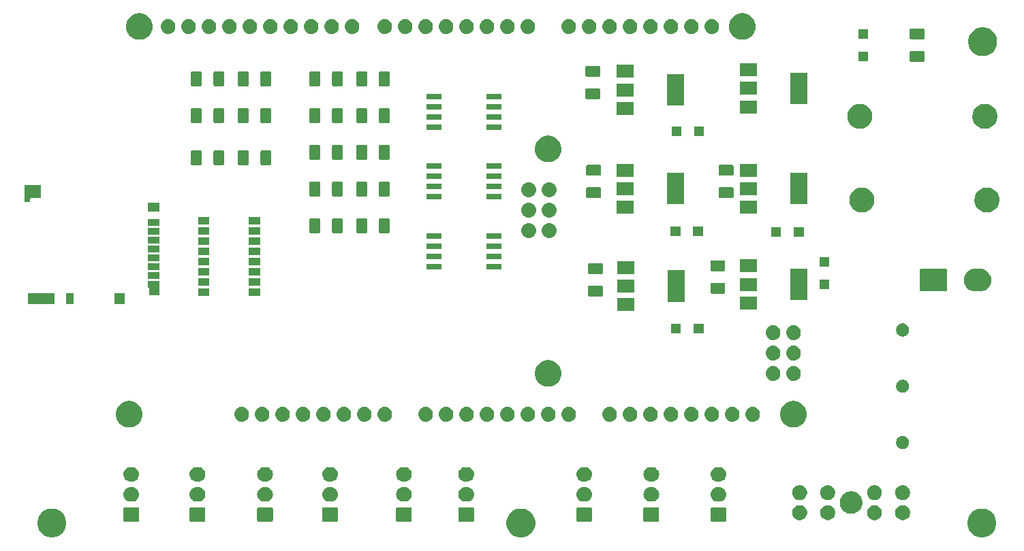
<source format=gbr>
G04 #@! TF.GenerationSoftware,KiCad,Pcbnew,(5.1.2)-2*
G04 #@! TF.CreationDate,2020-01-30T23:07:06-06:00*
G04 #@! TF.ProjectId,Igniter,49676e69-7465-4722-9e6b-696361645f70,rev?*
G04 #@! TF.SameCoordinates,Original*
G04 #@! TF.FileFunction,Soldermask,Top*
G04 #@! TF.FilePolarity,Negative*
%FSLAX46Y46*%
G04 Gerber Fmt 4.6, Leading zero omitted, Abs format (unit mm)*
G04 Created by KiCad (PCBNEW (5.1.2)-2) date 2020-01-30 23:07:06*
%MOMM*%
%LPD*%
G04 APERTURE LIST*
%ADD10C,0.100000*%
G04 APERTURE END LIST*
D10*
G36*
X205691291Y-148892751D02*
G01*
X206019052Y-149028514D01*
X206314030Y-149225612D01*
X206564888Y-149476470D01*
X206761986Y-149771448D01*
X206897749Y-150099209D01*
X206966960Y-150447156D01*
X206966960Y-150801924D01*
X206897749Y-151149871D01*
X206761986Y-151477632D01*
X206564888Y-151772610D01*
X206314030Y-152023468D01*
X206019052Y-152220566D01*
X205691291Y-152356329D01*
X205343344Y-152425540D01*
X204988576Y-152425540D01*
X204640629Y-152356329D01*
X204312868Y-152220566D01*
X204017890Y-152023468D01*
X203767032Y-151772610D01*
X203569934Y-151477632D01*
X203434171Y-151149871D01*
X203364960Y-150801924D01*
X203364960Y-150447156D01*
X203434171Y-150099209D01*
X203569934Y-149771448D01*
X203767032Y-149476470D01*
X204017890Y-149225612D01*
X204312868Y-149028514D01*
X204640629Y-148892751D01*
X204988576Y-148823540D01*
X205343344Y-148823540D01*
X205691291Y-148892751D01*
X205691291Y-148892751D01*
G37*
G36*
X148399051Y-148892751D02*
G01*
X148726812Y-149028514D01*
X149021790Y-149225612D01*
X149272648Y-149476470D01*
X149469746Y-149771448D01*
X149605509Y-150099209D01*
X149674720Y-150447156D01*
X149674720Y-150801924D01*
X149605509Y-151149871D01*
X149469746Y-151477632D01*
X149272648Y-151772610D01*
X149021790Y-152023468D01*
X148726812Y-152220566D01*
X148399051Y-152356329D01*
X148051104Y-152425540D01*
X147696336Y-152425540D01*
X147348389Y-152356329D01*
X147020628Y-152220566D01*
X146725650Y-152023468D01*
X146474792Y-151772610D01*
X146277694Y-151477632D01*
X146141931Y-151149871D01*
X146072720Y-150801924D01*
X146072720Y-150447156D01*
X146141931Y-150099209D01*
X146277694Y-149771448D01*
X146474792Y-149476470D01*
X146725650Y-149225612D01*
X147020628Y-149028514D01*
X147348389Y-148892751D01*
X147696336Y-148823540D01*
X148051104Y-148823540D01*
X148399051Y-148892751D01*
X148399051Y-148892751D01*
G37*
G36*
X90121291Y-148892751D02*
G01*
X90449052Y-149028514D01*
X90744030Y-149225612D01*
X90994888Y-149476470D01*
X91191986Y-149771448D01*
X91327749Y-150099209D01*
X91396960Y-150447156D01*
X91396960Y-150801924D01*
X91327749Y-151149871D01*
X91191986Y-151477632D01*
X90994888Y-151772610D01*
X90744030Y-152023468D01*
X90449052Y-152220566D01*
X90121291Y-152356329D01*
X89773344Y-152425540D01*
X89418576Y-152425540D01*
X89070629Y-152356329D01*
X88742868Y-152220566D01*
X88447890Y-152023468D01*
X88197032Y-151772610D01*
X87999934Y-151477632D01*
X87864171Y-151149871D01*
X87794960Y-150801924D01*
X87794960Y-150447156D01*
X87864171Y-150099209D01*
X87999934Y-149771448D01*
X88197032Y-149476470D01*
X88447890Y-149225612D01*
X88742868Y-149028514D01*
X89070629Y-148892751D01*
X89418576Y-148823540D01*
X89773344Y-148823540D01*
X90121291Y-148892751D01*
X90121291Y-148892751D01*
G37*
G36*
X141925520Y-148665809D02*
G01*
X141958572Y-148675835D01*
X141989023Y-148692112D01*
X142015719Y-148714021D01*
X142037628Y-148740717D01*
X142053905Y-148771168D01*
X142063931Y-148804220D01*
X142067920Y-148844723D01*
X142067920Y-150280917D01*
X142063931Y-150321420D01*
X142053905Y-150354472D01*
X142037628Y-150384923D01*
X142015719Y-150411619D01*
X141989023Y-150433528D01*
X141958572Y-150449805D01*
X141925520Y-150459831D01*
X141885017Y-150463820D01*
X140298823Y-150463820D01*
X140258320Y-150459831D01*
X140225268Y-150449805D01*
X140194817Y-150433528D01*
X140168121Y-150411619D01*
X140146212Y-150384923D01*
X140129935Y-150354472D01*
X140119909Y-150321420D01*
X140115920Y-150280917D01*
X140115920Y-148844723D01*
X140119909Y-148804220D01*
X140129935Y-148771168D01*
X140146212Y-148740717D01*
X140168121Y-148714021D01*
X140194817Y-148692112D01*
X140225268Y-148675835D01*
X140258320Y-148665809D01*
X140298823Y-148661820D01*
X141885017Y-148661820D01*
X141925520Y-148665809D01*
X141925520Y-148665809D01*
G37*
G36*
X108531293Y-148665809D02*
G01*
X108564345Y-148675835D01*
X108594796Y-148692112D01*
X108621492Y-148714021D01*
X108643401Y-148740717D01*
X108659678Y-148771168D01*
X108669704Y-148804220D01*
X108673693Y-148844723D01*
X108673693Y-150280917D01*
X108669704Y-150321420D01*
X108659678Y-150354472D01*
X108643401Y-150384923D01*
X108621492Y-150411619D01*
X108594796Y-150433528D01*
X108564345Y-150449805D01*
X108531293Y-150459831D01*
X108490790Y-150463820D01*
X106904596Y-150463820D01*
X106864093Y-150459831D01*
X106831041Y-150449805D01*
X106800590Y-150433528D01*
X106773894Y-150411619D01*
X106751985Y-150384923D01*
X106735708Y-150354472D01*
X106725682Y-150321420D01*
X106721693Y-150280917D01*
X106721693Y-148844723D01*
X106725682Y-148804220D01*
X106735708Y-148771168D01*
X106751985Y-148740717D01*
X106773894Y-148714021D01*
X106800590Y-148692112D01*
X106831041Y-148675835D01*
X106864093Y-148665809D01*
X106904596Y-148661820D01*
X108490790Y-148661820D01*
X108531293Y-148665809D01*
X108531293Y-148665809D01*
G37*
G36*
X116926600Y-148665809D02*
G01*
X116959652Y-148675835D01*
X116990103Y-148692112D01*
X117016799Y-148714021D01*
X117038708Y-148740717D01*
X117054985Y-148771168D01*
X117065011Y-148804220D01*
X117069000Y-148844723D01*
X117069000Y-150280917D01*
X117065011Y-150321420D01*
X117054985Y-150354472D01*
X117038708Y-150384923D01*
X117016799Y-150411619D01*
X116990103Y-150433528D01*
X116959652Y-150449805D01*
X116926600Y-150459831D01*
X116886097Y-150463820D01*
X115299903Y-150463820D01*
X115259400Y-150459831D01*
X115226348Y-150449805D01*
X115195897Y-150433528D01*
X115169201Y-150411619D01*
X115147292Y-150384923D01*
X115131015Y-150354472D01*
X115120989Y-150321420D01*
X115117000Y-150280917D01*
X115117000Y-148844723D01*
X115120989Y-148804220D01*
X115131015Y-148771168D01*
X115147292Y-148740717D01*
X115169201Y-148714021D01*
X115195897Y-148692112D01*
X115226348Y-148675835D01*
X115259400Y-148665809D01*
X115299903Y-148661820D01*
X116886097Y-148661820D01*
X116926600Y-148665809D01*
X116926600Y-148665809D01*
G37*
G36*
X100297460Y-148665809D02*
G01*
X100330512Y-148675835D01*
X100360963Y-148692112D01*
X100387659Y-148714021D01*
X100409568Y-148740717D01*
X100425845Y-148771168D01*
X100435871Y-148804220D01*
X100439860Y-148844723D01*
X100439860Y-150280917D01*
X100435871Y-150321420D01*
X100425845Y-150354472D01*
X100409568Y-150384923D01*
X100387659Y-150411619D01*
X100360963Y-150433528D01*
X100330512Y-150449805D01*
X100297460Y-150459831D01*
X100256957Y-150463820D01*
X98670763Y-150463820D01*
X98630260Y-150459831D01*
X98597208Y-150449805D01*
X98566757Y-150433528D01*
X98540061Y-150411619D01*
X98518152Y-150384923D01*
X98501875Y-150354472D01*
X98491849Y-150321420D01*
X98487860Y-150280917D01*
X98487860Y-148844723D01*
X98491849Y-148804220D01*
X98501875Y-148771168D01*
X98518152Y-148740717D01*
X98540061Y-148714021D01*
X98566757Y-148692112D01*
X98597208Y-148675835D01*
X98630260Y-148665809D01*
X98670763Y-148661820D01*
X100256957Y-148661820D01*
X100297460Y-148665809D01*
X100297460Y-148665809D01*
G37*
G36*
X124998960Y-148665809D02*
G01*
X125032012Y-148675835D01*
X125062463Y-148692112D01*
X125089159Y-148714021D01*
X125111068Y-148740717D01*
X125127345Y-148771168D01*
X125137371Y-148804220D01*
X125141360Y-148844723D01*
X125141360Y-150280917D01*
X125137371Y-150321420D01*
X125127345Y-150354472D01*
X125111068Y-150384923D01*
X125089159Y-150411619D01*
X125062463Y-150433528D01*
X125032012Y-150449805D01*
X124998960Y-150459831D01*
X124958457Y-150463820D01*
X123372263Y-150463820D01*
X123331760Y-150459831D01*
X123298708Y-150449805D01*
X123268257Y-150433528D01*
X123241561Y-150411619D01*
X123219652Y-150384923D01*
X123203375Y-150354472D01*
X123193349Y-150321420D01*
X123189360Y-150280917D01*
X123189360Y-148844723D01*
X123193349Y-148804220D01*
X123203375Y-148771168D01*
X123219652Y-148740717D01*
X123241561Y-148714021D01*
X123268257Y-148692112D01*
X123298708Y-148675835D01*
X123331760Y-148665809D01*
X123372263Y-148661820D01*
X124958457Y-148661820D01*
X124998960Y-148665809D01*
X124998960Y-148665809D01*
G37*
G36*
X173269120Y-148665809D02*
G01*
X173302172Y-148675835D01*
X173332623Y-148692112D01*
X173359319Y-148714021D01*
X173381228Y-148740717D01*
X173397505Y-148771168D01*
X173407531Y-148804220D01*
X173411520Y-148844723D01*
X173411520Y-150280917D01*
X173407531Y-150321420D01*
X173397505Y-150354472D01*
X173381228Y-150384923D01*
X173359319Y-150411619D01*
X173332623Y-150433528D01*
X173302172Y-150449805D01*
X173269120Y-150459831D01*
X173228617Y-150463820D01*
X171642423Y-150463820D01*
X171601920Y-150459831D01*
X171568868Y-150449805D01*
X171538417Y-150433528D01*
X171511721Y-150411619D01*
X171489812Y-150384923D01*
X171473535Y-150354472D01*
X171463509Y-150321420D01*
X171459520Y-150280917D01*
X171459520Y-148844723D01*
X171463509Y-148804220D01*
X171473535Y-148771168D01*
X171489812Y-148740717D01*
X171511721Y-148714021D01*
X171538417Y-148692112D01*
X171568868Y-148675835D01*
X171601920Y-148665809D01*
X171642423Y-148661820D01*
X173228617Y-148661820D01*
X173269120Y-148665809D01*
X173269120Y-148665809D01*
G37*
G36*
X164927760Y-148665809D02*
G01*
X164960812Y-148675835D01*
X164991263Y-148692112D01*
X165017959Y-148714021D01*
X165039868Y-148740717D01*
X165056145Y-148771168D01*
X165066171Y-148804220D01*
X165070160Y-148844723D01*
X165070160Y-150280917D01*
X165066171Y-150321420D01*
X165056145Y-150354472D01*
X165039868Y-150384923D01*
X165017959Y-150411619D01*
X164991263Y-150433528D01*
X164960812Y-150449805D01*
X164927760Y-150459831D01*
X164887257Y-150463820D01*
X163301063Y-150463820D01*
X163260560Y-150459831D01*
X163227508Y-150449805D01*
X163197057Y-150433528D01*
X163170361Y-150411619D01*
X163148452Y-150384923D01*
X163132175Y-150354472D01*
X163122149Y-150321420D01*
X163118160Y-150280917D01*
X163118160Y-148844723D01*
X163122149Y-148804220D01*
X163132175Y-148771168D01*
X163148452Y-148740717D01*
X163170361Y-148714021D01*
X163197057Y-148692112D01*
X163227508Y-148675835D01*
X163260560Y-148665809D01*
X163301063Y-148661820D01*
X164887257Y-148661820D01*
X164927760Y-148665809D01*
X164927760Y-148665809D01*
G37*
G36*
X134191220Y-148665809D02*
G01*
X134224272Y-148675835D01*
X134254723Y-148692112D01*
X134281419Y-148714021D01*
X134303328Y-148740717D01*
X134319605Y-148771168D01*
X134329631Y-148804220D01*
X134333620Y-148844723D01*
X134333620Y-150280917D01*
X134329631Y-150321420D01*
X134319605Y-150354472D01*
X134303328Y-150384923D01*
X134281419Y-150411619D01*
X134254723Y-150433528D01*
X134224272Y-150449805D01*
X134191220Y-150459831D01*
X134150717Y-150463820D01*
X132564523Y-150463820D01*
X132524020Y-150459831D01*
X132490968Y-150449805D01*
X132460517Y-150433528D01*
X132433821Y-150411619D01*
X132411912Y-150384923D01*
X132395635Y-150354472D01*
X132385609Y-150321420D01*
X132381620Y-150280917D01*
X132381620Y-148844723D01*
X132385609Y-148804220D01*
X132395635Y-148771168D01*
X132411912Y-148740717D01*
X132433821Y-148714021D01*
X132460517Y-148692112D01*
X132490968Y-148675835D01*
X132524020Y-148665809D01*
X132564523Y-148661820D01*
X134150717Y-148661820D01*
X134191220Y-148665809D01*
X134191220Y-148665809D01*
G37*
G36*
X156586400Y-148665809D02*
G01*
X156619452Y-148675835D01*
X156649903Y-148692112D01*
X156676599Y-148714021D01*
X156698508Y-148740717D01*
X156714785Y-148771168D01*
X156724811Y-148804220D01*
X156728800Y-148844723D01*
X156728800Y-150280917D01*
X156724811Y-150321420D01*
X156714785Y-150354472D01*
X156698508Y-150384923D01*
X156676599Y-150411619D01*
X156649903Y-150433528D01*
X156619452Y-150449805D01*
X156586400Y-150459831D01*
X156545897Y-150463820D01*
X154959703Y-150463820D01*
X154919200Y-150459831D01*
X154886148Y-150449805D01*
X154855697Y-150433528D01*
X154829001Y-150411619D01*
X154807092Y-150384923D01*
X154790815Y-150354472D01*
X154780789Y-150321420D01*
X154776800Y-150280917D01*
X154776800Y-148844723D01*
X154780789Y-148804220D01*
X154790815Y-148771168D01*
X154807092Y-148740717D01*
X154829001Y-148714021D01*
X154855697Y-148692112D01*
X154886148Y-148675835D01*
X154919200Y-148665809D01*
X154959703Y-148661820D01*
X156545897Y-148661820D01*
X156586400Y-148665809D01*
X156586400Y-148665809D01*
G37*
G36*
X182796104Y-148441585D02*
G01*
X182964626Y-148511389D01*
X183116291Y-148612728D01*
X183245272Y-148741709D01*
X183346611Y-148893374D01*
X183416415Y-149061896D01*
X183452000Y-149240797D01*
X183452000Y-149423203D01*
X183416415Y-149602104D01*
X183346611Y-149770626D01*
X183245272Y-149922291D01*
X183116291Y-150051272D01*
X182964626Y-150152611D01*
X182796104Y-150222415D01*
X182617203Y-150258000D01*
X182434797Y-150258000D01*
X182255896Y-150222415D01*
X182087374Y-150152611D01*
X181935709Y-150051272D01*
X181806728Y-149922291D01*
X181705389Y-149770626D01*
X181635585Y-149602104D01*
X181600000Y-149423203D01*
X181600000Y-149240797D01*
X181635585Y-149061896D01*
X181705389Y-148893374D01*
X181806728Y-148741709D01*
X181935709Y-148612728D01*
X182087374Y-148511389D01*
X182255896Y-148441585D01*
X182434797Y-148406000D01*
X182617203Y-148406000D01*
X182796104Y-148441585D01*
X182796104Y-148441585D01*
G37*
G36*
X195596104Y-148441585D02*
G01*
X195764626Y-148511389D01*
X195916291Y-148612728D01*
X196045272Y-148741709D01*
X196146611Y-148893374D01*
X196216415Y-149061896D01*
X196252000Y-149240797D01*
X196252000Y-149423203D01*
X196216415Y-149602104D01*
X196146611Y-149770626D01*
X196045272Y-149922291D01*
X195916291Y-150051272D01*
X195764626Y-150152611D01*
X195596104Y-150222415D01*
X195417203Y-150258000D01*
X195234797Y-150258000D01*
X195055896Y-150222415D01*
X194887374Y-150152611D01*
X194735709Y-150051272D01*
X194606728Y-149922291D01*
X194505389Y-149770626D01*
X194435585Y-149602104D01*
X194400000Y-149423203D01*
X194400000Y-149240797D01*
X194435585Y-149061896D01*
X194505389Y-148893374D01*
X194606728Y-148741709D01*
X194735709Y-148612728D01*
X194887374Y-148511389D01*
X195055896Y-148441585D01*
X195234797Y-148406000D01*
X195417203Y-148406000D01*
X195596104Y-148441585D01*
X195596104Y-148441585D01*
G37*
G36*
X192096104Y-148441585D02*
G01*
X192264626Y-148511389D01*
X192416291Y-148612728D01*
X192545272Y-148741709D01*
X192646611Y-148893374D01*
X192716415Y-149061896D01*
X192752000Y-149240797D01*
X192752000Y-149423203D01*
X192716415Y-149602104D01*
X192646611Y-149770626D01*
X192545272Y-149922291D01*
X192416291Y-150051272D01*
X192264626Y-150152611D01*
X192096104Y-150222415D01*
X191917203Y-150258000D01*
X191734797Y-150258000D01*
X191555896Y-150222415D01*
X191387374Y-150152611D01*
X191235709Y-150051272D01*
X191106728Y-149922291D01*
X191005389Y-149770626D01*
X190935585Y-149602104D01*
X190900000Y-149423203D01*
X190900000Y-149240797D01*
X190935585Y-149061896D01*
X191005389Y-148893374D01*
X191106728Y-148741709D01*
X191235709Y-148612728D01*
X191387374Y-148511389D01*
X191555896Y-148441585D01*
X191734797Y-148406000D01*
X191917203Y-148406000D01*
X192096104Y-148441585D01*
X192096104Y-148441585D01*
G37*
G36*
X186296104Y-148441585D02*
G01*
X186464626Y-148511389D01*
X186616291Y-148612728D01*
X186745272Y-148741709D01*
X186846611Y-148893374D01*
X186916415Y-149061896D01*
X186952000Y-149240797D01*
X186952000Y-149423203D01*
X186916415Y-149602104D01*
X186846611Y-149770626D01*
X186745272Y-149922291D01*
X186616291Y-150051272D01*
X186464626Y-150152611D01*
X186296104Y-150222415D01*
X186117203Y-150258000D01*
X185934797Y-150258000D01*
X185755896Y-150222415D01*
X185587374Y-150152611D01*
X185435709Y-150051272D01*
X185306728Y-149922291D01*
X185205389Y-149770626D01*
X185135585Y-149602104D01*
X185100000Y-149423203D01*
X185100000Y-149240797D01*
X185135585Y-149061896D01*
X185205389Y-148893374D01*
X185306728Y-148741709D01*
X185435709Y-148612728D01*
X185587374Y-148511389D01*
X185755896Y-148441585D01*
X185934797Y-148406000D01*
X186117203Y-148406000D01*
X186296104Y-148441585D01*
X186296104Y-148441585D01*
G37*
G36*
X189241715Y-146716352D02*
G01*
X189334657Y-146734839D01*
X189440267Y-146778585D01*
X189589621Y-146840449D01*
X189589622Y-146840450D01*
X189819086Y-146993772D01*
X190014228Y-147188914D01*
X190068825Y-147270625D01*
X190167551Y-147418379D01*
X190273161Y-147673344D01*
X190327000Y-147944012D01*
X190327000Y-148219988D01*
X190273161Y-148490656D01*
X190167551Y-148745621D01*
X190167550Y-148745622D01*
X190014228Y-148975086D01*
X189819086Y-149170228D01*
X189736197Y-149225612D01*
X189589621Y-149323551D01*
X189440267Y-149385415D01*
X189334657Y-149429161D01*
X189244433Y-149447107D01*
X189063988Y-149483000D01*
X188788012Y-149483000D01*
X188607567Y-149447107D01*
X188517343Y-149429161D01*
X188411733Y-149385415D01*
X188262379Y-149323551D01*
X188115803Y-149225612D01*
X188032914Y-149170228D01*
X187837772Y-148975086D01*
X187684450Y-148745622D01*
X187684449Y-148745621D01*
X187578839Y-148490656D01*
X187525000Y-148219988D01*
X187525000Y-147944012D01*
X187578839Y-147673344D01*
X187684449Y-147418379D01*
X187783175Y-147270625D01*
X187837772Y-147188914D01*
X188032914Y-146993772D01*
X188262378Y-146840450D01*
X188262379Y-146840449D01*
X188411733Y-146778585D01*
X188517343Y-146734839D01*
X188610285Y-146716352D01*
X188788012Y-146681000D01*
X189063988Y-146681000D01*
X189241715Y-146716352D01*
X189241715Y-146716352D01*
G37*
G36*
X164279602Y-146168338D02*
G01*
X164345787Y-146174857D01*
X164515626Y-146226377D01*
X164672151Y-146310042D01*
X164707889Y-146339372D01*
X164809346Y-146422634D01*
X164892608Y-146524091D01*
X164921938Y-146559829D01*
X165005603Y-146716354D01*
X165057123Y-146886193D01*
X165074519Y-147062820D01*
X165057123Y-147239447D01*
X165005603Y-147409286D01*
X164921938Y-147565811D01*
X164892608Y-147601549D01*
X164809346Y-147703006D01*
X164707889Y-147786268D01*
X164672151Y-147815598D01*
X164515626Y-147899263D01*
X164345787Y-147950783D01*
X164279602Y-147957302D01*
X164213420Y-147963820D01*
X163974900Y-147963820D01*
X163908718Y-147957302D01*
X163842533Y-147950783D01*
X163672694Y-147899263D01*
X163516169Y-147815598D01*
X163480431Y-147786268D01*
X163378974Y-147703006D01*
X163295712Y-147601549D01*
X163266382Y-147565811D01*
X163182717Y-147409286D01*
X163131197Y-147239447D01*
X163113801Y-147062820D01*
X163131197Y-146886193D01*
X163182717Y-146716354D01*
X163266382Y-146559829D01*
X163295712Y-146524091D01*
X163378974Y-146422634D01*
X163480431Y-146339372D01*
X163516169Y-146310042D01*
X163672694Y-146226377D01*
X163842533Y-146174857D01*
X163908718Y-146168338D01*
X163974900Y-146161820D01*
X164213420Y-146161820D01*
X164279602Y-146168338D01*
X164279602Y-146168338D01*
G37*
G36*
X172620962Y-146168338D02*
G01*
X172687147Y-146174857D01*
X172856986Y-146226377D01*
X173013511Y-146310042D01*
X173049249Y-146339372D01*
X173150706Y-146422634D01*
X173233968Y-146524091D01*
X173263298Y-146559829D01*
X173346963Y-146716354D01*
X173398483Y-146886193D01*
X173415879Y-147062820D01*
X173398483Y-147239447D01*
X173346963Y-147409286D01*
X173263298Y-147565811D01*
X173233968Y-147601549D01*
X173150706Y-147703006D01*
X173049249Y-147786268D01*
X173013511Y-147815598D01*
X172856986Y-147899263D01*
X172687147Y-147950783D01*
X172620962Y-147957302D01*
X172554780Y-147963820D01*
X172316260Y-147963820D01*
X172250078Y-147957302D01*
X172183893Y-147950783D01*
X172014054Y-147899263D01*
X171857529Y-147815598D01*
X171821791Y-147786268D01*
X171720334Y-147703006D01*
X171637072Y-147601549D01*
X171607742Y-147565811D01*
X171524077Y-147409286D01*
X171472557Y-147239447D01*
X171455161Y-147062820D01*
X171472557Y-146886193D01*
X171524077Y-146716354D01*
X171607742Y-146559829D01*
X171637072Y-146524091D01*
X171720334Y-146422634D01*
X171821791Y-146339372D01*
X171857529Y-146310042D01*
X172014054Y-146226377D01*
X172183893Y-146174857D01*
X172250078Y-146168338D01*
X172316260Y-146161820D01*
X172554780Y-146161820D01*
X172620962Y-146168338D01*
X172620962Y-146168338D01*
G37*
G36*
X155938242Y-146168338D02*
G01*
X156004427Y-146174857D01*
X156174266Y-146226377D01*
X156330791Y-146310042D01*
X156366529Y-146339372D01*
X156467986Y-146422634D01*
X156551248Y-146524091D01*
X156580578Y-146559829D01*
X156664243Y-146716354D01*
X156715763Y-146886193D01*
X156733159Y-147062820D01*
X156715763Y-147239447D01*
X156664243Y-147409286D01*
X156580578Y-147565811D01*
X156551248Y-147601549D01*
X156467986Y-147703006D01*
X156366529Y-147786268D01*
X156330791Y-147815598D01*
X156174266Y-147899263D01*
X156004427Y-147950783D01*
X155938242Y-147957302D01*
X155872060Y-147963820D01*
X155633540Y-147963820D01*
X155567358Y-147957302D01*
X155501173Y-147950783D01*
X155331334Y-147899263D01*
X155174809Y-147815598D01*
X155139071Y-147786268D01*
X155037614Y-147703006D01*
X154954352Y-147601549D01*
X154925022Y-147565811D01*
X154841357Y-147409286D01*
X154789837Y-147239447D01*
X154772441Y-147062820D01*
X154789837Y-146886193D01*
X154841357Y-146716354D01*
X154925022Y-146559829D01*
X154954352Y-146524091D01*
X155037614Y-146422634D01*
X155139071Y-146339372D01*
X155174809Y-146310042D01*
X155331334Y-146226377D01*
X155501173Y-146174857D01*
X155567358Y-146168338D01*
X155633540Y-146161820D01*
X155872060Y-146161820D01*
X155938242Y-146168338D01*
X155938242Y-146168338D01*
G37*
G36*
X141277362Y-146168338D02*
G01*
X141343547Y-146174857D01*
X141513386Y-146226377D01*
X141669911Y-146310042D01*
X141705649Y-146339372D01*
X141807106Y-146422634D01*
X141890368Y-146524091D01*
X141919698Y-146559829D01*
X142003363Y-146716354D01*
X142054883Y-146886193D01*
X142072279Y-147062820D01*
X142054883Y-147239447D01*
X142003363Y-147409286D01*
X141919698Y-147565811D01*
X141890368Y-147601549D01*
X141807106Y-147703006D01*
X141705649Y-147786268D01*
X141669911Y-147815598D01*
X141513386Y-147899263D01*
X141343547Y-147950783D01*
X141277362Y-147957302D01*
X141211180Y-147963820D01*
X140972660Y-147963820D01*
X140906478Y-147957302D01*
X140840293Y-147950783D01*
X140670454Y-147899263D01*
X140513929Y-147815598D01*
X140478191Y-147786268D01*
X140376734Y-147703006D01*
X140293472Y-147601549D01*
X140264142Y-147565811D01*
X140180477Y-147409286D01*
X140128957Y-147239447D01*
X140111561Y-147062820D01*
X140128957Y-146886193D01*
X140180477Y-146716354D01*
X140264142Y-146559829D01*
X140293472Y-146524091D01*
X140376734Y-146422634D01*
X140478191Y-146339372D01*
X140513929Y-146310042D01*
X140670454Y-146226377D01*
X140840293Y-146174857D01*
X140906478Y-146168338D01*
X140972660Y-146161820D01*
X141211180Y-146161820D01*
X141277362Y-146168338D01*
X141277362Y-146168338D01*
G37*
G36*
X133543062Y-146168338D02*
G01*
X133609247Y-146174857D01*
X133779086Y-146226377D01*
X133935611Y-146310042D01*
X133971349Y-146339372D01*
X134072806Y-146422634D01*
X134156068Y-146524091D01*
X134185398Y-146559829D01*
X134269063Y-146716354D01*
X134320583Y-146886193D01*
X134337979Y-147062820D01*
X134320583Y-147239447D01*
X134269063Y-147409286D01*
X134185398Y-147565811D01*
X134156068Y-147601549D01*
X134072806Y-147703006D01*
X133971349Y-147786268D01*
X133935611Y-147815598D01*
X133779086Y-147899263D01*
X133609247Y-147950783D01*
X133543062Y-147957302D01*
X133476880Y-147963820D01*
X133238360Y-147963820D01*
X133172178Y-147957302D01*
X133105993Y-147950783D01*
X132936154Y-147899263D01*
X132779629Y-147815598D01*
X132743891Y-147786268D01*
X132642434Y-147703006D01*
X132559172Y-147601549D01*
X132529842Y-147565811D01*
X132446177Y-147409286D01*
X132394657Y-147239447D01*
X132377261Y-147062820D01*
X132394657Y-146886193D01*
X132446177Y-146716354D01*
X132529842Y-146559829D01*
X132559172Y-146524091D01*
X132642434Y-146422634D01*
X132743891Y-146339372D01*
X132779629Y-146310042D01*
X132936154Y-146226377D01*
X133105993Y-146174857D01*
X133172178Y-146168338D01*
X133238360Y-146161820D01*
X133476880Y-146161820D01*
X133543062Y-146168338D01*
X133543062Y-146168338D01*
G37*
G36*
X107883135Y-146168338D02*
G01*
X107949320Y-146174857D01*
X108119159Y-146226377D01*
X108275684Y-146310042D01*
X108311422Y-146339372D01*
X108412879Y-146422634D01*
X108496141Y-146524091D01*
X108525471Y-146559829D01*
X108609136Y-146716354D01*
X108660656Y-146886193D01*
X108678052Y-147062820D01*
X108660656Y-147239447D01*
X108609136Y-147409286D01*
X108525471Y-147565811D01*
X108496141Y-147601549D01*
X108412879Y-147703006D01*
X108311422Y-147786268D01*
X108275684Y-147815598D01*
X108119159Y-147899263D01*
X107949320Y-147950783D01*
X107883135Y-147957302D01*
X107816953Y-147963820D01*
X107578433Y-147963820D01*
X107512251Y-147957302D01*
X107446066Y-147950783D01*
X107276227Y-147899263D01*
X107119702Y-147815598D01*
X107083964Y-147786268D01*
X106982507Y-147703006D01*
X106899245Y-147601549D01*
X106869915Y-147565811D01*
X106786250Y-147409286D01*
X106734730Y-147239447D01*
X106717334Y-147062820D01*
X106734730Y-146886193D01*
X106786250Y-146716354D01*
X106869915Y-146559829D01*
X106899245Y-146524091D01*
X106982507Y-146422634D01*
X107083964Y-146339372D01*
X107119702Y-146310042D01*
X107276227Y-146226377D01*
X107446066Y-146174857D01*
X107512251Y-146168338D01*
X107578433Y-146161820D01*
X107816953Y-146161820D01*
X107883135Y-146168338D01*
X107883135Y-146168338D01*
G37*
G36*
X124350802Y-146168338D02*
G01*
X124416987Y-146174857D01*
X124586826Y-146226377D01*
X124743351Y-146310042D01*
X124779089Y-146339372D01*
X124880546Y-146422634D01*
X124963808Y-146524091D01*
X124993138Y-146559829D01*
X125076803Y-146716354D01*
X125128323Y-146886193D01*
X125145719Y-147062820D01*
X125128323Y-147239447D01*
X125076803Y-147409286D01*
X124993138Y-147565811D01*
X124963808Y-147601549D01*
X124880546Y-147703006D01*
X124779089Y-147786268D01*
X124743351Y-147815598D01*
X124586826Y-147899263D01*
X124416987Y-147950783D01*
X124350802Y-147957302D01*
X124284620Y-147963820D01*
X124046100Y-147963820D01*
X123979918Y-147957302D01*
X123913733Y-147950783D01*
X123743894Y-147899263D01*
X123587369Y-147815598D01*
X123551631Y-147786268D01*
X123450174Y-147703006D01*
X123366912Y-147601549D01*
X123337582Y-147565811D01*
X123253917Y-147409286D01*
X123202397Y-147239447D01*
X123185001Y-147062820D01*
X123202397Y-146886193D01*
X123253917Y-146716354D01*
X123337582Y-146559829D01*
X123366912Y-146524091D01*
X123450174Y-146422634D01*
X123551631Y-146339372D01*
X123587369Y-146310042D01*
X123743894Y-146226377D01*
X123913733Y-146174857D01*
X123979918Y-146168338D01*
X124046100Y-146161820D01*
X124284620Y-146161820D01*
X124350802Y-146168338D01*
X124350802Y-146168338D01*
G37*
G36*
X116278442Y-146168338D02*
G01*
X116344627Y-146174857D01*
X116514466Y-146226377D01*
X116670991Y-146310042D01*
X116706729Y-146339372D01*
X116808186Y-146422634D01*
X116891448Y-146524091D01*
X116920778Y-146559829D01*
X117004443Y-146716354D01*
X117055963Y-146886193D01*
X117073359Y-147062820D01*
X117055963Y-147239447D01*
X117004443Y-147409286D01*
X116920778Y-147565811D01*
X116891448Y-147601549D01*
X116808186Y-147703006D01*
X116706729Y-147786268D01*
X116670991Y-147815598D01*
X116514466Y-147899263D01*
X116344627Y-147950783D01*
X116278442Y-147957302D01*
X116212260Y-147963820D01*
X115973740Y-147963820D01*
X115907558Y-147957302D01*
X115841373Y-147950783D01*
X115671534Y-147899263D01*
X115515009Y-147815598D01*
X115479271Y-147786268D01*
X115377814Y-147703006D01*
X115294552Y-147601549D01*
X115265222Y-147565811D01*
X115181557Y-147409286D01*
X115130037Y-147239447D01*
X115112641Y-147062820D01*
X115130037Y-146886193D01*
X115181557Y-146716354D01*
X115265222Y-146559829D01*
X115294552Y-146524091D01*
X115377814Y-146422634D01*
X115479271Y-146339372D01*
X115515009Y-146310042D01*
X115671534Y-146226377D01*
X115841373Y-146174857D01*
X115907558Y-146168338D01*
X115973740Y-146161820D01*
X116212260Y-146161820D01*
X116278442Y-146168338D01*
X116278442Y-146168338D01*
G37*
G36*
X99649302Y-146168338D02*
G01*
X99715487Y-146174857D01*
X99885326Y-146226377D01*
X100041851Y-146310042D01*
X100077589Y-146339372D01*
X100179046Y-146422634D01*
X100262308Y-146524091D01*
X100291638Y-146559829D01*
X100375303Y-146716354D01*
X100426823Y-146886193D01*
X100444219Y-147062820D01*
X100426823Y-147239447D01*
X100375303Y-147409286D01*
X100291638Y-147565811D01*
X100262308Y-147601549D01*
X100179046Y-147703006D01*
X100077589Y-147786268D01*
X100041851Y-147815598D01*
X99885326Y-147899263D01*
X99715487Y-147950783D01*
X99649302Y-147957302D01*
X99583120Y-147963820D01*
X99344600Y-147963820D01*
X99278418Y-147957302D01*
X99212233Y-147950783D01*
X99042394Y-147899263D01*
X98885869Y-147815598D01*
X98850131Y-147786268D01*
X98748674Y-147703006D01*
X98665412Y-147601549D01*
X98636082Y-147565811D01*
X98552417Y-147409286D01*
X98500897Y-147239447D01*
X98483501Y-147062820D01*
X98500897Y-146886193D01*
X98552417Y-146716354D01*
X98636082Y-146559829D01*
X98665412Y-146524091D01*
X98748674Y-146422634D01*
X98850131Y-146339372D01*
X98885869Y-146310042D01*
X99042394Y-146226377D01*
X99212233Y-146174857D01*
X99278418Y-146168338D01*
X99344600Y-146161820D01*
X99583120Y-146161820D01*
X99649302Y-146168338D01*
X99649302Y-146168338D01*
G37*
G36*
X186296104Y-145941585D02*
G01*
X186464626Y-146011389D01*
X186616291Y-146112728D01*
X186745272Y-146241709D01*
X186846611Y-146393374D01*
X186916415Y-146561896D01*
X186952000Y-146740797D01*
X186952000Y-146923203D01*
X186916415Y-147102104D01*
X186846611Y-147270626D01*
X186745272Y-147422291D01*
X186616291Y-147551272D01*
X186464626Y-147652611D01*
X186296104Y-147722415D01*
X186117203Y-147758000D01*
X185934797Y-147758000D01*
X185755896Y-147722415D01*
X185587374Y-147652611D01*
X185435709Y-147551272D01*
X185306728Y-147422291D01*
X185205389Y-147270626D01*
X185135585Y-147102104D01*
X185100000Y-146923203D01*
X185100000Y-146740797D01*
X185135585Y-146561896D01*
X185205389Y-146393374D01*
X185306728Y-146241709D01*
X185435709Y-146112728D01*
X185587374Y-146011389D01*
X185755896Y-145941585D01*
X185934797Y-145906000D01*
X186117203Y-145906000D01*
X186296104Y-145941585D01*
X186296104Y-145941585D01*
G37*
G36*
X182796104Y-145941585D02*
G01*
X182964626Y-146011389D01*
X183116291Y-146112728D01*
X183245272Y-146241709D01*
X183346611Y-146393374D01*
X183416415Y-146561896D01*
X183452000Y-146740797D01*
X183452000Y-146923203D01*
X183416415Y-147102104D01*
X183346611Y-147270626D01*
X183245272Y-147422291D01*
X183116291Y-147551272D01*
X182964626Y-147652611D01*
X182796104Y-147722415D01*
X182617203Y-147758000D01*
X182434797Y-147758000D01*
X182255896Y-147722415D01*
X182087374Y-147652611D01*
X181935709Y-147551272D01*
X181806728Y-147422291D01*
X181705389Y-147270626D01*
X181635585Y-147102104D01*
X181600000Y-146923203D01*
X181600000Y-146740797D01*
X181635585Y-146561896D01*
X181705389Y-146393374D01*
X181806728Y-146241709D01*
X181935709Y-146112728D01*
X182087374Y-146011389D01*
X182255896Y-145941585D01*
X182434797Y-145906000D01*
X182617203Y-145906000D01*
X182796104Y-145941585D01*
X182796104Y-145941585D01*
G37*
G36*
X192096104Y-145941585D02*
G01*
X192264626Y-146011389D01*
X192416291Y-146112728D01*
X192545272Y-146241709D01*
X192646611Y-146393374D01*
X192716415Y-146561896D01*
X192752000Y-146740797D01*
X192752000Y-146923203D01*
X192716415Y-147102104D01*
X192646611Y-147270626D01*
X192545272Y-147422291D01*
X192416291Y-147551272D01*
X192264626Y-147652611D01*
X192096104Y-147722415D01*
X191917203Y-147758000D01*
X191734797Y-147758000D01*
X191555896Y-147722415D01*
X191387374Y-147652611D01*
X191235709Y-147551272D01*
X191106728Y-147422291D01*
X191005389Y-147270626D01*
X190935585Y-147102104D01*
X190900000Y-146923203D01*
X190900000Y-146740797D01*
X190935585Y-146561896D01*
X191005389Y-146393374D01*
X191106728Y-146241709D01*
X191235709Y-146112728D01*
X191387374Y-146011389D01*
X191555896Y-145941585D01*
X191734797Y-145906000D01*
X191917203Y-145906000D01*
X192096104Y-145941585D01*
X192096104Y-145941585D01*
G37*
G36*
X195596104Y-145941585D02*
G01*
X195764626Y-146011389D01*
X195916291Y-146112728D01*
X196045272Y-146241709D01*
X196146611Y-146393374D01*
X196216415Y-146561896D01*
X196252000Y-146740797D01*
X196252000Y-146923203D01*
X196216415Y-147102104D01*
X196146611Y-147270626D01*
X196045272Y-147422291D01*
X195916291Y-147551272D01*
X195764626Y-147652611D01*
X195596104Y-147722415D01*
X195417203Y-147758000D01*
X195234797Y-147758000D01*
X195055896Y-147722415D01*
X194887374Y-147652611D01*
X194735709Y-147551272D01*
X194606728Y-147422291D01*
X194505389Y-147270626D01*
X194435585Y-147102104D01*
X194400000Y-146923203D01*
X194400000Y-146740797D01*
X194435585Y-146561896D01*
X194505389Y-146393374D01*
X194606728Y-146241709D01*
X194735709Y-146112728D01*
X194887374Y-146011389D01*
X195055896Y-145941585D01*
X195234797Y-145906000D01*
X195417203Y-145906000D01*
X195596104Y-145941585D01*
X195596104Y-145941585D01*
G37*
G36*
X107883135Y-143668338D02*
G01*
X107949320Y-143674857D01*
X108119159Y-143726377D01*
X108275684Y-143810042D01*
X108311422Y-143839372D01*
X108412879Y-143922634D01*
X108496141Y-144024091D01*
X108525471Y-144059829D01*
X108609136Y-144216354D01*
X108660656Y-144386193D01*
X108678052Y-144562820D01*
X108660656Y-144739447D01*
X108609136Y-144909286D01*
X108525471Y-145065811D01*
X108496141Y-145101549D01*
X108412879Y-145203006D01*
X108311422Y-145286268D01*
X108275684Y-145315598D01*
X108119159Y-145399263D01*
X107949320Y-145450783D01*
X107883135Y-145457302D01*
X107816953Y-145463820D01*
X107578433Y-145463820D01*
X107512251Y-145457302D01*
X107446066Y-145450783D01*
X107276227Y-145399263D01*
X107119702Y-145315598D01*
X107083964Y-145286268D01*
X106982507Y-145203006D01*
X106899245Y-145101549D01*
X106869915Y-145065811D01*
X106786250Y-144909286D01*
X106734730Y-144739447D01*
X106717334Y-144562820D01*
X106734730Y-144386193D01*
X106786250Y-144216354D01*
X106869915Y-144059829D01*
X106899245Y-144024091D01*
X106982507Y-143922634D01*
X107083964Y-143839372D01*
X107119702Y-143810042D01*
X107276227Y-143726377D01*
X107446066Y-143674857D01*
X107512251Y-143668338D01*
X107578433Y-143661820D01*
X107816953Y-143661820D01*
X107883135Y-143668338D01*
X107883135Y-143668338D01*
G37*
G36*
X141277362Y-143668338D02*
G01*
X141343547Y-143674857D01*
X141513386Y-143726377D01*
X141669911Y-143810042D01*
X141705649Y-143839372D01*
X141807106Y-143922634D01*
X141890368Y-144024091D01*
X141919698Y-144059829D01*
X142003363Y-144216354D01*
X142054883Y-144386193D01*
X142072279Y-144562820D01*
X142054883Y-144739447D01*
X142003363Y-144909286D01*
X141919698Y-145065811D01*
X141890368Y-145101549D01*
X141807106Y-145203006D01*
X141705649Y-145286268D01*
X141669911Y-145315598D01*
X141513386Y-145399263D01*
X141343547Y-145450783D01*
X141277362Y-145457302D01*
X141211180Y-145463820D01*
X140972660Y-145463820D01*
X140906478Y-145457302D01*
X140840293Y-145450783D01*
X140670454Y-145399263D01*
X140513929Y-145315598D01*
X140478191Y-145286268D01*
X140376734Y-145203006D01*
X140293472Y-145101549D01*
X140264142Y-145065811D01*
X140180477Y-144909286D01*
X140128957Y-144739447D01*
X140111561Y-144562820D01*
X140128957Y-144386193D01*
X140180477Y-144216354D01*
X140264142Y-144059829D01*
X140293472Y-144024091D01*
X140376734Y-143922634D01*
X140478191Y-143839372D01*
X140513929Y-143810042D01*
X140670454Y-143726377D01*
X140840293Y-143674857D01*
X140906478Y-143668338D01*
X140972660Y-143661820D01*
X141211180Y-143661820D01*
X141277362Y-143668338D01*
X141277362Y-143668338D01*
G37*
G36*
X155938242Y-143668338D02*
G01*
X156004427Y-143674857D01*
X156174266Y-143726377D01*
X156330791Y-143810042D01*
X156366529Y-143839372D01*
X156467986Y-143922634D01*
X156551248Y-144024091D01*
X156580578Y-144059829D01*
X156664243Y-144216354D01*
X156715763Y-144386193D01*
X156733159Y-144562820D01*
X156715763Y-144739447D01*
X156664243Y-144909286D01*
X156580578Y-145065811D01*
X156551248Y-145101549D01*
X156467986Y-145203006D01*
X156366529Y-145286268D01*
X156330791Y-145315598D01*
X156174266Y-145399263D01*
X156004427Y-145450783D01*
X155938242Y-145457302D01*
X155872060Y-145463820D01*
X155633540Y-145463820D01*
X155567358Y-145457302D01*
X155501173Y-145450783D01*
X155331334Y-145399263D01*
X155174809Y-145315598D01*
X155139071Y-145286268D01*
X155037614Y-145203006D01*
X154954352Y-145101549D01*
X154925022Y-145065811D01*
X154841357Y-144909286D01*
X154789837Y-144739447D01*
X154772441Y-144562820D01*
X154789837Y-144386193D01*
X154841357Y-144216354D01*
X154925022Y-144059829D01*
X154954352Y-144024091D01*
X155037614Y-143922634D01*
X155139071Y-143839372D01*
X155174809Y-143810042D01*
X155331334Y-143726377D01*
X155501173Y-143674857D01*
X155567358Y-143668338D01*
X155633540Y-143661820D01*
X155872060Y-143661820D01*
X155938242Y-143668338D01*
X155938242Y-143668338D01*
G37*
G36*
X164279602Y-143668338D02*
G01*
X164345787Y-143674857D01*
X164515626Y-143726377D01*
X164672151Y-143810042D01*
X164707889Y-143839372D01*
X164809346Y-143922634D01*
X164892608Y-144024091D01*
X164921938Y-144059829D01*
X165005603Y-144216354D01*
X165057123Y-144386193D01*
X165074519Y-144562820D01*
X165057123Y-144739447D01*
X165005603Y-144909286D01*
X164921938Y-145065811D01*
X164892608Y-145101549D01*
X164809346Y-145203006D01*
X164707889Y-145286268D01*
X164672151Y-145315598D01*
X164515626Y-145399263D01*
X164345787Y-145450783D01*
X164279602Y-145457302D01*
X164213420Y-145463820D01*
X163974900Y-145463820D01*
X163908718Y-145457302D01*
X163842533Y-145450783D01*
X163672694Y-145399263D01*
X163516169Y-145315598D01*
X163480431Y-145286268D01*
X163378974Y-145203006D01*
X163295712Y-145101549D01*
X163266382Y-145065811D01*
X163182717Y-144909286D01*
X163131197Y-144739447D01*
X163113801Y-144562820D01*
X163131197Y-144386193D01*
X163182717Y-144216354D01*
X163266382Y-144059829D01*
X163295712Y-144024091D01*
X163378974Y-143922634D01*
X163480431Y-143839372D01*
X163516169Y-143810042D01*
X163672694Y-143726377D01*
X163842533Y-143674857D01*
X163908718Y-143668338D01*
X163974900Y-143661820D01*
X164213420Y-143661820D01*
X164279602Y-143668338D01*
X164279602Y-143668338D01*
G37*
G36*
X133543062Y-143668338D02*
G01*
X133609247Y-143674857D01*
X133779086Y-143726377D01*
X133935611Y-143810042D01*
X133971349Y-143839372D01*
X134072806Y-143922634D01*
X134156068Y-144024091D01*
X134185398Y-144059829D01*
X134269063Y-144216354D01*
X134320583Y-144386193D01*
X134337979Y-144562820D01*
X134320583Y-144739447D01*
X134269063Y-144909286D01*
X134185398Y-145065811D01*
X134156068Y-145101549D01*
X134072806Y-145203006D01*
X133971349Y-145286268D01*
X133935611Y-145315598D01*
X133779086Y-145399263D01*
X133609247Y-145450783D01*
X133543062Y-145457302D01*
X133476880Y-145463820D01*
X133238360Y-145463820D01*
X133172178Y-145457302D01*
X133105993Y-145450783D01*
X132936154Y-145399263D01*
X132779629Y-145315598D01*
X132743891Y-145286268D01*
X132642434Y-145203006D01*
X132559172Y-145101549D01*
X132529842Y-145065811D01*
X132446177Y-144909286D01*
X132394657Y-144739447D01*
X132377261Y-144562820D01*
X132394657Y-144386193D01*
X132446177Y-144216354D01*
X132529842Y-144059829D01*
X132559172Y-144024091D01*
X132642434Y-143922634D01*
X132743891Y-143839372D01*
X132779629Y-143810042D01*
X132936154Y-143726377D01*
X133105993Y-143674857D01*
X133172178Y-143668338D01*
X133238360Y-143661820D01*
X133476880Y-143661820D01*
X133543062Y-143668338D01*
X133543062Y-143668338D01*
G37*
G36*
X99649302Y-143668338D02*
G01*
X99715487Y-143674857D01*
X99885326Y-143726377D01*
X100041851Y-143810042D01*
X100077589Y-143839372D01*
X100179046Y-143922634D01*
X100262308Y-144024091D01*
X100291638Y-144059829D01*
X100375303Y-144216354D01*
X100426823Y-144386193D01*
X100444219Y-144562820D01*
X100426823Y-144739447D01*
X100375303Y-144909286D01*
X100291638Y-145065811D01*
X100262308Y-145101549D01*
X100179046Y-145203006D01*
X100077589Y-145286268D01*
X100041851Y-145315598D01*
X99885326Y-145399263D01*
X99715487Y-145450783D01*
X99649302Y-145457302D01*
X99583120Y-145463820D01*
X99344600Y-145463820D01*
X99278418Y-145457302D01*
X99212233Y-145450783D01*
X99042394Y-145399263D01*
X98885869Y-145315598D01*
X98850131Y-145286268D01*
X98748674Y-145203006D01*
X98665412Y-145101549D01*
X98636082Y-145065811D01*
X98552417Y-144909286D01*
X98500897Y-144739447D01*
X98483501Y-144562820D01*
X98500897Y-144386193D01*
X98552417Y-144216354D01*
X98636082Y-144059829D01*
X98665412Y-144024091D01*
X98748674Y-143922634D01*
X98850131Y-143839372D01*
X98885869Y-143810042D01*
X99042394Y-143726377D01*
X99212233Y-143674857D01*
X99278418Y-143668338D01*
X99344600Y-143661820D01*
X99583120Y-143661820D01*
X99649302Y-143668338D01*
X99649302Y-143668338D01*
G37*
G36*
X116278442Y-143668338D02*
G01*
X116344627Y-143674857D01*
X116514466Y-143726377D01*
X116670991Y-143810042D01*
X116706729Y-143839372D01*
X116808186Y-143922634D01*
X116891448Y-144024091D01*
X116920778Y-144059829D01*
X117004443Y-144216354D01*
X117055963Y-144386193D01*
X117073359Y-144562820D01*
X117055963Y-144739447D01*
X117004443Y-144909286D01*
X116920778Y-145065811D01*
X116891448Y-145101549D01*
X116808186Y-145203006D01*
X116706729Y-145286268D01*
X116670991Y-145315598D01*
X116514466Y-145399263D01*
X116344627Y-145450783D01*
X116278442Y-145457302D01*
X116212260Y-145463820D01*
X115973740Y-145463820D01*
X115907558Y-145457302D01*
X115841373Y-145450783D01*
X115671534Y-145399263D01*
X115515009Y-145315598D01*
X115479271Y-145286268D01*
X115377814Y-145203006D01*
X115294552Y-145101549D01*
X115265222Y-145065811D01*
X115181557Y-144909286D01*
X115130037Y-144739447D01*
X115112641Y-144562820D01*
X115130037Y-144386193D01*
X115181557Y-144216354D01*
X115265222Y-144059829D01*
X115294552Y-144024091D01*
X115377814Y-143922634D01*
X115479271Y-143839372D01*
X115515009Y-143810042D01*
X115671534Y-143726377D01*
X115841373Y-143674857D01*
X115907558Y-143668338D01*
X115973740Y-143661820D01*
X116212260Y-143661820D01*
X116278442Y-143668338D01*
X116278442Y-143668338D01*
G37*
G36*
X124350802Y-143668338D02*
G01*
X124416987Y-143674857D01*
X124586826Y-143726377D01*
X124743351Y-143810042D01*
X124779089Y-143839372D01*
X124880546Y-143922634D01*
X124963808Y-144024091D01*
X124993138Y-144059829D01*
X125076803Y-144216354D01*
X125128323Y-144386193D01*
X125145719Y-144562820D01*
X125128323Y-144739447D01*
X125076803Y-144909286D01*
X124993138Y-145065811D01*
X124963808Y-145101549D01*
X124880546Y-145203006D01*
X124779089Y-145286268D01*
X124743351Y-145315598D01*
X124586826Y-145399263D01*
X124416987Y-145450783D01*
X124350802Y-145457302D01*
X124284620Y-145463820D01*
X124046100Y-145463820D01*
X123979918Y-145457302D01*
X123913733Y-145450783D01*
X123743894Y-145399263D01*
X123587369Y-145315598D01*
X123551631Y-145286268D01*
X123450174Y-145203006D01*
X123366912Y-145101549D01*
X123337582Y-145065811D01*
X123253917Y-144909286D01*
X123202397Y-144739447D01*
X123185001Y-144562820D01*
X123202397Y-144386193D01*
X123253917Y-144216354D01*
X123337582Y-144059829D01*
X123366912Y-144024091D01*
X123450174Y-143922634D01*
X123551631Y-143839372D01*
X123587369Y-143810042D01*
X123743894Y-143726377D01*
X123913733Y-143674857D01*
X123979918Y-143668338D01*
X124046100Y-143661820D01*
X124284620Y-143661820D01*
X124350802Y-143668338D01*
X124350802Y-143668338D01*
G37*
G36*
X172620962Y-143668338D02*
G01*
X172687147Y-143674857D01*
X172856986Y-143726377D01*
X173013511Y-143810042D01*
X173049249Y-143839372D01*
X173150706Y-143922634D01*
X173233968Y-144024091D01*
X173263298Y-144059829D01*
X173346963Y-144216354D01*
X173398483Y-144386193D01*
X173415879Y-144562820D01*
X173398483Y-144739447D01*
X173346963Y-144909286D01*
X173263298Y-145065811D01*
X173233968Y-145101549D01*
X173150706Y-145203006D01*
X173049249Y-145286268D01*
X173013511Y-145315598D01*
X172856986Y-145399263D01*
X172687147Y-145450783D01*
X172620962Y-145457302D01*
X172554780Y-145463820D01*
X172316260Y-145463820D01*
X172250078Y-145457302D01*
X172183893Y-145450783D01*
X172014054Y-145399263D01*
X171857529Y-145315598D01*
X171821791Y-145286268D01*
X171720334Y-145203006D01*
X171637072Y-145101549D01*
X171607742Y-145065811D01*
X171524077Y-144909286D01*
X171472557Y-144739447D01*
X171455161Y-144562820D01*
X171472557Y-144386193D01*
X171524077Y-144216354D01*
X171607742Y-144059829D01*
X171637072Y-144024091D01*
X171720334Y-143922634D01*
X171821791Y-143839372D01*
X171857529Y-143810042D01*
X172014054Y-143726377D01*
X172183893Y-143674857D01*
X172250078Y-143668338D01*
X172316260Y-143661820D01*
X172554780Y-143661820D01*
X172620962Y-143668338D01*
X172620962Y-143668338D01*
G37*
G36*
X195563142Y-139832242D02*
G01*
X195711101Y-139893529D01*
X195844255Y-139982499D01*
X195957501Y-140095745D01*
X196046471Y-140228899D01*
X196107758Y-140376858D01*
X196139000Y-140533925D01*
X196139000Y-140694075D01*
X196107758Y-140851142D01*
X196046471Y-140999101D01*
X195957501Y-141132255D01*
X195844255Y-141245501D01*
X195711101Y-141334471D01*
X195563142Y-141395758D01*
X195406075Y-141427000D01*
X195245925Y-141427000D01*
X195088858Y-141395758D01*
X194940899Y-141334471D01*
X194807745Y-141245501D01*
X194694499Y-141132255D01*
X194605529Y-140999101D01*
X194544242Y-140851142D01*
X194513000Y-140694075D01*
X194513000Y-140533925D01*
X194544242Y-140376858D01*
X194605529Y-140228899D01*
X194694499Y-140095745D01*
X194807745Y-139982499D01*
X194940899Y-139893529D01*
X195088858Y-139832242D01*
X195245925Y-139801000D01*
X195406075Y-139801000D01*
X195563142Y-139832242D01*
X195563142Y-139832242D01*
G37*
G36*
X182130036Y-135480178D02*
G01*
X182236359Y-135501327D01*
X182536822Y-135625783D01*
X182807231Y-135806465D01*
X183037195Y-136036429D01*
X183217877Y-136306838D01*
X183217878Y-136306840D01*
X183342333Y-136607302D01*
X183405780Y-136926269D01*
X183405780Y-137251491D01*
X183342333Y-137570458D01*
X183225292Y-137853022D01*
X183217877Y-137870922D01*
X183037195Y-138141331D01*
X182807231Y-138371295D01*
X182536822Y-138551977D01*
X182236359Y-138676433D01*
X182130036Y-138697582D01*
X181917391Y-138739880D01*
X181592169Y-138739880D01*
X181379524Y-138697582D01*
X181273201Y-138676433D01*
X180972738Y-138551977D01*
X180702329Y-138371295D01*
X180472365Y-138141331D01*
X180291683Y-137870922D01*
X180284269Y-137853022D01*
X180167227Y-137570458D01*
X180103780Y-137251491D01*
X180103780Y-136926269D01*
X180167227Y-136607302D01*
X180291682Y-136306840D01*
X180291683Y-136306838D01*
X180472365Y-136036429D01*
X180702329Y-135806465D01*
X180972738Y-135625783D01*
X181273201Y-135501327D01*
X181379524Y-135480178D01*
X181592169Y-135437880D01*
X181917391Y-135437880D01*
X182130036Y-135480178D01*
X182130036Y-135480178D01*
G37*
G36*
X99580036Y-135480178D02*
G01*
X99686359Y-135501327D01*
X99986822Y-135625783D01*
X100257231Y-135806465D01*
X100487195Y-136036429D01*
X100667877Y-136306838D01*
X100667878Y-136306840D01*
X100792333Y-136607302D01*
X100855780Y-136926269D01*
X100855780Y-137251491D01*
X100792333Y-137570458D01*
X100675292Y-137853022D01*
X100667877Y-137870922D01*
X100487195Y-138141331D01*
X100257231Y-138371295D01*
X99986822Y-138551977D01*
X99686359Y-138676433D01*
X99580036Y-138697582D01*
X99367391Y-138739880D01*
X99042169Y-138739880D01*
X98829524Y-138697582D01*
X98723201Y-138676433D01*
X98422738Y-138551977D01*
X98152329Y-138371295D01*
X97922365Y-138141331D01*
X97741683Y-137870922D01*
X97734269Y-137853022D01*
X97617227Y-137570458D01*
X97553780Y-137251491D01*
X97553780Y-136926269D01*
X97617227Y-136607302D01*
X97741682Y-136306840D01*
X97741683Y-136306838D01*
X97922365Y-136036429D01*
X98152329Y-135806465D01*
X98422738Y-135625783D01*
X98723201Y-135501327D01*
X98829524Y-135480178D01*
X99042169Y-135437880D01*
X99367391Y-135437880D01*
X99580036Y-135480178D01*
X99580036Y-135480178D01*
G37*
G36*
X115894074Y-136187513D02*
G01*
X116066475Y-136239811D01*
X116225363Y-136324738D01*
X116364629Y-136439031D01*
X116478922Y-136578297D01*
X116563849Y-136737185D01*
X116616147Y-136909586D01*
X116633805Y-137088880D01*
X116616147Y-137268174D01*
X116563849Y-137440575D01*
X116478922Y-137599463D01*
X116364629Y-137738729D01*
X116225363Y-137853022D01*
X116066475Y-137937949D01*
X115894074Y-137990247D01*
X115759711Y-138003480D01*
X115669849Y-138003480D01*
X115535486Y-137990247D01*
X115363085Y-137937949D01*
X115204197Y-137853022D01*
X115064931Y-137738729D01*
X114950638Y-137599463D01*
X114865711Y-137440575D01*
X114813413Y-137268174D01*
X114795755Y-137088880D01*
X114813413Y-136909586D01*
X114865711Y-136737185D01*
X114950638Y-136578297D01*
X115064931Y-136439031D01*
X115204197Y-136324738D01*
X115363085Y-136239811D01*
X115535486Y-136187513D01*
X115669849Y-136174280D01*
X115759711Y-136174280D01*
X115894074Y-136187513D01*
X115894074Y-136187513D01*
G37*
G36*
X138754074Y-136187513D02*
G01*
X138926475Y-136239811D01*
X139085363Y-136324738D01*
X139224629Y-136439031D01*
X139338922Y-136578297D01*
X139423849Y-136737185D01*
X139476147Y-136909586D01*
X139493805Y-137088880D01*
X139476147Y-137268174D01*
X139423849Y-137440575D01*
X139338922Y-137599463D01*
X139224629Y-137738729D01*
X139085363Y-137853022D01*
X138926475Y-137937949D01*
X138754074Y-137990247D01*
X138619711Y-138003480D01*
X138529849Y-138003480D01*
X138395486Y-137990247D01*
X138223085Y-137937949D01*
X138064197Y-137853022D01*
X137924931Y-137738729D01*
X137810638Y-137599463D01*
X137725711Y-137440575D01*
X137673413Y-137268174D01*
X137655755Y-137088880D01*
X137673413Y-136909586D01*
X137725711Y-136737185D01*
X137810638Y-136578297D01*
X137924931Y-136439031D01*
X138064197Y-136324738D01*
X138223085Y-136239811D01*
X138395486Y-136187513D01*
X138529849Y-136174280D01*
X138619711Y-136174280D01*
X138754074Y-136187513D01*
X138754074Y-136187513D01*
G37*
G36*
X113354074Y-136187513D02*
G01*
X113526475Y-136239811D01*
X113685363Y-136324738D01*
X113824629Y-136439031D01*
X113938922Y-136578297D01*
X114023849Y-136737185D01*
X114076147Y-136909586D01*
X114093805Y-137088880D01*
X114076147Y-137268174D01*
X114023849Y-137440575D01*
X113938922Y-137599463D01*
X113824629Y-137738729D01*
X113685363Y-137853022D01*
X113526475Y-137937949D01*
X113354074Y-137990247D01*
X113219711Y-138003480D01*
X113129849Y-138003480D01*
X112995486Y-137990247D01*
X112823085Y-137937949D01*
X112664197Y-137853022D01*
X112524931Y-137738729D01*
X112410638Y-137599463D01*
X112325711Y-137440575D01*
X112273413Y-137268174D01*
X112255755Y-137088880D01*
X112273413Y-136909586D01*
X112325711Y-136737185D01*
X112410638Y-136578297D01*
X112524931Y-136439031D01*
X112664197Y-136324738D01*
X112823085Y-136239811D01*
X112995486Y-136187513D01*
X113129849Y-136174280D01*
X113219711Y-136174280D01*
X113354074Y-136187513D01*
X113354074Y-136187513D01*
G37*
G36*
X118434074Y-136187513D02*
G01*
X118606475Y-136239811D01*
X118765363Y-136324738D01*
X118904629Y-136439031D01*
X119018922Y-136578297D01*
X119103849Y-136737185D01*
X119156147Y-136909586D01*
X119173805Y-137088880D01*
X119156147Y-137268174D01*
X119103849Y-137440575D01*
X119018922Y-137599463D01*
X118904629Y-137738729D01*
X118765363Y-137853022D01*
X118606475Y-137937949D01*
X118434074Y-137990247D01*
X118299711Y-138003480D01*
X118209849Y-138003480D01*
X118075486Y-137990247D01*
X117903085Y-137937949D01*
X117744197Y-137853022D01*
X117604931Y-137738729D01*
X117490638Y-137599463D01*
X117405711Y-137440575D01*
X117353413Y-137268174D01*
X117335755Y-137088880D01*
X117353413Y-136909586D01*
X117405711Y-136737185D01*
X117490638Y-136578297D01*
X117604931Y-136439031D01*
X117744197Y-136324738D01*
X117903085Y-136239811D01*
X118075486Y-136187513D01*
X118209849Y-136174280D01*
X118299711Y-136174280D01*
X118434074Y-136187513D01*
X118434074Y-136187513D01*
G37*
G36*
X120974074Y-136187513D02*
G01*
X121146475Y-136239811D01*
X121305363Y-136324738D01*
X121444629Y-136439031D01*
X121558922Y-136578297D01*
X121643849Y-136737185D01*
X121696147Y-136909586D01*
X121713805Y-137088880D01*
X121696147Y-137268174D01*
X121643849Y-137440575D01*
X121558922Y-137599463D01*
X121444629Y-137738729D01*
X121305363Y-137853022D01*
X121146475Y-137937949D01*
X120974074Y-137990247D01*
X120839711Y-138003480D01*
X120749849Y-138003480D01*
X120615486Y-137990247D01*
X120443085Y-137937949D01*
X120284197Y-137853022D01*
X120144931Y-137738729D01*
X120030638Y-137599463D01*
X119945711Y-137440575D01*
X119893413Y-137268174D01*
X119875755Y-137088880D01*
X119893413Y-136909586D01*
X119945711Y-136737185D01*
X120030638Y-136578297D01*
X120144931Y-136439031D01*
X120284197Y-136324738D01*
X120443085Y-136239811D01*
X120615486Y-136187513D01*
X120749849Y-136174280D01*
X120839711Y-136174280D01*
X120974074Y-136187513D01*
X120974074Y-136187513D01*
G37*
G36*
X126054074Y-136187513D02*
G01*
X126226475Y-136239811D01*
X126385363Y-136324738D01*
X126524629Y-136439031D01*
X126638922Y-136578297D01*
X126723849Y-136737185D01*
X126776147Y-136909586D01*
X126793805Y-137088880D01*
X126776147Y-137268174D01*
X126723849Y-137440575D01*
X126638922Y-137599463D01*
X126524629Y-137738729D01*
X126385363Y-137853022D01*
X126226475Y-137937949D01*
X126054074Y-137990247D01*
X125919711Y-138003480D01*
X125829849Y-138003480D01*
X125695486Y-137990247D01*
X125523085Y-137937949D01*
X125364197Y-137853022D01*
X125224931Y-137738729D01*
X125110638Y-137599463D01*
X125025711Y-137440575D01*
X124973413Y-137268174D01*
X124955755Y-137088880D01*
X124973413Y-136909586D01*
X125025711Y-136737185D01*
X125110638Y-136578297D01*
X125224931Y-136439031D01*
X125364197Y-136324738D01*
X125523085Y-136239811D01*
X125695486Y-136187513D01*
X125829849Y-136174280D01*
X125919711Y-136174280D01*
X126054074Y-136187513D01*
X126054074Y-136187513D01*
G37*
G36*
X128594074Y-136187513D02*
G01*
X128766475Y-136239811D01*
X128925363Y-136324738D01*
X129064629Y-136439031D01*
X129178922Y-136578297D01*
X129263849Y-136737185D01*
X129316147Y-136909586D01*
X129333805Y-137088880D01*
X129316147Y-137268174D01*
X129263849Y-137440575D01*
X129178922Y-137599463D01*
X129064629Y-137738729D01*
X128925363Y-137853022D01*
X128766475Y-137937949D01*
X128594074Y-137990247D01*
X128459711Y-138003480D01*
X128369849Y-138003480D01*
X128235486Y-137990247D01*
X128063085Y-137937949D01*
X127904197Y-137853022D01*
X127764931Y-137738729D01*
X127650638Y-137599463D01*
X127565711Y-137440575D01*
X127513413Y-137268174D01*
X127495755Y-137088880D01*
X127513413Y-136909586D01*
X127565711Y-136737185D01*
X127650638Y-136578297D01*
X127764931Y-136439031D01*
X127904197Y-136324738D01*
X128063085Y-136239811D01*
X128235486Y-136187513D01*
X128369849Y-136174280D01*
X128459711Y-136174280D01*
X128594074Y-136187513D01*
X128594074Y-136187513D01*
G37*
G36*
X131134074Y-136187513D02*
G01*
X131306475Y-136239811D01*
X131465363Y-136324738D01*
X131604629Y-136439031D01*
X131718922Y-136578297D01*
X131803849Y-136737185D01*
X131856147Y-136909586D01*
X131873805Y-137088880D01*
X131856147Y-137268174D01*
X131803849Y-137440575D01*
X131718922Y-137599463D01*
X131604629Y-137738729D01*
X131465363Y-137853022D01*
X131306475Y-137937949D01*
X131134074Y-137990247D01*
X130999711Y-138003480D01*
X130909849Y-138003480D01*
X130775486Y-137990247D01*
X130603085Y-137937949D01*
X130444197Y-137853022D01*
X130304931Y-137738729D01*
X130190638Y-137599463D01*
X130105711Y-137440575D01*
X130053413Y-137268174D01*
X130035755Y-137088880D01*
X130053413Y-136909586D01*
X130105711Y-136737185D01*
X130190638Y-136578297D01*
X130304931Y-136439031D01*
X130444197Y-136324738D01*
X130603085Y-136239811D01*
X130775486Y-136187513D01*
X130909849Y-136174280D01*
X130999711Y-136174280D01*
X131134074Y-136187513D01*
X131134074Y-136187513D01*
G37*
G36*
X123514074Y-136187513D02*
G01*
X123686475Y-136239811D01*
X123845363Y-136324738D01*
X123984629Y-136439031D01*
X124098922Y-136578297D01*
X124183849Y-136737185D01*
X124236147Y-136909586D01*
X124253805Y-137088880D01*
X124236147Y-137268174D01*
X124183849Y-137440575D01*
X124098922Y-137599463D01*
X123984629Y-137738729D01*
X123845363Y-137853022D01*
X123686475Y-137937949D01*
X123514074Y-137990247D01*
X123379711Y-138003480D01*
X123289849Y-138003480D01*
X123155486Y-137990247D01*
X122983085Y-137937949D01*
X122824197Y-137853022D01*
X122684931Y-137738729D01*
X122570638Y-137599463D01*
X122485711Y-137440575D01*
X122433413Y-137268174D01*
X122415755Y-137088880D01*
X122433413Y-136909586D01*
X122485711Y-136737185D01*
X122570638Y-136578297D01*
X122684931Y-136439031D01*
X122824197Y-136324738D01*
X122983085Y-136239811D01*
X123155486Y-136187513D01*
X123289849Y-136174280D01*
X123379711Y-136174280D01*
X123514074Y-136187513D01*
X123514074Y-136187513D01*
G37*
G36*
X136214074Y-136187513D02*
G01*
X136386475Y-136239811D01*
X136545363Y-136324738D01*
X136684629Y-136439031D01*
X136798922Y-136578297D01*
X136883849Y-136737185D01*
X136936147Y-136909586D01*
X136953805Y-137088880D01*
X136936147Y-137268174D01*
X136883849Y-137440575D01*
X136798922Y-137599463D01*
X136684629Y-137738729D01*
X136545363Y-137853022D01*
X136386475Y-137937949D01*
X136214074Y-137990247D01*
X136079711Y-138003480D01*
X135989849Y-138003480D01*
X135855486Y-137990247D01*
X135683085Y-137937949D01*
X135524197Y-137853022D01*
X135384931Y-137738729D01*
X135270638Y-137599463D01*
X135185711Y-137440575D01*
X135133413Y-137268174D01*
X135115755Y-137088880D01*
X135133413Y-136909586D01*
X135185711Y-136737185D01*
X135270638Y-136578297D01*
X135384931Y-136439031D01*
X135524197Y-136324738D01*
X135683085Y-136239811D01*
X135855486Y-136187513D01*
X135989849Y-136174280D01*
X136079711Y-136174280D01*
X136214074Y-136187513D01*
X136214074Y-136187513D01*
G37*
G36*
X143834074Y-136187513D02*
G01*
X144006475Y-136239811D01*
X144165363Y-136324738D01*
X144304629Y-136439031D01*
X144418922Y-136578297D01*
X144503849Y-136737185D01*
X144556147Y-136909586D01*
X144573805Y-137088880D01*
X144556147Y-137268174D01*
X144503849Y-137440575D01*
X144418922Y-137599463D01*
X144304629Y-137738729D01*
X144165363Y-137853022D01*
X144006475Y-137937949D01*
X143834074Y-137990247D01*
X143699711Y-138003480D01*
X143609849Y-138003480D01*
X143475486Y-137990247D01*
X143303085Y-137937949D01*
X143144197Y-137853022D01*
X143004931Y-137738729D01*
X142890638Y-137599463D01*
X142805711Y-137440575D01*
X142753413Y-137268174D01*
X142735755Y-137088880D01*
X142753413Y-136909586D01*
X142805711Y-136737185D01*
X142890638Y-136578297D01*
X143004931Y-136439031D01*
X143144197Y-136324738D01*
X143303085Y-136239811D01*
X143475486Y-136187513D01*
X143609849Y-136174280D01*
X143699711Y-136174280D01*
X143834074Y-136187513D01*
X143834074Y-136187513D01*
G37*
G36*
X146374074Y-136187513D02*
G01*
X146546475Y-136239811D01*
X146705363Y-136324738D01*
X146844629Y-136439031D01*
X146958922Y-136578297D01*
X147043849Y-136737185D01*
X147096147Y-136909586D01*
X147113805Y-137088880D01*
X147096147Y-137268174D01*
X147043849Y-137440575D01*
X146958922Y-137599463D01*
X146844629Y-137738729D01*
X146705363Y-137853022D01*
X146546475Y-137937949D01*
X146374074Y-137990247D01*
X146239711Y-138003480D01*
X146149849Y-138003480D01*
X146015486Y-137990247D01*
X145843085Y-137937949D01*
X145684197Y-137853022D01*
X145544931Y-137738729D01*
X145430638Y-137599463D01*
X145345711Y-137440575D01*
X145293413Y-137268174D01*
X145275755Y-137088880D01*
X145293413Y-136909586D01*
X145345711Y-136737185D01*
X145430638Y-136578297D01*
X145544931Y-136439031D01*
X145684197Y-136324738D01*
X145843085Y-136239811D01*
X146015486Y-136187513D01*
X146149849Y-136174280D01*
X146239711Y-136174280D01*
X146374074Y-136187513D01*
X146374074Y-136187513D01*
G37*
G36*
X176854074Y-136187513D02*
G01*
X177026475Y-136239811D01*
X177185363Y-136324738D01*
X177324629Y-136439031D01*
X177438922Y-136578297D01*
X177523849Y-136737185D01*
X177576147Y-136909586D01*
X177593805Y-137088880D01*
X177576147Y-137268174D01*
X177523849Y-137440575D01*
X177438922Y-137599463D01*
X177324629Y-137738729D01*
X177185363Y-137853022D01*
X177026475Y-137937949D01*
X176854074Y-137990247D01*
X176719711Y-138003480D01*
X176629849Y-138003480D01*
X176495486Y-137990247D01*
X176323085Y-137937949D01*
X176164197Y-137853022D01*
X176024931Y-137738729D01*
X175910638Y-137599463D01*
X175825711Y-137440575D01*
X175773413Y-137268174D01*
X175755755Y-137088880D01*
X175773413Y-136909586D01*
X175825711Y-136737185D01*
X175910638Y-136578297D01*
X176024931Y-136439031D01*
X176164197Y-136324738D01*
X176323085Y-136239811D01*
X176495486Y-136187513D01*
X176629849Y-136174280D01*
X176719711Y-136174280D01*
X176854074Y-136187513D01*
X176854074Y-136187513D01*
G37*
G36*
X148914074Y-136187513D02*
G01*
X149086475Y-136239811D01*
X149245363Y-136324738D01*
X149384629Y-136439031D01*
X149498922Y-136578297D01*
X149583849Y-136737185D01*
X149636147Y-136909586D01*
X149653805Y-137088880D01*
X149636147Y-137268174D01*
X149583849Y-137440575D01*
X149498922Y-137599463D01*
X149384629Y-137738729D01*
X149245363Y-137853022D01*
X149086475Y-137937949D01*
X148914074Y-137990247D01*
X148779711Y-138003480D01*
X148689849Y-138003480D01*
X148555486Y-137990247D01*
X148383085Y-137937949D01*
X148224197Y-137853022D01*
X148084931Y-137738729D01*
X147970638Y-137599463D01*
X147885711Y-137440575D01*
X147833413Y-137268174D01*
X147815755Y-137088880D01*
X147833413Y-136909586D01*
X147885711Y-136737185D01*
X147970638Y-136578297D01*
X148084931Y-136439031D01*
X148224197Y-136324738D01*
X148383085Y-136239811D01*
X148555486Y-136187513D01*
X148689849Y-136174280D01*
X148779711Y-136174280D01*
X148914074Y-136187513D01*
X148914074Y-136187513D01*
G37*
G36*
X141294074Y-136187513D02*
G01*
X141466475Y-136239811D01*
X141625363Y-136324738D01*
X141764629Y-136439031D01*
X141878922Y-136578297D01*
X141963849Y-136737185D01*
X142016147Y-136909586D01*
X142033805Y-137088880D01*
X142016147Y-137268174D01*
X141963849Y-137440575D01*
X141878922Y-137599463D01*
X141764629Y-137738729D01*
X141625363Y-137853022D01*
X141466475Y-137937949D01*
X141294074Y-137990247D01*
X141159711Y-138003480D01*
X141069849Y-138003480D01*
X140935486Y-137990247D01*
X140763085Y-137937949D01*
X140604197Y-137853022D01*
X140464931Y-137738729D01*
X140350638Y-137599463D01*
X140265711Y-137440575D01*
X140213413Y-137268174D01*
X140195755Y-137088880D01*
X140213413Y-136909586D01*
X140265711Y-136737185D01*
X140350638Y-136578297D01*
X140464931Y-136439031D01*
X140604197Y-136324738D01*
X140763085Y-136239811D01*
X140935486Y-136187513D01*
X141069849Y-136174280D01*
X141159711Y-136174280D01*
X141294074Y-136187513D01*
X141294074Y-136187513D01*
G37*
G36*
X153994074Y-136187513D02*
G01*
X154166475Y-136239811D01*
X154325363Y-136324738D01*
X154464629Y-136439031D01*
X154578922Y-136578297D01*
X154663849Y-136737185D01*
X154716147Y-136909586D01*
X154733805Y-137088880D01*
X154716147Y-137268174D01*
X154663849Y-137440575D01*
X154578922Y-137599463D01*
X154464629Y-137738729D01*
X154325363Y-137853022D01*
X154166475Y-137937949D01*
X153994074Y-137990247D01*
X153859711Y-138003480D01*
X153769849Y-138003480D01*
X153635486Y-137990247D01*
X153463085Y-137937949D01*
X153304197Y-137853022D01*
X153164931Y-137738729D01*
X153050638Y-137599463D01*
X152965711Y-137440575D01*
X152913413Y-137268174D01*
X152895755Y-137088880D01*
X152913413Y-136909586D01*
X152965711Y-136737185D01*
X153050638Y-136578297D01*
X153164931Y-136439031D01*
X153304197Y-136324738D01*
X153463085Y-136239811D01*
X153635486Y-136187513D01*
X153769849Y-136174280D01*
X153859711Y-136174280D01*
X153994074Y-136187513D01*
X153994074Y-136187513D01*
G37*
G36*
X159074074Y-136187513D02*
G01*
X159246475Y-136239811D01*
X159405363Y-136324738D01*
X159544629Y-136439031D01*
X159658922Y-136578297D01*
X159743849Y-136737185D01*
X159796147Y-136909586D01*
X159813805Y-137088880D01*
X159796147Y-137268174D01*
X159743849Y-137440575D01*
X159658922Y-137599463D01*
X159544629Y-137738729D01*
X159405363Y-137853022D01*
X159246475Y-137937949D01*
X159074074Y-137990247D01*
X158939711Y-138003480D01*
X158849849Y-138003480D01*
X158715486Y-137990247D01*
X158543085Y-137937949D01*
X158384197Y-137853022D01*
X158244931Y-137738729D01*
X158130638Y-137599463D01*
X158045711Y-137440575D01*
X157993413Y-137268174D01*
X157975755Y-137088880D01*
X157993413Y-136909586D01*
X158045711Y-136737185D01*
X158130638Y-136578297D01*
X158244931Y-136439031D01*
X158384197Y-136324738D01*
X158543085Y-136239811D01*
X158715486Y-136187513D01*
X158849849Y-136174280D01*
X158939711Y-136174280D01*
X159074074Y-136187513D01*
X159074074Y-136187513D01*
G37*
G36*
X161614074Y-136187513D02*
G01*
X161786475Y-136239811D01*
X161945363Y-136324738D01*
X162084629Y-136439031D01*
X162198922Y-136578297D01*
X162283849Y-136737185D01*
X162336147Y-136909586D01*
X162353805Y-137088880D01*
X162336147Y-137268174D01*
X162283849Y-137440575D01*
X162198922Y-137599463D01*
X162084629Y-137738729D01*
X161945363Y-137853022D01*
X161786475Y-137937949D01*
X161614074Y-137990247D01*
X161479711Y-138003480D01*
X161389849Y-138003480D01*
X161255486Y-137990247D01*
X161083085Y-137937949D01*
X160924197Y-137853022D01*
X160784931Y-137738729D01*
X160670638Y-137599463D01*
X160585711Y-137440575D01*
X160533413Y-137268174D01*
X160515755Y-137088880D01*
X160533413Y-136909586D01*
X160585711Y-136737185D01*
X160670638Y-136578297D01*
X160784931Y-136439031D01*
X160924197Y-136324738D01*
X161083085Y-136239811D01*
X161255486Y-136187513D01*
X161389849Y-136174280D01*
X161479711Y-136174280D01*
X161614074Y-136187513D01*
X161614074Y-136187513D01*
G37*
G36*
X164154074Y-136187513D02*
G01*
X164326475Y-136239811D01*
X164485363Y-136324738D01*
X164624629Y-136439031D01*
X164738922Y-136578297D01*
X164823849Y-136737185D01*
X164876147Y-136909586D01*
X164893805Y-137088880D01*
X164876147Y-137268174D01*
X164823849Y-137440575D01*
X164738922Y-137599463D01*
X164624629Y-137738729D01*
X164485363Y-137853022D01*
X164326475Y-137937949D01*
X164154074Y-137990247D01*
X164019711Y-138003480D01*
X163929849Y-138003480D01*
X163795486Y-137990247D01*
X163623085Y-137937949D01*
X163464197Y-137853022D01*
X163324931Y-137738729D01*
X163210638Y-137599463D01*
X163125711Y-137440575D01*
X163073413Y-137268174D01*
X163055755Y-137088880D01*
X163073413Y-136909586D01*
X163125711Y-136737185D01*
X163210638Y-136578297D01*
X163324931Y-136439031D01*
X163464197Y-136324738D01*
X163623085Y-136239811D01*
X163795486Y-136187513D01*
X163929849Y-136174280D01*
X164019711Y-136174280D01*
X164154074Y-136187513D01*
X164154074Y-136187513D01*
G37*
G36*
X166694074Y-136187513D02*
G01*
X166866475Y-136239811D01*
X167025363Y-136324738D01*
X167164629Y-136439031D01*
X167278922Y-136578297D01*
X167363849Y-136737185D01*
X167416147Y-136909586D01*
X167433805Y-137088880D01*
X167416147Y-137268174D01*
X167363849Y-137440575D01*
X167278922Y-137599463D01*
X167164629Y-137738729D01*
X167025363Y-137853022D01*
X166866475Y-137937949D01*
X166694074Y-137990247D01*
X166559711Y-138003480D01*
X166469849Y-138003480D01*
X166335486Y-137990247D01*
X166163085Y-137937949D01*
X166004197Y-137853022D01*
X165864931Y-137738729D01*
X165750638Y-137599463D01*
X165665711Y-137440575D01*
X165613413Y-137268174D01*
X165595755Y-137088880D01*
X165613413Y-136909586D01*
X165665711Y-136737185D01*
X165750638Y-136578297D01*
X165864931Y-136439031D01*
X166004197Y-136324738D01*
X166163085Y-136239811D01*
X166335486Y-136187513D01*
X166469849Y-136174280D01*
X166559711Y-136174280D01*
X166694074Y-136187513D01*
X166694074Y-136187513D01*
G37*
G36*
X169234074Y-136187513D02*
G01*
X169406475Y-136239811D01*
X169565363Y-136324738D01*
X169704629Y-136439031D01*
X169818922Y-136578297D01*
X169903849Y-136737185D01*
X169956147Y-136909586D01*
X169973805Y-137088880D01*
X169956147Y-137268174D01*
X169903849Y-137440575D01*
X169818922Y-137599463D01*
X169704629Y-137738729D01*
X169565363Y-137853022D01*
X169406475Y-137937949D01*
X169234074Y-137990247D01*
X169099711Y-138003480D01*
X169009849Y-138003480D01*
X168875486Y-137990247D01*
X168703085Y-137937949D01*
X168544197Y-137853022D01*
X168404931Y-137738729D01*
X168290638Y-137599463D01*
X168205711Y-137440575D01*
X168153413Y-137268174D01*
X168135755Y-137088880D01*
X168153413Y-136909586D01*
X168205711Y-136737185D01*
X168290638Y-136578297D01*
X168404931Y-136439031D01*
X168544197Y-136324738D01*
X168703085Y-136239811D01*
X168875486Y-136187513D01*
X169009849Y-136174280D01*
X169099711Y-136174280D01*
X169234074Y-136187513D01*
X169234074Y-136187513D01*
G37*
G36*
X171774074Y-136187513D02*
G01*
X171946475Y-136239811D01*
X172105363Y-136324738D01*
X172244629Y-136439031D01*
X172358922Y-136578297D01*
X172443849Y-136737185D01*
X172496147Y-136909586D01*
X172513805Y-137088880D01*
X172496147Y-137268174D01*
X172443849Y-137440575D01*
X172358922Y-137599463D01*
X172244629Y-137738729D01*
X172105363Y-137853022D01*
X171946475Y-137937949D01*
X171774074Y-137990247D01*
X171639711Y-138003480D01*
X171549849Y-138003480D01*
X171415486Y-137990247D01*
X171243085Y-137937949D01*
X171084197Y-137853022D01*
X170944931Y-137738729D01*
X170830638Y-137599463D01*
X170745711Y-137440575D01*
X170693413Y-137268174D01*
X170675755Y-137088880D01*
X170693413Y-136909586D01*
X170745711Y-136737185D01*
X170830638Y-136578297D01*
X170944931Y-136439031D01*
X171084197Y-136324738D01*
X171243085Y-136239811D01*
X171415486Y-136187513D01*
X171549849Y-136174280D01*
X171639711Y-136174280D01*
X171774074Y-136187513D01*
X171774074Y-136187513D01*
G37*
G36*
X174314074Y-136187513D02*
G01*
X174486475Y-136239811D01*
X174645363Y-136324738D01*
X174784629Y-136439031D01*
X174898922Y-136578297D01*
X174983849Y-136737185D01*
X175036147Y-136909586D01*
X175053805Y-137088880D01*
X175036147Y-137268174D01*
X174983849Y-137440575D01*
X174898922Y-137599463D01*
X174784629Y-137738729D01*
X174645363Y-137853022D01*
X174486475Y-137937949D01*
X174314074Y-137990247D01*
X174179711Y-138003480D01*
X174089849Y-138003480D01*
X173955486Y-137990247D01*
X173783085Y-137937949D01*
X173624197Y-137853022D01*
X173484931Y-137738729D01*
X173370638Y-137599463D01*
X173285711Y-137440575D01*
X173233413Y-137268174D01*
X173215755Y-137088880D01*
X173233413Y-136909586D01*
X173285711Y-136737185D01*
X173370638Y-136578297D01*
X173484931Y-136439031D01*
X173624197Y-136324738D01*
X173783085Y-136239811D01*
X173955486Y-136187513D01*
X174089849Y-136174280D01*
X174179711Y-136174280D01*
X174314074Y-136187513D01*
X174314074Y-136187513D01*
G37*
G36*
X151454074Y-136187513D02*
G01*
X151626475Y-136239811D01*
X151785363Y-136324738D01*
X151924629Y-136439031D01*
X152038922Y-136578297D01*
X152123849Y-136737185D01*
X152176147Y-136909586D01*
X152193805Y-137088880D01*
X152176147Y-137268174D01*
X152123849Y-137440575D01*
X152038922Y-137599463D01*
X151924629Y-137738729D01*
X151785363Y-137853022D01*
X151626475Y-137937949D01*
X151454074Y-137990247D01*
X151319711Y-138003480D01*
X151229849Y-138003480D01*
X151095486Y-137990247D01*
X150923085Y-137937949D01*
X150764197Y-137853022D01*
X150624931Y-137738729D01*
X150510638Y-137599463D01*
X150425711Y-137440575D01*
X150373413Y-137268174D01*
X150355755Y-137088880D01*
X150373413Y-136909586D01*
X150425711Y-136737185D01*
X150510638Y-136578297D01*
X150624931Y-136439031D01*
X150764197Y-136324738D01*
X150923085Y-136239811D01*
X151095486Y-136187513D01*
X151229849Y-136174280D01*
X151319711Y-136174280D01*
X151454074Y-136187513D01*
X151454074Y-136187513D01*
G37*
G36*
X195563142Y-132822242D02*
G01*
X195711101Y-132883529D01*
X195844255Y-132972499D01*
X195957501Y-133085745D01*
X196046471Y-133218899D01*
X196107758Y-133366858D01*
X196139000Y-133523925D01*
X196139000Y-133684075D01*
X196107758Y-133841142D01*
X196046471Y-133989101D01*
X195957501Y-134122255D01*
X195844255Y-134235501D01*
X195711101Y-134324471D01*
X195563142Y-134385758D01*
X195406075Y-134417000D01*
X195245925Y-134417000D01*
X195088858Y-134385758D01*
X194940899Y-134324471D01*
X194807745Y-134235501D01*
X194694499Y-134122255D01*
X194605529Y-133989101D01*
X194544242Y-133841142D01*
X194513000Y-133684075D01*
X194513000Y-133523925D01*
X194544242Y-133366858D01*
X194605529Y-133218899D01*
X194694499Y-133085745D01*
X194807745Y-132972499D01*
X194940899Y-132883529D01*
X195088858Y-132822242D01*
X195245925Y-132791000D01*
X195406075Y-132791000D01*
X195563142Y-132822242D01*
X195563142Y-132822242D01*
G37*
G36*
X151650036Y-130400178D02*
G01*
X151756359Y-130421327D01*
X152056822Y-130545783D01*
X152327231Y-130726465D01*
X152557195Y-130956429D01*
X152737877Y-131226838D01*
X152737878Y-131226840D01*
X152862333Y-131527302D01*
X152925780Y-131846269D01*
X152925780Y-132171491D01*
X152862333Y-132490458D01*
X152745292Y-132773022D01*
X152737877Y-132790922D01*
X152557195Y-133061331D01*
X152327231Y-133291295D01*
X152056822Y-133471977D01*
X151756359Y-133596433D01*
X151650036Y-133617582D01*
X151437391Y-133659880D01*
X151112169Y-133659880D01*
X150899524Y-133617582D01*
X150793201Y-133596433D01*
X150492738Y-133471977D01*
X150222329Y-133291295D01*
X149992365Y-133061331D01*
X149811683Y-132790922D01*
X149804269Y-132773022D01*
X149687227Y-132490458D01*
X149623780Y-132171491D01*
X149623780Y-131846269D01*
X149687227Y-131527302D01*
X149811682Y-131226840D01*
X149811683Y-131226838D01*
X149992365Y-130956429D01*
X150222329Y-130726465D01*
X150492738Y-130545783D01*
X150793201Y-130421327D01*
X150899524Y-130400178D01*
X151112169Y-130357880D01*
X151437391Y-130357880D01*
X151650036Y-130400178D01*
X151650036Y-130400178D01*
G37*
G36*
X179394074Y-131107513D02*
G01*
X179566475Y-131159811D01*
X179725363Y-131244738D01*
X179864629Y-131359031D01*
X179978922Y-131498297D01*
X180063849Y-131657185D01*
X180116147Y-131829586D01*
X180133805Y-132008880D01*
X180116147Y-132188174D01*
X180063849Y-132360575D01*
X179978922Y-132519463D01*
X179864629Y-132658729D01*
X179725363Y-132773022D01*
X179566475Y-132857949D01*
X179394074Y-132910247D01*
X179259711Y-132923480D01*
X179169849Y-132923480D01*
X179035486Y-132910247D01*
X178863085Y-132857949D01*
X178704197Y-132773022D01*
X178564931Y-132658729D01*
X178450638Y-132519463D01*
X178365711Y-132360575D01*
X178313413Y-132188174D01*
X178295755Y-132008880D01*
X178313413Y-131829586D01*
X178365711Y-131657185D01*
X178450638Y-131498297D01*
X178564931Y-131359031D01*
X178704197Y-131244738D01*
X178863085Y-131159811D01*
X179035486Y-131107513D01*
X179169849Y-131094280D01*
X179259711Y-131094280D01*
X179394074Y-131107513D01*
X179394074Y-131107513D01*
G37*
G36*
X181934074Y-131107513D02*
G01*
X182106475Y-131159811D01*
X182265363Y-131244738D01*
X182404629Y-131359031D01*
X182518922Y-131498297D01*
X182603849Y-131657185D01*
X182656147Y-131829586D01*
X182673805Y-132008880D01*
X182656147Y-132188174D01*
X182603849Y-132360575D01*
X182518922Y-132519463D01*
X182404629Y-132658729D01*
X182265363Y-132773022D01*
X182106475Y-132857949D01*
X181934074Y-132910247D01*
X181799711Y-132923480D01*
X181709849Y-132923480D01*
X181575486Y-132910247D01*
X181403085Y-132857949D01*
X181244197Y-132773022D01*
X181104931Y-132658729D01*
X180990638Y-132519463D01*
X180905711Y-132360575D01*
X180853413Y-132188174D01*
X180835755Y-132008880D01*
X180853413Y-131829586D01*
X180905711Y-131657185D01*
X180990638Y-131498297D01*
X181104931Y-131359031D01*
X181244197Y-131244738D01*
X181403085Y-131159811D01*
X181575486Y-131107513D01*
X181709849Y-131094280D01*
X181799711Y-131094280D01*
X181934074Y-131107513D01*
X181934074Y-131107513D01*
G37*
G36*
X179394074Y-128567513D02*
G01*
X179566475Y-128619811D01*
X179725363Y-128704738D01*
X179864629Y-128819031D01*
X179978922Y-128958297D01*
X180063849Y-129117185D01*
X180116147Y-129289586D01*
X180133805Y-129468880D01*
X180116147Y-129648174D01*
X180063849Y-129820575D01*
X179978922Y-129979463D01*
X179864629Y-130118729D01*
X179725363Y-130233022D01*
X179566475Y-130317949D01*
X179394074Y-130370247D01*
X179259711Y-130383480D01*
X179169849Y-130383480D01*
X179035486Y-130370247D01*
X178863085Y-130317949D01*
X178704197Y-130233022D01*
X178564931Y-130118729D01*
X178450638Y-129979463D01*
X178365711Y-129820575D01*
X178313413Y-129648174D01*
X178295755Y-129468880D01*
X178313413Y-129289586D01*
X178365711Y-129117185D01*
X178450638Y-128958297D01*
X178564931Y-128819031D01*
X178704197Y-128704738D01*
X178863085Y-128619811D01*
X179035486Y-128567513D01*
X179169849Y-128554280D01*
X179259711Y-128554280D01*
X179394074Y-128567513D01*
X179394074Y-128567513D01*
G37*
G36*
X181934074Y-128567513D02*
G01*
X182106475Y-128619811D01*
X182265363Y-128704738D01*
X182404629Y-128819031D01*
X182518922Y-128958297D01*
X182603849Y-129117185D01*
X182656147Y-129289586D01*
X182673805Y-129468880D01*
X182656147Y-129648174D01*
X182603849Y-129820575D01*
X182518922Y-129979463D01*
X182404629Y-130118729D01*
X182265363Y-130233022D01*
X182106475Y-130317949D01*
X181934074Y-130370247D01*
X181799711Y-130383480D01*
X181709849Y-130383480D01*
X181575486Y-130370247D01*
X181403085Y-130317949D01*
X181244197Y-130233022D01*
X181104931Y-130118729D01*
X180990638Y-129979463D01*
X180905711Y-129820575D01*
X180853413Y-129648174D01*
X180835755Y-129468880D01*
X180853413Y-129289586D01*
X180905711Y-129117185D01*
X180990638Y-128958297D01*
X181104931Y-128819031D01*
X181244197Y-128704738D01*
X181403085Y-128619811D01*
X181575486Y-128567513D01*
X181709849Y-128554280D01*
X181799711Y-128554280D01*
X181934074Y-128567513D01*
X181934074Y-128567513D01*
G37*
G36*
X181934074Y-126027513D02*
G01*
X182106475Y-126079811D01*
X182265363Y-126164738D01*
X182404629Y-126279031D01*
X182518922Y-126418297D01*
X182603849Y-126577185D01*
X182656147Y-126749586D01*
X182673805Y-126928880D01*
X182656147Y-127108174D01*
X182603849Y-127280575D01*
X182518922Y-127439463D01*
X182404629Y-127578729D01*
X182265363Y-127693022D01*
X182106475Y-127777949D01*
X181934074Y-127830247D01*
X181799711Y-127843480D01*
X181709849Y-127843480D01*
X181575486Y-127830247D01*
X181403085Y-127777949D01*
X181244197Y-127693022D01*
X181104931Y-127578729D01*
X180990638Y-127439463D01*
X180905711Y-127280575D01*
X180853413Y-127108174D01*
X180835755Y-126928880D01*
X180853413Y-126749586D01*
X180905711Y-126577185D01*
X180990638Y-126418297D01*
X181104931Y-126279031D01*
X181244197Y-126164738D01*
X181403085Y-126079811D01*
X181575486Y-126027513D01*
X181709849Y-126014280D01*
X181799711Y-126014280D01*
X181934074Y-126027513D01*
X181934074Y-126027513D01*
G37*
G36*
X179394074Y-126027513D02*
G01*
X179566475Y-126079811D01*
X179725363Y-126164738D01*
X179864629Y-126279031D01*
X179978922Y-126418297D01*
X180063849Y-126577185D01*
X180116147Y-126749586D01*
X180133805Y-126928880D01*
X180116147Y-127108174D01*
X180063849Y-127280575D01*
X179978922Y-127439463D01*
X179864629Y-127578729D01*
X179725363Y-127693022D01*
X179566475Y-127777949D01*
X179394074Y-127830247D01*
X179259711Y-127843480D01*
X179169849Y-127843480D01*
X179035486Y-127830247D01*
X178863085Y-127777949D01*
X178704197Y-127693022D01*
X178564931Y-127578729D01*
X178450638Y-127439463D01*
X178365711Y-127280575D01*
X178313413Y-127108174D01*
X178295755Y-126928880D01*
X178313413Y-126749586D01*
X178365711Y-126577185D01*
X178450638Y-126418297D01*
X178564931Y-126279031D01*
X178704197Y-126164738D01*
X178863085Y-126079811D01*
X179035486Y-126027513D01*
X179169849Y-126014280D01*
X179259711Y-126014280D01*
X179394074Y-126027513D01*
X179394074Y-126027513D01*
G37*
G36*
X195563142Y-125812242D02*
G01*
X195711101Y-125873529D01*
X195844255Y-125962499D01*
X195957501Y-126075745D01*
X196046471Y-126208899D01*
X196107758Y-126356858D01*
X196139000Y-126513925D01*
X196139000Y-126674075D01*
X196107758Y-126831142D01*
X196046471Y-126979101D01*
X195957501Y-127112255D01*
X195844255Y-127225501D01*
X195711101Y-127314471D01*
X195563142Y-127375758D01*
X195406075Y-127407000D01*
X195245925Y-127407000D01*
X195088858Y-127375758D01*
X194940899Y-127314471D01*
X194807745Y-127225501D01*
X194694499Y-127112255D01*
X194605529Y-126979101D01*
X194544242Y-126831142D01*
X194513000Y-126674075D01*
X194513000Y-126513925D01*
X194544242Y-126356858D01*
X194605529Y-126208899D01*
X194694499Y-126075745D01*
X194807745Y-125962499D01*
X194940899Y-125873529D01*
X195088858Y-125812242D01*
X195245925Y-125781000D01*
X195406075Y-125781000D01*
X195563142Y-125812242D01*
X195563142Y-125812242D01*
G37*
G36*
X167780800Y-127054900D02*
G01*
X166578800Y-127054900D01*
X166578800Y-125852900D01*
X167780800Y-125852900D01*
X167780800Y-127054900D01*
X167780800Y-127054900D01*
G37*
G36*
X170580800Y-127054900D02*
G01*
X169378800Y-127054900D01*
X169378800Y-125852900D01*
X170580800Y-125852900D01*
X170580800Y-127054900D01*
X170580800Y-127054900D01*
G37*
G36*
X161972300Y-124233600D02*
G01*
X159870300Y-124233600D01*
X159870300Y-122631600D01*
X161972300Y-122631600D01*
X161972300Y-124233600D01*
X161972300Y-124233600D01*
G37*
G36*
X177212300Y-124030400D02*
G01*
X175110300Y-124030400D01*
X175110300Y-122428400D01*
X177212300Y-122428400D01*
X177212300Y-124030400D01*
X177212300Y-124030400D01*
G37*
G36*
X98691000Y-123351000D02*
G01*
X97389000Y-123351000D01*
X97389000Y-122049000D01*
X98691000Y-122049000D01*
X98691000Y-123351000D01*
X98691000Y-123351000D01*
G37*
G36*
X92291000Y-123351000D02*
G01*
X91389000Y-123351000D01*
X91389000Y-122049000D01*
X92291000Y-122049000D01*
X92291000Y-123351000D01*
X92291000Y-123351000D01*
G37*
G36*
X89891000Y-123351000D02*
G01*
X86589000Y-123351000D01*
X86589000Y-122049000D01*
X89891000Y-122049000D01*
X89891000Y-123351000D01*
X89891000Y-123351000D01*
G37*
G36*
X168272300Y-123083600D02*
G01*
X166170300Y-123083600D01*
X166170300Y-119181600D01*
X168272300Y-119181600D01*
X168272300Y-123083600D01*
X168272300Y-123083600D01*
G37*
G36*
X183512300Y-122880400D02*
G01*
X181410300Y-122880400D01*
X181410300Y-118978400D01*
X183512300Y-118978400D01*
X183512300Y-122880400D01*
X183512300Y-122880400D01*
G37*
G36*
X157918404Y-121098947D02*
G01*
X157954944Y-121110032D01*
X157988621Y-121128033D01*
X158018141Y-121152259D01*
X158042367Y-121181779D01*
X158060368Y-121215456D01*
X158071453Y-121251996D01*
X158075800Y-121296138D01*
X158075800Y-122245062D01*
X158071453Y-122289204D01*
X158060368Y-122325744D01*
X158042367Y-122359421D01*
X158018141Y-122388941D01*
X157988621Y-122413167D01*
X157954944Y-122431168D01*
X157918404Y-122442253D01*
X157874262Y-122446600D01*
X156425338Y-122446600D01*
X156381196Y-122442253D01*
X156344656Y-122431168D01*
X156310979Y-122413167D01*
X156281459Y-122388941D01*
X156257233Y-122359421D01*
X156239232Y-122325744D01*
X156228147Y-122289204D01*
X156223800Y-122245062D01*
X156223800Y-121296138D01*
X156228147Y-121251996D01*
X156239232Y-121215456D01*
X156257233Y-121181779D01*
X156281459Y-121152259D01*
X156310979Y-121128033D01*
X156344656Y-121110032D01*
X156381196Y-121098947D01*
X156425338Y-121094600D01*
X157874262Y-121094600D01*
X157918404Y-121098947D01*
X157918404Y-121098947D01*
G37*
G36*
X109159000Y-122371000D02*
G01*
X107757000Y-122371000D01*
X107757000Y-121469000D01*
X109159000Y-121469000D01*
X109159000Y-122371000D01*
X109159000Y-122371000D01*
G37*
G36*
X115459000Y-122371000D02*
G01*
X114057000Y-122371000D01*
X114057000Y-121469000D01*
X115459000Y-121469000D01*
X115459000Y-122371000D01*
X115459000Y-122371000D01*
G37*
G36*
X102991000Y-122251000D02*
G01*
X101689000Y-122251000D01*
X101689000Y-121425999D01*
X101686598Y-121401613D01*
X101679485Y-121378164D01*
X101667934Y-121356553D01*
X101652389Y-121337611D01*
X101633447Y-121322066D01*
X101611836Y-121310515D01*
X101588387Y-121303402D01*
X101564001Y-121301000D01*
X101489000Y-121301000D01*
X101489000Y-120499000D01*
X102991000Y-120499000D01*
X102991000Y-122251000D01*
X102991000Y-122251000D01*
G37*
G36*
X173120304Y-120730647D02*
G01*
X173156844Y-120741732D01*
X173190521Y-120759733D01*
X173220041Y-120783959D01*
X173244267Y-120813479D01*
X173262268Y-120847156D01*
X173273353Y-120883696D01*
X173277700Y-120927838D01*
X173277700Y-121876762D01*
X173273353Y-121920904D01*
X173262268Y-121957444D01*
X173244267Y-121991121D01*
X173220041Y-122020641D01*
X173190521Y-122044867D01*
X173156844Y-122062868D01*
X173120304Y-122073953D01*
X173076162Y-122078300D01*
X171627238Y-122078300D01*
X171583096Y-122073953D01*
X171546556Y-122062868D01*
X171512879Y-122044867D01*
X171483359Y-122020641D01*
X171459133Y-121991121D01*
X171441132Y-121957444D01*
X171430047Y-121920904D01*
X171425700Y-121876762D01*
X171425700Y-120927838D01*
X171430047Y-120883696D01*
X171441132Y-120847156D01*
X171459133Y-120813479D01*
X171483359Y-120783959D01*
X171512879Y-120759733D01*
X171546556Y-120741732D01*
X171583096Y-120730647D01*
X171627238Y-120726300D01*
X173076162Y-120726300D01*
X173120304Y-120730647D01*
X173120304Y-120730647D01*
G37*
G36*
X161972300Y-121933600D02*
G01*
X159870300Y-121933600D01*
X159870300Y-120331600D01*
X161972300Y-120331600D01*
X161972300Y-121933600D01*
X161972300Y-121933600D01*
G37*
G36*
X205107731Y-119005136D02*
G01*
X205210644Y-119015272D01*
X205406017Y-119074538D01*
X205474737Y-119095384D01*
X205677625Y-119203830D01*
X205718120Y-119225475D01*
X205763683Y-119262868D01*
X205931450Y-119400550D01*
X206034193Y-119525744D01*
X206106525Y-119613880D01*
X206106526Y-119613882D01*
X206236616Y-119857263D01*
X206236617Y-119857267D01*
X206316728Y-120121356D01*
X206343778Y-120396000D01*
X206316728Y-120670644D01*
X206293601Y-120746883D01*
X206236616Y-120934737D01*
X206140165Y-121115183D01*
X206106525Y-121178120D01*
X206075884Y-121215456D01*
X205931450Y-121391450D01*
X205773691Y-121520918D01*
X205718120Y-121566525D01*
X205718118Y-121566526D01*
X205474737Y-121696616D01*
X205406017Y-121717462D01*
X205210644Y-121776728D01*
X205107731Y-121786864D01*
X205004820Y-121797000D01*
X204267180Y-121797000D01*
X204164269Y-121786864D01*
X204061356Y-121776728D01*
X203865983Y-121717462D01*
X203797263Y-121696616D01*
X203553882Y-121566526D01*
X203553880Y-121566525D01*
X203498309Y-121520918D01*
X203340550Y-121391450D01*
X203196116Y-121215456D01*
X203165475Y-121178120D01*
X203131835Y-121115183D01*
X203035384Y-120934737D01*
X202978399Y-120746883D01*
X202955272Y-120670644D01*
X202928222Y-120396000D01*
X202955272Y-120121356D01*
X203035383Y-119857267D01*
X203035384Y-119857263D01*
X203165474Y-119613882D01*
X203165475Y-119613880D01*
X203237807Y-119525744D01*
X203340550Y-119400550D01*
X203508317Y-119262868D01*
X203553880Y-119225475D01*
X203594375Y-119203830D01*
X203797263Y-119095384D01*
X203865983Y-119074538D01*
X204061356Y-119015272D01*
X204164269Y-119005136D01*
X204267180Y-118995000D01*
X205004820Y-118995000D01*
X205107731Y-119005136D01*
X205107731Y-119005136D01*
G37*
G36*
X200710031Y-118998621D02*
G01*
X200739486Y-119007556D01*
X200766623Y-119022062D01*
X200790414Y-119041586D01*
X200809938Y-119065377D01*
X200824444Y-119092514D01*
X200833379Y-119121969D01*
X200837000Y-119158734D01*
X200837000Y-121633266D01*
X200833379Y-121670031D01*
X200824444Y-121699486D01*
X200809938Y-121726623D01*
X200790414Y-121750414D01*
X200766623Y-121769938D01*
X200739486Y-121784444D01*
X200710031Y-121793379D01*
X200673266Y-121797000D01*
X197598734Y-121797000D01*
X197561969Y-121793379D01*
X197532514Y-121784444D01*
X197505377Y-121769938D01*
X197481586Y-121750414D01*
X197462062Y-121726623D01*
X197447556Y-121699486D01*
X197438621Y-121670031D01*
X197435000Y-121633266D01*
X197435000Y-119158734D01*
X197438621Y-119121969D01*
X197447556Y-119092514D01*
X197462062Y-119065377D01*
X197481586Y-119041586D01*
X197505377Y-119022062D01*
X197532514Y-119007556D01*
X197561969Y-118998621D01*
X197598734Y-118995000D01*
X200673266Y-118995000D01*
X200710031Y-118998621D01*
X200710031Y-118998621D01*
G37*
G36*
X177212300Y-121730400D02*
G01*
X175110300Y-121730400D01*
X175110300Y-120128400D01*
X177212300Y-120128400D01*
X177212300Y-121730400D01*
X177212300Y-121730400D01*
G37*
G36*
X186173400Y-121495300D02*
G01*
X184971400Y-121495300D01*
X184971400Y-120293300D01*
X186173400Y-120293300D01*
X186173400Y-121495300D01*
X186173400Y-121495300D01*
G37*
G36*
X109159000Y-121091000D02*
G01*
X107757000Y-121091000D01*
X107757000Y-120189000D01*
X109159000Y-120189000D01*
X109159000Y-121091000D01*
X109159000Y-121091000D01*
G37*
G36*
X115459000Y-121091000D02*
G01*
X114057000Y-121091000D01*
X114057000Y-120189000D01*
X115459000Y-120189000D01*
X115459000Y-121091000D01*
X115459000Y-121091000D01*
G37*
G36*
X102991000Y-120201000D02*
G01*
X101489000Y-120201000D01*
X101489000Y-119399000D01*
X102991000Y-119399000D01*
X102991000Y-120201000D01*
X102991000Y-120201000D01*
G37*
G36*
X109159000Y-119831000D02*
G01*
X107757000Y-119831000D01*
X107757000Y-118929000D01*
X109159000Y-118929000D01*
X109159000Y-119831000D01*
X109159000Y-119831000D01*
G37*
G36*
X115459000Y-119831000D02*
G01*
X114057000Y-119831000D01*
X114057000Y-118929000D01*
X115459000Y-118929000D01*
X115459000Y-119831000D01*
X115459000Y-119831000D01*
G37*
G36*
X157918404Y-118298947D02*
G01*
X157954944Y-118310032D01*
X157988621Y-118328033D01*
X158018141Y-118352259D01*
X158042367Y-118381779D01*
X158060368Y-118415456D01*
X158071453Y-118451996D01*
X158075800Y-118496138D01*
X158075800Y-119445062D01*
X158071453Y-119489204D01*
X158060368Y-119525744D01*
X158042367Y-119559421D01*
X158018141Y-119588941D01*
X157988621Y-119613167D01*
X157954944Y-119631168D01*
X157918404Y-119642253D01*
X157874262Y-119646600D01*
X156425338Y-119646600D01*
X156381196Y-119642253D01*
X156344656Y-119631168D01*
X156310979Y-119613167D01*
X156281459Y-119588941D01*
X156257233Y-119559421D01*
X156239232Y-119525744D01*
X156228147Y-119489204D01*
X156223800Y-119445062D01*
X156223800Y-118496138D01*
X156228147Y-118451996D01*
X156239232Y-118415456D01*
X156257233Y-118381779D01*
X156281459Y-118352259D01*
X156310979Y-118328033D01*
X156344656Y-118310032D01*
X156381196Y-118298947D01*
X156425338Y-118294600D01*
X157874262Y-118294600D01*
X157918404Y-118298947D01*
X157918404Y-118298947D01*
G37*
G36*
X161972300Y-119633600D02*
G01*
X159870300Y-119633600D01*
X159870300Y-118031600D01*
X161972300Y-118031600D01*
X161972300Y-119633600D01*
X161972300Y-119633600D01*
G37*
G36*
X177212300Y-119430400D02*
G01*
X175110300Y-119430400D01*
X175110300Y-117828400D01*
X177212300Y-117828400D01*
X177212300Y-119430400D01*
X177212300Y-119430400D01*
G37*
G36*
X173120304Y-117930647D02*
G01*
X173156844Y-117941732D01*
X173190521Y-117959733D01*
X173220041Y-117983959D01*
X173244267Y-118013479D01*
X173262268Y-118047156D01*
X173273353Y-118083696D01*
X173277700Y-118127838D01*
X173277700Y-119076762D01*
X173273353Y-119120904D01*
X173262268Y-119157444D01*
X173244267Y-119191121D01*
X173220041Y-119220641D01*
X173190521Y-119244867D01*
X173156844Y-119262868D01*
X173120304Y-119273953D01*
X173076162Y-119278300D01*
X171627238Y-119278300D01*
X171583096Y-119273953D01*
X171546556Y-119262868D01*
X171512879Y-119244867D01*
X171483359Y-119220641D01*
X171459133Y-119191121D01*
X171441132Y-119157444D01*
X171430047Y-119120904D01*
X171425700Y-119076762D01*
X171425700Y-118127838D01*
X171430047Y-118083696D01*
X171441132Y-118047156D01*
X171459133Y-118013479D01*
X171483359Y-117983959D01*
X171512879Y-117959733D01*
X171546556Y-117941732D01*
X171583096Y-117930647D01*
X171627238Y-117926300D01*
X173076162Y-117926300D01*
X173120304Y-117930647D01*
X173120304Y-117930647D01*
G37*
G36*
X102991000Y-119101000D02*
G01*
X101489000Y-119101000D01*
X101489000Y-118299000D01*
X102991000Y-118299000D01*
X102991000Y-119101000D01*
X102991000Y-119101000D01*
G37*
G36*
X145452000Y-119071000D02*
G01*
X143600000Y-119071000D01*
X143600000Y-118419000D01*
X145452000Y-118419000D01*
X145452000Y-119071000D01*
X145452000Y-119071000D01*
G37*
G36*
X138052000Y-119071000D02*
G01*
X136200000Y-119071000D01*
X136200000Y-118419000D01*
X138052000Y-118419000D01*
X138052000Y-119071000D01*
X138052000Y-119071000D01*
G37*
G36*
X186173400Y-118695300D02*
G01*
X184971400Y-118695300D01*
X184971400Y-117493300D01*
X186173400Y-117493300D01*
X186173400Y-118695300D01*
X186173400Y-118695300D01*
G37*
G36*
X109159000Y-118561000D02*
G01*
X107757000Y-118561000D01*
X107757000Y-117659000D01*
X109159000Y-117659000D01*
X109159000Y-118561000D01*
X109159000Y-118561000D01*
G37*
G36*
X115459000Y-118561000D02*
G01*
X114057000Y-118561000D01*
X114057000Y-117659000D01*
X115459000Y-117659000D01*
X115459000Y-118561000D01*
X115459000Y-118561000D01*
G37*
G36*
X102991000Y-118001000D02*
G01*
X101489000Y-118001000D01*
X101489000Y-117199000D01*
X102991000Y-117199000D01*
X102991000Y-118001000D01*
X102991000Y-118001000D01*
G37*
G36*
X138052000Y-117801000D02*
G01*
X136200000Y-117801000D01*
X136200000Y-117149000D01*
X138052000Y-117149000D01*
X138052000Y-117801000D01*
X138052000Y-117801000D01*
G37*
G36*
X145452000Y-117801000D02*
G01*
X143600000Y-117801000D01*
X143600000Y-117149000D01*
X145452000Y-117149000D01*
X145452000Y-117801000D01*
X145452000Y-117801000D01*
G37*
G36*
X109159000Y-117281000D02*
G01*
X107757000Y-117281000D01*
X107757000Y-116379000D01*
X109159000Y-116379000D01*
X109159000Y-117281000D01*
X109159000Y-117281000D01*
G37*
G36*
X115459000Y-117281000D02*
G01*
X114057000Y-117281000D01*
X114057000Y-116379000D01*
X115459000Y-116379000D01*
X115459000Y-117281000D01*
X115459000Y-117281000D01*
G37*
G36*
X102991000Y-116901000D02*
G01*
X101489000Y-116901000D01*
X101489000Y-116099000D01*
X102991000Y-116099000D01*
X102991000Y-116901000D01*
X102991000Y-116901000D01*
G37*
G36*
X138052000Y-116531000D02*
G01*
X136200000Y-116531000D01*
X136200000Y-115879000D01*
X138052000Y-115879000D01*
X138052000Y-116531000D01*
X138052000Y-116531000D01*
G37*
G36*
X145452000Y-116531000D02*
G01*
X143600000Y-116531000D01*
X143600000Y-115879000D01*
X145452000Y-115879000D01*
X145452000Y-116531000D01*
X145452000Y-116531000D01*
G37*
G36*
X109159000Y-116011000D02*
G01*
X107757000Y-116011000D01*
X107757000Y-115109000D01*
X109159000Y-115109000D01*
X109159000Y-116011000D01*
X109159000Y-116011000D01*
G37*
G36*
X115459000Y-116011000D02*
G01*
X114057000Y-116011000D01*
X114057000Y-115109000D01*
X115459000Y-115109000D01*
X115459000Y-116011000D01*
X115459000Y-116011000D01*
G37*
G36*
X102991000Y-115801000D02*
G01*
X101489000Y-115801000D01*
X101489000Y-114999000D01*
X102991000Y-114999000D01*
X102991000Y-115801000D01*
X102991000Y-115801000D01*
G37*
G36*
X138052000Y-115261000D02*
G01*
X136200000Y-115261000D01*
X136200000Y-114609000D01*
X138052000Y-114609000D01*
X138052000Y-115261000D01*
X138052000Y-115261000D01*
G37*
G36*
X145452000Y-115261000D02*
G01*
X143600000Y-115261000D01*
X143600000Y-114609000D01*
X145452000Y-114609000D01*
X145452000Y-115261000D01*
X145452000Y-115261000D01*
G37*
G36*
X149041074Y-113327513D02*
G01*
X149213475Y-113379811D01*
X149372363Y-113464738D01*
X149511629Y-113579031D01*
X149625922Y-113718297D01*
X149710849Y-113877185D01*
X149763147Y-114049586D01*
X149780805Y-114228880D01*
X149763147Y-114408174D01*
X149710849Y-114580575D01*
X149625922Y-114739463D01*
X149511629Y-114878729D01*
X149372363Y-114993022D01*
X149213475Y-115077949D01*
X149041074Y-115130247D01*
X148906711Y-115143480D01*
X148816849Y-115143480D01*
X148682486Y-115130247D01*
X148510085Y-115077949D01*
X148351197Y-114993022D01*
X148211931Y-114878729D01*
X148097638Y-114739463D01*
X148012711Y-114580575D01*
X147960413Y-114408174D01*
X147942755Y-114228880D01*
X147960413Y-114049586D01*
X148012711Y-113877185D01*
X148097638Y-113718297D01*
X148211931Y-113579031D01*
X148351197Y-113464738D01*
X148510085Y-113379811D01*
X148682486Y-113327513D01*
X148816849Y-113314280D01*
X148906711Y-113314280D01*
X149041074Y-113327513D01*
X149041074Y-113327513D01*
G37*
G36*
X151581074Y-113327513D02*
G01*
X151753475Y-113379811D01*
X151912363Y-113464738D01*
X152051629Y-113579031D01*
X152165922Y-113718297D01*
X152250849Y-113877185D01*
X152303147Y-114049586D01*
X152320805Y-114228880D01*
X152303147Y-114408174D01*
X152250849Y-114580575D01*
X152165922Y-114739463D01*
X152051629Y-114878729D01*
X151912363Y-114993022D01*
X151753475Y-115077949D01*
X151581074Y-115130247D01*
X151446711Y-115143480D01*
X151356849Y-115143480D01*
X151222486Y-115130247D01*
X151050085Y-115077949D01*
X150891197Y-114993022D01*
X150751931Y-114878729D01*
X150637638Y-114739463D01*
X150552711Y-114580575D01*
X150500413Y-114408174D01*
X150482755Y-114228880D01*
X150500413Y-114049586D01*
X150552711Y-113877185D01*
X150637638Y-113718297D01*
X150751931Y-113579031D01*
X150891197Y-113464738D01*
X151050085Y-113379811D01*
X151222486Y-113327513D01*
X151356849Y-113314280D01*
X151446711Y-113314280D01*
X151581074Y-113327513D01*
X151581074Y-113327513D01*
G37*
G36*
X180226800Y-115028000D02*
G01*
X179024800Y-115028000D01*
X179024800Y-113826000D01*
X180226800Y-113826000D01*
X180226800Y-115028000D01*
X180226800Y-115028000D01*
G37*
G36*
X183026800Y-115028000D02*
G01*
X181824800Y-115028000D01*
X181824800Y-113826000D01*
X183026800Y-113826000D01*
X183026800Y-115028000D01*
X183026800Y-115028000D01*
G37*
G36*
X170504600Y-114913700D02*
G01*
X169302600Y-114913700D01*
X169302600Y-113711700D01*
X170504600Y-113711700D01*
X170504600Y-114913700D01*
X170504600Y-114913700D01*
G37*
G36*
X167704600Y-114913700D02*
G01*
X166502600Y-114913700D01*
X166502600Y-113711700D01*
X167704600Y-113711700D01*
X167704600Y-114913700D01*
X167704600Y-114913700D01*
G37*
G36*
X109159000Y-114751000D02*
G01*
X107757000Y-114751000D01*
X107757000Y-113849000D01*
X109159000Y-113849000D01*
X109159000Y-114751000D01*
X109159000Y-114751000D01*
G37*
G36*
X115459000Y-114751000D02*
G01*
X114057000Y-114751000D01*
X114057000Y-113849000D01*
X115459000Y-113849000D01*
X115459000Y-114751000D01*
X115459000Y-114751000D01*
G37*
G36*
X102991000Y-114701000D02*
G01*
X101489000Y-114701000D01*
X101489000Y-113899000D01*
X102991000Y-113899000D01*
X102991000Y-114701000D01*
X102991000Y-114701000D01*
G37*
G36*
X125616604Y-112705247D02*
G01*
X125653144Y-112716332D01*
X125686821Y-112734333D01*
X125716341Y-112758559D01*
X125740567Y-112788079D01*
X125758568Y-112821756D01*
X125769653Y-112858296D01*
X125774000Y-112902438D01*
X125774000Y-114351362D01*
X125769653Y-114395504D01*
X125758568Y-114432044D01*
X125740567Y-114465721D01*
X125716341Y-114495241D01*
X125686821Y-114519467D01*
X125653144Y-114537468D01*
X125616604Y-114548553D01*
X125572462Y-114552900D01*
X124623538Y-114552900D01*
X124579396Y-114548553D01*
X124542856Y-114537468D01*
X124509179Y-114519467D01*
X124479659Y-114495241D01*
X124455433Y-114465721D01*
X124437432Y-114432044D01*
X124426347Y-114395504D01*
X124422000Y-114351362D01*
X124422000Y-112902438D01*
X124426347Y-112858296D01*
X124437432Y-112821756D01*
X124455433Y-112788079D01*
X124479659Y-112758559D01*
X124509179Y-112734333D01*
X124542856Y-112716332D01*
X124579396Y-112705247D01*
X124623538Y-112700900D01*
X125572462Y-112700900D01*
X125616604Y-112705247D01*
X125616604Y-112705247D01*
G37*
G36*
X131435284Y-112705247D02*
G01*
X131471824Y-112716332D01*
X131505501Y-112734333D01*
X131535021Y-112758559D01*
X131559247Y-112788079D01*
X131577248Y-112821756D01*
X131588333Y-112858296D01*
X131592680Y-112902438D01*
X131592680Y-114351362D01*
X131588333Y-114395504D01*
X131577248Y-114432044D01*
X131559247Y-114465721D01*
X131535021Y-114495241D01*
X131505501Y-114519467D01*
X131471824Y-114537468D01*
X131435284Y-114548553D01*
X131391142Y-114552900D01*
X130442218Y-114552900D01*
X130398076Y-114548553D01*
X130361536Y-114537468D01*
X130327859Y-114519467D01*
X130298339Y-114495241D01*
X130274113Y-114465721D01*
X130256112Y-114432044D01*
X130245027Y-114395504D01*
X130240680Y-114351362D01*
X130240680Y-112902438D01*
X130245027Y-112858296D01*
X130256112Y-112821756D01*
X130274113Y-112788079D01*
X130298339Y-112758559D01*
X130327859Y-112734333D01*
X130361536Y-112716332D01*
X130398076Y-112705247D01*
X130442218Y-112700900D01*
X131391142Y-112700900D01*
X131435284Y-112705247D01*
X131435284Y-112705247D01*
G37*
G36*
X128635284Y-112705247D02*
G01*
X128671824Y-112716332D01*
X128705501Y-112734333D01*
X128735021Y-112758559D01*
X128759247Y-112788079D01*
X128777248Y-112821756D01*
X128788333Y-112858296D01*
X128792680Y-112902438D01*
X128792680Y-114351362D01*
X128788333Y-114395504D01*
X128777248Y-114432044D01*
X128759247Y-114465721D01*
X128735021Y-114495241D01*
X128705501Y-114519467D01*
X128671824Y-114537468D01*
X128635284Y-114548553D01*
X128591142Y-114552900D01*
X127642218Y-114552900D01*
X127598076Y-114548553D01*
X127561536Y-114537468D01*
X127527859Y-114519467D01*
X127498339Y-114495241D01*
X127474113Y-114465721D01*
X127456112Y-114432044D01*
X127445027Y-114395504D01*
X127440680Y-114351362D01*
X127440680Y-112902438D01*
X127445027Y-112858296D01*
X127456112Y-112821756D01*
X127474113Y-112788079D01*
X127498339Y-112758559D01*
X127527859Y-112734333D01*
X127561536Y-112716332D01*
X127598076Y-112705247D01*
X127642218Y-112700900D01*
X128591142Y-112700900D01*
X128635284Y-112705247D01*
X128635284Y-112705247D01*
G37*
G36*
X122816604Y-112705247D02*
G01*
X122853144Y-112716332D01*
X122886821Y-112734333D01*
X122916341Y-112758559D01*
X122940567Y-112788079D01*
X122958568Y-112821756D01*
X122969653Y-112858296D01*
X122974000Y-112902438D01*
X122974000Y-114351362D01*
X122969653Y-114395504D01*
X122958568Y-114432044D01*
X122940567Y-114465721D01*
X122916341Y-114495241D01*
X122886821Y-114519467D01*
X122853144Y-114537468D01*
X122816604Y-114548553D01*
X122772462Y-114552900D01*
X121823538Y-114552900D01*
X121779396Y-114548553D01*
X121742856Y-114537468D01*
X121709179Y-114519467D01*
X121679659Y-114495241D01*
X121655433Y-114465721D01*
X121637432Y-114432044D01*
X121626347Y-114395504D01*
X121622000Y-114351362D01*
X121622000Y-112902438D01*
X121626347Y-112858296D01*
X121637432Y-112821756D01*
X121655433Y-112788079D01*
X121679659Y-112758559D01*
X121709179Y-112734333D01*
X121742856Y-112716332D01*
X121779396Y-112705247D01*
X121823538Y-112700900D01*
X122772462Y-112700900D01*
X122816604Y-112705247D01*
X122816604Y-112705247D01*
G37*
G36*
X102991000Y-113601000D02*
G01*
X101489000Y-113601000D01*
X101489000Y-112799000D01*
X102991000Y-112799000D01*
X102991000Y-113601000D01*
X102991000Y-113601000D01*
G37*
G36*
X115459000Y-113471000D02*
G01*
X114057000Y-113471000D01*
X114057000Y-112569000D01*
X115459000Y-112569000D01*
X115459000Y-113471000D01*
X115459000Y-113471000D01*
G37*
G36*
X109159000Y-113471000D02*
G01*
X107757000Y-113471000D01*
X107757000Y-112569000D01*
X109159000Y-112569000D01*
X109159000Y-113471000D01*
X109159000Y-113471000D01*
G37*
G36*
X151581074Y-110787513D02*
G01*
X151753475Y-110839811D01*
X151912363Y-110924738D01*
X152051629Y-111039031D01*
X152165922Y-111178297D01*
X152250849Y-111337185D01*
X152303147Y-111509586D01*
X152320805Y-111688880D01*
X152303147Y-111868174D01*
X152250849Y-112040575D01*
X152165922Y-112199463D01*
X152051629Y-112338729D01*
X151912363Y-112453022D01*
X151753475Y-112537949D01*
X151581074Y-112590247D01*
X151446711Y-112603480D01*
X151356849Y-112603480D01*
X151222486Y-112590247D01*
X151050085Y-112537949D01*
X150891197Y-112453022D01*
X150751931Y-112338729D01*
X150637638Y-112199463D01*
X150552711Y-112040575D01*
X150500413Y-111868174D01*
X150482755Y-111688880D01*
X150500413Y-111509586D01*
X150552711Y-111337185D01*
X150637638Y-111178297D01*
X150751931Y-111039031D01*
X150891197Y-110924738D01*
X151050085Y-110839811D01*
X151222486Y-110787513D01*
X151356849Y-110774280D01*
X151446711Y-110774280D01*
X151581074Y-110787513D01*
X151581074Y-110787513D01*
G37*
G36*
X149041074Y-110787513D02*
G01*
X149213475Y-110839811D01*
X149372363Y-110924738D01*
X149511629Y-111039031D01*
X149625922Y-111178297D01*
X149710849Y-111337185D01*
X149763147Y-111509586D01*
X149780805Y-111688880D01*
X149763147Y-111868174D01*
X149710849Y-112040575D01*
X149625922Y-112199463D01*
X149511629Y-112338729D01*
X149372363Y-112453022D01*
X149213475Y-112537949D01*
X149041074Y-112590247D01*
X148906711Y-112603480D01*
X148816849Y-112603480D01*
X148682486Y-112590247D01*
X148510085Y-112537949D01*
X148351197Y-112453022D01*
X148211931Y-112338729D01*
X148097638Y-112199463D01*
X148012711Y-112040575D01*
X147960413Y-111868174D01*
X147942755Y-111688880D01*
X147960413Y-111509586D01*
X148012711Y-111337185D01*
X148097638Y-111178297D01*
X148211931Y-111039031D01*
X148351197Y-110924738D01*
X148510085Y-110839811D01*
X148682486Y-110787513D01*
X148816849Y-110774280D01*
X148906711Y-110774280D01*
X149041074Y-110787513D01*
X149041074Y-110787513D01*
G37*
G36*
X177212300Y-112105100D02*
G01*
X175110300Y-112105100D01*
X175110300Y-110503100D01*
X177212300Y-110503100D01*
X177212300Y-112105100D01*
X177212300Y-112105100D01*
G37*
G36*
X161883400Y-112105100D02*
G01*
X159781400Y-112105100D01*
X159781400Y-110503100D01*
X161883400Y-110503100D01*
X161883400Y-112105100D01*
X161883400Y-112105100D01*
G37*
G36*
X190525213Y-108884671D02*
G01*
X190714910Y-108922404D01*
X190997174Y-109039321D01*
X191251205Y-109209059D01*
X191467241Y-109425095D01*
X191636979Y-109679126D01*
X191753896Y-109961390D01*
X191771571Y-110050247D01*
X191798724Y-110186753D01*
X191813500Y-110261040D01*
X191813500Y-110566560D01*
X191753896Y-110866210D01*
X191636979Y-111148474D01*
X191467241Y-111402505D01*
X191251205Y-111618541D01*
X190997174Y-111788279D01*
X190714910Y-111905196D01*
X190565085Y-111934998D01*
X190415261Y-111964800D01*
X190109739Y-111964800D01*
X189959915Y-111934998D01*
X189810090Y-111905196D01*
X189527826Y-111788279D01*
X189273795Y-111618541D01*
X189057759Y-111402505D01*
X188888021Y-111148474D01*
X188771104Y-110866210D01*
X188711500Y-110566560D01*
X188711500Y-110261040D01*
X188726277Y-110186753D01*
X188753429Y-110050247D01*
X188771104Y-109961390D01*
X188888021Y-109679126D01*
X189057759Y-109425095D01*
X189273795Y-109209059D01*
X189527826Y-109039321D01*
X189810090Y-108922404D01*
X189999787Y-108884671D01*
X190109739Y-108862800D01*
X190415261Y-108862800D01*
X190525213Y-108884671D01*
X190525213Y-108884671D01*
G37*
G36*
X206075213Y-108884671D02*
G01*
X206264910Y-108922404D01*
X206547174Y-109039321D01*
X206801205Y-109209059D01*
X207017241Y-109425095D01*
X207186979Y-109679126D01*
X207303896Y-109961390D01*
X207321571Y-110050247D01*
X207348724Y-110186753D01*
X207363500Y-110261040D01*
X207363500Y-110566560D01*
X207303896Y-110866210D01*
X207186979Y-111148474D01*
X207017241Y-111402505D01*
X206801205Y-111618541D01*
X206547174Y-111788279D01*
X206264910Y-111905196D01*
X206115085Y-111934998D01*
X205965261Y-111964800D01*
X205659739Y-111964800D01*
X205509915Y-111934998D01*
X205360090Y-111905196D01*
X205077826Y-111788279D01*
X204823795Y-111618541D01*
X204607759Y-111402505D01*
X204438021Y-111148474D01*
X204321104Y-110866210D01*
X204261500Y-110566560D01*
X204261500Y-110261040D01*
X204276277Y-110186753D01*
X204303429Y-110050247D01*
X204321104Y-109961390D01*
X204438021Y-109679126D01*
X204607759Y-109425095D01*
X204823795Y-109209059D01*
X205077826Y-109039321D01*
X205360090Y-108922404D01*
X205549787Y-108884671D01*
X205659739Y-108862800D01*
X205965261Y-108862800D01*
X206075213Y-108884671D01*
X206075213Y-108884671D01*
G37*
G36*
X102991000Y-111851000D02*
G01*
X101489000Y-111851000D01*
X101489000Y-110749000D01*
X102991000Y-110749000D01*
X102991000Y-111851000D01*
X102991000Y-111851000D01*
G37*
G36*
X168183400Y-110955100D02*
G01*
X166081400Y-110955100D01*
X166081400Y-107053100D01*
X168183400Y-107053100D01*
X168183400Y-110955100D01*
X168183400Y-110955100D01*
G37*
G36*
X183512300Y-110955100D02*
G01*
X181410300Y-110955100D01*
X181410300Y-107053100D01*
X183512300Y-107053100D01*
X183512300Y-110955100D01*
X183512300Y-110955100D01*
G37*
G36*
X88241000Y-110201000D02*
G01*
X87004323Y-110201000D01*
X86979937Y-110203402D01*
X86956488Y-110210515D01*
X86934877Y-110222066D01*
X86915935Y-110237611D01*
X86877611Y-110275935D01*
X86862066Y-110294877D01*
X86850515Y-110316488D01*
X86843402Y-110339937D01*
X86841000Y-110364323D01*
X86841000Y-110701000D01*
X86239000Y-110701000D01*
X86239000Y-108599000D01*
X88241000Y-108599000D01*
X88241000Y-110201000D01*
X88241000Y-110201000D01*
G37*
G36*
X138052000Y-110308000D02*
G01*
X136200000Y-110308000D01*
X136200000Y-109656000D01*
X138052000Y-109656000D01*
X138052000Y-110308000D01*
X138052000Y-110308000D01*
G37*
G36*
X145452000Y-110308000D02*
G01*
X143600000Y-110308000D01*
X143600000Y-109656000D01*
X145452000Y-109656000D01*
X145452000Y-110308000D01*
X145452000Y-110308000D01*
G37*
G36*
X157702504Y-108843447D02*
G01*
X157739044Y-108854532D01*
X157772721Y-108872533D01*
X157802241Y-108896759D01*
X157826467Y-108926279D01*
X157844468Y-108959956D01*
X157855553Y-108996496D01*
X157859900Y-109040638D01*
X157859900Y-109989562D01*
X157855553Y-110033704D01*
X157844468Y-110070244D01*
X157826467Y-110103921D01*
X157802241Y-110133441D01*
X157772721Y-110157667D01*
X157739044Y-110175668D01*
X157702504Y-110186753D01*
X157658362Y-110191100D01*
X156209438Y-110191100D01*
X156165296Y-110186753D01*
X156128756Y-110175668D01*
X156095079Y-110157667D01*
X156065559Y-110133441D01*
X156041333Y-110103921D01*
X156023332Y-110070244D01*
X156012247Y-110033704D01*
X156007900Y-109989562D01*
X156007900Y-109040638D01*
X156012247Y-108996496D01*
X156023332Y-108959956D01*
X156041333Y-108926279D01*
X156065559Y-108896759D01*
X156095079Y-108872533D01*
X156128756Y-108854532D01*
X156165296Y-108843447D01*
X156209438Y-108839100D01*
X157658362Y-108839100D01*
X157702504Y-108843447D01*
X157702504Y-108843447D01*
G37*
G36*
X174174404Y-108843447D02*
G01*
X174210944Y-108854532D01*
X174244621Y-108872533D01*
X174274141Y-108896759D01*
X174298367Y-108926279D01*
X174316368Y-108959956D01*
X174327453Y-108996496D01*
X174331800Y-109040638D01*
X174331800Y-109989562D01*
X174327453Y-110033704D01*
X174316368Y-110070244D01*
X174298367Y-110103921D01*
X174274141Y-110133441D01*
X174244621Y-110157667D01*
X174210944Y-110175668D01*
X174174404Y-110186753D01*
X174130262Y-110191100D01*
X172681338Y-110191100D01*
X172637196Y-110186753D01*
X172600656Y-110175668D01*
X172566979Y-110157667D01*
X172537459Y-110133441D01*
X172513233Y-110103921D01*
X172495232Y-110070244D01*
X172484147Y-110033704D01*
X172479800Y-109989562D01*
X172479800Y-109040638D01*
X172484147Y-108996496D01*
X172495232Y-108959956D01*
X172513233Y-108926279D01*
X172537459Y-108896759D01*
X172566979Y-108872533D01*
X172600656Y-108854532D01*
X172637196Y-108843447D01*
X172681338Y-108839100D01*
X174130262Y-108839100D01*
X174174404Y-108843447D01*
X174174404Y-108843447D01*
G37*
G36*
X151581074Y-108247513D02*
G01*
X151753475Y-108299811D01*
X151912363Y-108384738D01*
X152051629Y-108499031D01*
X152165922Y-108638297D01*
X152250849Y-108797185D01*
X152303147Y-108969586D01*
X152320805Y-109148880D01*
X152303147Y-109328174D01*
X152250849Y-109500575D01*
X152165922Y-109659463D01*
X152051629Y-109798729D01*
X151912363Y-109913022D01*
X151753475Y-109997949D01*
X151581074Y-110050247D01*
X151446711Y-110063480D01*
X151356849Y-110063480D01*
X151222486Y-110050247D01*
X151050085Y-109997949D01*
X150891197Y-109913022D01*
X150751931Y-109798729D01*
X150637638Y-109659463D01*
X150552711Y-109500575D01*
X150500413Y-109328174D01*
X150482755Y-109148880D01*
X150500413Y-108969586D01*
X150552711Y-108797185D01*
X150637638Y-108638297D01*
X150751931Y-108499031D01*
X150891197Y-108384738D01*
X151050085Y-108299811D01*
X151222486Y-108247513D01*
X151356849Y-108234280D01*
X151446711Y-108234280D01*
X151581074Y-108247513D01*
X151581074Y-108247513D01*
G37*
G36*
X149041074Y-108247513D02*
G01*
X149213475Y-108299811D01*
X149372363Y-108384738D01*
X149511629Y-108499031D01*
X149625922Y-108638297D01*
X149710849Y-108797185D01*
X149763147Y-108969586D01*
X149780805Y-109148880D01*
X149763147Y-109328174D01*
X149710849Y-109500575D01*
X149625922Y-109659463D01*
X149511629Y-109798729D01*
X149372363Y-109913022D01*
X149213475Y-109997949D01*
X149041074Y-110050247D01*
X148906711Y-110063480D01*
X148816849Y-110063480D01*
X148682486Y-110050247D01*
X148510085Y-109997949D01*
X148351197Y-109913022D01*
X148211931Y-109798729D01*
X148097638Y-109659463D01*
X148012711Y-109500575D01*
X147960413Y-109328174D01*
X147942755Y-109148880D01*
X147960413Y-108969586D01*
X148012711Y-108797185D01*
X148097638Y-108638297D01*
X148211931Y-108499031D01*
X148351197Y-108384738D01*
X148510085Y-108299811D01*
X148682486Y-108247513D01*
X148816849Y-108234280D01*
X148906711Y-108234280D01*
X149041074Y-108247513D01*
X149041074Y-108247513D01*
G37*
G36*
X122816604Y-108133882D02*
G01*
X122853144Y-108144967D01*
X122886821Y-108162968D01*
X122916341Y-108187194D01*
X122940567Y-108216714D01*
X122958568Y-108250391D01*
X122969653Y-108286931D01*
X122974000Y-108331073D01*
X122974000Y-109779997D01*
X122969653Y-109824139D01*
X122958568Y-109860679D01*
X122940567Y-109894356D01*
X122916341Y-109923876D01*
X122886821Y-109948102D01*
X122853144Y-109966103D01*
X122816604Y-109977188D01*
X122772462Y-109981535D01*
X121823538Y-109981535D01*
X121779396Y-109977188D01*
X121742856Y-109966103D01*
X121709179Y-109948102D01*
X121679659Y-109923876D01*
X121655433Y-109894356D01*
X121637432Y-109860679D01*
X121626347Y-109824139D01*
X121622000Y-109779997D01*
X121622000Y-108331073D01*
X121626347Y-108286931D01*
X121637432Y-108250391D01*
X121655433Y-108216714D01*
X121679659Y-108187194D01*
X121709179Y-108162968D01*
X121742856Y-108144967D01*
X121779396Y-108133882D01*
X121823538Y-108129535D01*
X122772462Y-108129535D01*
X122816604Y-108133882D01*
X122816604Y-108133882D01*
G37*
G36*
X125616604Y-108133882D02*
G01*
X125653144Y-108144967D01*
X125686821Y-108162968D01*
X125716341Y-108187194D01*
X125740567Y-108216714D01*
X125758568Y-108250391D01*
X125769653Y-108286931D01*
X125774000Y-108331073D01*
X125774000Y-109779997D01*
X125769653Y-109824139D01*
X125758568Y-109860679D01*
X125740567Y-109894356D01*
X125716341Y-109923876D01*
X125686821Y-109948102D01*
X125653144Y-109966103D01*
X125616604Y-109977188D01*
X125572462Y-109981535D01*
X124623538Y-109981535D01*
X124579396Y-109977188D01*
X124542856Y-109966103D01*
X124509179Y-109948102D01*
X124479659Y-109923876D01*
X124455433Y-109894356D01*
X124437432Y-109860679D01*
X124426347Y-109824139D01*
X124422000Y-109779997D01*
X124422000Y-108331073D01*
X124426347Y-108286931D01*
X124437432Y-108250391D01*
X124455433Y-108216714D01*
X124479659Y-108187194D01*
X124509179Y-108162968D01*
X124542856Y-108144967D01*
X124579396Y-108133882D01*
X124623538Y-108129535D01*
X125572462Y-108129535D01*
X125616604Y-108133882D01*
X125616604Y-108133882D01*
G37*
G36*
X131435284Y-108133882D02*
G01*
X131471824Y-108144967D01*
X131505501Y-108162968D01*
X131535021Y-108187194D01*
X131559247Y-108216714D01*
X131577248Y-108250391D01*
X131588333Y-108286931D01*
X131592680Y-108331073D01*
X131592680Y-109779997D01*
X131588333Y-109824139D01*
X131577248Y-109860679D01*
X131559247Y-109894356D01*
X131535021Y-109923876D01*
X131505501Y-109948102D01*
X131471824Y-109966103D01*
X131435284Y-109977188D01*
X131391142Y-109981535D01*
X130442218Y-109981535D01*
X130398076Y-109977188D01*
X130361536Y-109966103D01*
X130327859Y-109948102D01*
X130298339Y-109923876D01*
X130274113Y-109894356D01*
X130256112Y-109860679D01*
X130245027Y-109824139D01*
X130240680Y-109779997D01*
X130240680Y-108331073D01*
X130245027Y-108286931D01*
X130256112Y-108250391D01*
X130274113Y-108216714D01*
X130298339Y-108187194D01*
X130327859Y-108162968D01*
X130361536Y-108144967D01*
X130398076Y-108133882D01*
X130442218Y-108129535D01*
X131391142Y-108129535D01*
X131435284Y-108133882D01*
X131435284Y-108133882D01*
G37*
G36*
X128635284Y-108133882D02*
G01*
X128671824Y-108144967D01*
X128705501Y-108162968D01*
X128735021Y-108187194D01*
X128759247Y-108216714D01*
X128777248Y-108250391D01*
X128788333Y-108286931D01*
X128792680Y-108331073D01*
X128792680Y-109779997D01*
X128788333Y-109824139D01*
X128777248Y-109860679D01*
X128759247Y-109894356D01*
X128735021Y-109923876D01*
X128705501Y-109948102D01*
X128671824Y-109966103D01*
X128635284Y-109977188D01*
X128591142Y-109981535D01*
X127642218Y-109981535D01*
X127598076Y-109977188D01*
X127561536Y-109966103D01*
X127527859Y-109948102D01*
X127498339Y-109923876D01*
X127474113Y-109894356D01*
X127456112Y-109860679D01*
X127445027Y-109824139D01*
X127440680Y-109779997D01*
X127440680Y-108331073D01*
X127445027Y-108286931D01*
X127456112Y-108250391D01*
X127474113Y-108216714D01*
X127498339Y-108187194D01*
X127527859Y-108162968D01*
X127561536Y-108144967D01*
X127598076Y-108133882D01*
X127642218Y-108129535D01*
X128591142Y-108129535D01*
X128635284Y-108133882D01*
X128635284Y-108133882D01*
G37*
G36*
X161883400Y-109805100D02*
G01*
X159781400Y-109805100D01*
X159781400Y-108203100D01*
X161883400Y-108203100D01*
X161883400Y-109805100D01*
X161883400Y-109805100D01*
G37*
G36*
X177212300Y-109805100D02*
G01*
X175110300Y-109805100D01*
X175110300Y-108203100D01*
X177212300Y-108203100D01*
X177212300Y-109805100D01*
X177212300Y-109805100D01*
G37*
G36*
X145452000Y-109038000D02*
G01*
X143600000Y-109038000D01*
X143600000Y-108386000D01*
X145452000Y-108386000D01*
X145452000Y-109038000D01*
X145452000Y-109038000D01*
G37*
G36*
X138052000Y-109038000D02*
G01*
X136200000Y-109038000D01*
X136200000Y-108386000D01*
X138052000Y-108386000D01*
X138052000Y-109038000D01*
X138052000Y-109038000D01*
G37*
G36*
X145452000Y-107768000D02*
G01*
X143600000Y-107768000D01*
X143600000Y-107116000D01*
X145452000Y-107116000D01*
X145452000Y-107768000D01*
X145452000Y-107768000D01*
G37*
G36*
X138052000Y-107768000D02*
G01*
X136200000Y-107768000D01*
X136200000Y-107116000D01*
X138052000Y-107116000D01*
X138052000Y-107768000D01*
X138052000Y-107768000D01*
G37*
G36*
X177212300Y-107505100D02*
G01*
X175110300Y-107505100D01*
X175110300Y-105903100D01*
X177212300Y-105903100D01*
X177212300Y-107505100D01*
X177212300Y-107505100D01*
G37*
G36*
X161883400Y-107505100D02*
G01*
X159781400Y-107505100D01*
X159781400Y-105903100D01*
X161883400Y-105903100D01*
X161883400Y-107505100D01*
X161883400Y-107505100D01*
G37*
G36*
X174174404Y-106043447D02*
G01*
X174210944Y-106054532D01*
X174244621Y-106072533D01*
X174274141Y-106096759D01*
X174298367Y-106126279D01*
X174316368Y-106159956D01*
X174327453Y-106196496D01*
X174331800Y-106240638D01*
X174331800Y-107189562D01*
X174327453Y-107233704D01*
X174316368Y-107270244D01*
X174298367Y-107303921D01*
X174274141Y-107333441D01*
X174244621Y-107357667D01*
X174210944Y-107375668D01*
X174174404Y-107386753D01*
X174130262Y-107391100D01*
X172681338Y-107391100D01*
X172637196Y-107386753D01*
X172600656Y-107375668D01*
X172566979Y-107357667D01*
X172537459Y-107333441D01*
X172513233Y-107303921D01*
X172495232Y-107270244D01*
X172484147Y-107233704D01*
X172479800Y-107189562D01*
X172479800Y-106240638D01*
X172484147Y-106196496D01*
X172495232Y-106159956D01*
X172513233Y-106126279D01*
X172537459Y-106096759D01*
X172566979Y-106072533D01*
X172600656Y-106054532D01*
X172637196Y-106043447D01*
X172681338Y-106039100D01*
X174130262Y-106039100D01*
X174174404Y-106043447D01*
X174174404Y-106043447D01*
G37*
G36*
X157702504Y-106043447D02*
G01*
X157739044Y-106054532D01*
X157772721Y-106072533D01*
X157802241Y-106096759D01*
X157826467Y-106126279D01*
X157844468Y-106159956D01*
X157855553Y-106196496D01*
X157859900Y-106240638D01*
X157859900Y-107189562D01*
X157855553Y-107233704D01*
X157844468Y-107270244D01*
X157826467Y-107303921D01*
X157802241Y-107333441D01*
X157772721Y-107357667D01*
X157739044Y-107375668D01*
X157702504Y-107386753D01*
X157658362Y-107391100D01*
X156209438Y-107391100D01*
X156165296Y-107386753D01*
X156128756Y-107375668D01*
X156095079Y-107357667D01*
X156065559Y-107333441D01*
X156041333Y-107303921D01*
X156023332Y-107270244D01*
X156012247Y-107233704D01*
X156007900Y-107189562D01*
X156007900Y-106240638D01*
X156012247Y-106196496D01*
X156023332Y-106159956D01*
X156041333Y-106126279D01*
X156065559Y-106096759D01*
X156095079Y-106072533D01*
X156128756Y-106054532D01*
X156165296Y-106043447D01*
X156209438Y-106039100D01*
X157658362Y-106039100D01*
X157702504Y-106043447D01*
X157702504Y-106043447D01*
G37*
G36*
X145452000Y-106498000D02*
G01*
X143600000Y-106498000D01*
X143600000Y-105846000D01*
X145452000Y-105846000D01*
X145452000Y-106498000D01*
X145452000Y-106498000D01*
G37*
G36*
X138052000Y-106498000D02*
G01*
X136200000Y-106498000D01*
X136200000Y-105846000D01*
X138052000Y-105846000D01*
X138052000Y-106498000D01*
X138052000Y-106498000D01*
G37*
G36*
X108084604Y-104234347D02*
G01*
X108121144Y-104245432D01*
X108154821Y-104263433D01*
X108184341Y-104287659D01*
X108208567Y-104317179D01*
X108226568Y-104350856D01*
X108237653Y-104387396D01*
X108242000Y-104431538D01*
X108242000Y-105880462D01*
X108237653Y-105924604D01*
X108226568Y-105961144D01*
X108208567Y-105994821D01*
X108184341Y-106024341D01*
X108154821Y-106048567D01*
X108121144Y-106066568D01*
X108084604Y-106077653D01*
X108040462Y-106082000D01*
X107091538Y-106082000D01*
X107047396Y-106077653D01*
X107010856Y-106066568D01*
X106977179Y-106048567D01*
X106947659Y-106024341D01*
X106923433Y-105994821D01*
X106905432Y-105961144D01*
X106894347Y-105924604D01*
X106890000Y-105880462D01*
X106890000Y-104431538D01*
X106894347Y-104387396D01*
X106905432Y-104350856D01*
X106923433Y-104317179D01*
X106947659Y-104287659D01*
X106977179Y-104263433D01*
X107010856Y-104245432D01*
X107047396Y-104234347D01*
X107091538Y-104230000D01*
X108040462Y-104230000D01*
X108084604Y-104234347D01*
X108084604Y-104234347D01*
G37*
G36*
X116726604Y-104234347D02*
G01*
X116763144Y-104245432D01*
X116796821Y-104263433D01*
X116826341Y-104287659D01*
X116850567Y-104317179D01*
X116868568Y-104350856D01*
X116879653Y-104387396D01*
X116884000Y-104431538D01*
X116884000Y-105880462D01*
X116879653Y-105924604D01*
X116868568Y-105961144D01*
X116850567Y-105994821D01*
X116826341Y-106024341D01*
X116796821Y-106048567D01*
X116763144Y-106066568D01*
X116726604Y-106077653D01*
X116682462Y-106082000D01*
X115733538Y-106082000D01*
X115689396Y-106077653D01*
X115652856Y-106066568D01*
X115619179Y-106048567D01*
X115589659Y-106024341D01*
X115565433Y-105994821D01*
X115547432Y-105961144D01*
X115536347Y-105924604D01*
X115532000Y-105880462D01*
X115532000Y-104431538D01*
X115536347Y-104387396D01*
X115547432Y-104350856D01*
X115565433Y-104317179D01*
X115589659Y-104287659D01*
X115619179Y-104263433D01*
X115652856Y-104245432D01*
X115689396Y-104234347D01*
X115733538Y-104230000D01*
X116682462Y-104230000D01*
X116726604Y-104234347D01*
X116726604Y-104234347D01*
G37*
G36*
X110884604Y-104234347D02*
G01*
X110921144Y-104245432D01*
X110954821Y-104263433D01*
X110984341Y-104287659D01*
X111008567Y-104317179D01*
X111026568Y-104350856D01*
X111037653Y-104387396D01*
X111042000Y-104431538D01*
X111042000Y-105880462D01*
X111037653Y-105924604D01*
X111026568Y-105961144D01*
X111008567Y-105994821D01*
X110984341Y-106024341D01*
X110954821Y-106048567D01*
X110921144Y-106066568D01*
X110884604Y-106077653D01*
X110840462Y-106082000D01*
X109891538Y-106082000D01*
X109847396Y-106077653D01*
X109810856Y-106066568D01*
X109777179Y-106048567D01*
X109747659Y-106024341D01*
X109723433Y-105994821D01*
X109705432Y-105961144D01*
X109694347Y-105924604D01*
X109690000Y-105880462D01*
X109690000Y-104431538D01*
X109694347Y-104387396D01*
X109705432Y-104350856D01*
X109723433Y-104317179D01*
X109747659Y-104287659D01*
X109777179Y-104263433D01*
X109810856Y-104245432D01*
X109847396Y-104234347D01*
X109891538Y-104230000D01*
X110840462Y-104230000D01*
X110884604Y-104234347D01*
X110884604Y-104234347D01*
G37*
G36*
X113926604Y-104234347D02*
G01*
X113963144Y-104245432D01*
X113996821Y-104263433D01*
X114026341Y-104287659D01*
X114050567Y-104317179D01*
X114068568Y-104350856D01*
X114079653Y-104387396D01*
X114084000Y-104431538D01*
X114084000Y-105880462D01*
X114079653Y-105924604D01*
X114068568Y-105961144D01*
X114050567Y-105994821D01*
X114026341Y-106024341D01*
X113996821Y-106048567D01*
X113963144Y-106066568D01*
X113926604Y-106077653D01*
X113882462Y-106082000D01*
X112933538Y-106082000D01*
X112889396Y-106077653D01*
X112852856Y-106066568D01*
X112819179Y-106048567D01*
X112789659Y-106024341D01*
X112765433Y-105994821D01*
X112747432Y-105961144D01*
X112736347Y-105924604D01*
X112732000Y-105880462D01*
X112732000Y-104431538D01*
X112736347Y-104387396D01*
X112747432Y-104350856D01*
X112765433Y-104317179D01*
X112789659Y-104287659D01*
X112819179Y-104263433D01*
X112852856Y-104245432D01*
X112889396Y-104234347D01*
X112933538Y-104230000D01*
X113882462Y-104230000D01*
X113926604Y-104234347D01*
X113926604Y-104234347D01*
G37*
G36*
X151624004Y-102455000D02*
G01*
X151756359Y-102481327D01*
X152056822Y-102605783D01*
X152327231Y-102786465D01*
X152557195Y-103016429D01*
X152737877Y-103286838D01*
X152862333Y-103587301D01*
X152872292Y-103637368D01*
X152925780Y-103906269D01*
X152925780Y-104231491D01*
X152894768Y-104387396D01*
X152862333Y-104550459D01*
X152737877Y-104850922D01*
X152557195Y-105121331D01*
X152327231Y-105351295D01*
X152056822Y-105531977D01*
X151756359Y-105656433D01*
X151650036Y-105677582D01*
X151437391Y-105719880D01*
X151112169Y-105719880D01*
X150899524Y-105677582D01*
X150793201Y-105656433D01*
X150492738Y-105531977D01*
X150222329Y-105351295D01*
X149992365Y-105121331D01*
X149811683Y-104850922D01*
X149687227Y-104550459D01*
X149654792Y-104387396D01*
X149623780Y-104231491D01*
X149623780Y-103906269D01*
X149677268Y-103637368D01*
X149687227Y-103587301D01*
X149811683Y-103286838D01*
X149992365Y-103016429D01*
X150222329Y-102786465D01*
X150492738Y-102605783D01*
X150793201Y-102481327D01*
X150925556Y-102455000D01*
X151112169Y-102417880D01*
X151437391Y-102417880D01*
X151624004Y-102455000D01*
X151624004Y-102455000D01*
G37*
G36*
X131435284Y-103562517D02*
G01*
X131471824Y-103573602D01*
X131505501Y-103591603D01*
X131535021Y-103615829D01*
X131559247Y-103645349D01*
X131577248Y-103679026D01*
X131588333Y-103715566D01*
X131592680Y-103759708D01*
X131592680Y-105208632D01*
X131588333Y-105252774D01*
X131577248Y-105289314D01*
X131559247Y-105322991D01*
X131535021Y-105352511D01*
X131505501Y-105376737D01*
X131471824Y-105394738D01*
X131435284Y-105405823D01*
X131391142Y-105410170D01*
X130442218Y-105410170D01*
X130398076Y-105405823D01*
X130361536Y-105394738D01*
X130327859Y-105376737D01*
X130298339Y-105352511D01*
X130274113Y-105322991D01*
X130256112Y-105289314D01*
X130245027Y-105252774D01*
X130240680Y-105208632D01*
X130240680Y-103759708D01*
X130245027Y-103715566D01*
X130256112Y-103679026D01*
X130274113Y-103645349D01*
X130298339Y-103615829D01*
X130327859Y-103591603D01*
X130361536Y-103573602D01*
X130398076Y-103562517D01*
X130442218Y-103558170D01*
X131391142Y-103558170D01*
X131435284Y-103562517D01*
X131435284Y-103562517D01*
G37*
G36*
X128635284Y-103562517D02*
G01*
X128671824Y-103573602D01*
X128705501Y-103591603D01*
X128735021Y-103615829D01*
X128759247Y-103645349D01*
X128777248Y-103679026D01*
X128788333Y-103715566D01*
X128792680Y-103759708D01*
X128792680Y-105208632D01*
X128788333Y-105252774D01*
X128777248Y-105289314D01*
X128759247Y-105322991D01*
X128735021Y-105352511D01*
X128705501Y-105376737D01*
X128671824Y-105394738D01*
X128635284Y-105405823D01*
X128591142Y-105410170D01*
X127642218Y-105410170D01*
X127598076Y-105405823D01*
X127561536Y-105394738D01*
X127527859Y-105376737D01*
X127498339Y-105352511D01*
X127474113Y-105322991D01*
X127456112Y-105289314D01*
X127445027Y-105252774D01*
X127440680Y-105208632D01*
X127440680Y-103759708D01*
X127445027Y-103715566D01*
X127456112Y-103679026D01*
X127474113Y-103645349D01*
X127498339Y-103615829D01*
X127527859Y-103591603D01*
X127561536Y-103573602D01*
X127598076Y-103562517D01*
X127642218Y-103558170D01*
X128591142Y-103558170D01*
X128635284Y-103562517D01*
X128635284Y-103562517D01*
G37*
G36*
X125616604Y-103562517D02*
G01*
X125653144Y-103573602D01*
X125686821Y-103591603D01*
X125716341Y-103615829D01*
X125740567Y-103645349D01*
X125758568Y-103679026D01*
X125769653Y-103715566D01*
X125774000Y-103759708D01*
X125774000Y-105208632D01*
X125769653Y-105252774D01*
X125758568Y-105289314D01*
X125740567Y-105322991D01*
X125716341Y-105352511D01*
X125686821Y-105376737D01*
X125653144Y-105394738D01*
X125616604Y-105405823D01*
X125572462Y-105410170D01*
X124623538Y-105410170D01*
X124579396Y-105405823D01*
X124542856Y-105394738D01*
X124509179Y-105376737D01*
X124479659Y-105352511D01*
X124455433Y-105322991D01*
X124437432Y-105289314D01*
X124426347Y-105252774D01*
X124422000Y-105208632D01*
X124422000Y-103759708D01*
X124426347Y-103715566D01*
X124437432Y-103679026D01*
X124455433Y-103645349D01*
X124479659Y-103615829D01*
X124509179Y-103591603D01*
X124542856Y-103573602D01*
X124579396Y-103562517D01*
X124623538Y-103558170D01*
X125572462Y-103558170D01*
X125616604Y-103562517D01*
X125616604Y-103562517D01*
G37*
G36*
X122816604Y-103562517D02*
G01*
X122853144Y-103573602D01*
X122886821Y-103591603D01*
X122916341Y-103615829D01*
X122940567Y-103645349D01*
X122958568Y-103679026D01*
X122969653Y-103715566D01*
X122974000Y-103759708D01*
X122974000Y-105208632D01*
X122969653Y-105252774D01*
X122958568Y-105289314D01*
X122940567Y-105322991D01*
X122916341Y-105352511D01*
X122886821Y-105376737D01*
X122853144Y-105394738D01*
X122816604Y-105405823D01*
X122772462Y-105410170D01*
X121823538Y-105410170D01*
X121779396Y-105405823D01*
X121742856Y-105394738D01*
X121709179Y-105376737D01*
X121679659Y-105352511D01*
X121655433Y-105322991D01*
X121637432Y-105289314D01*
X121626347Y-105252774D01*
X121622000Y-105208632D01*
X121622000Y-103759708D01*
X121626347Y-103715566D01*
X121637432Y-103679026D01*
X121655433Y-103645349D01*
X121679659Y-103615829D01*
X121709179Y-103591603D01*
X121742856Y-103573602D01*
X121779396Y-103562517D01*
X121823538Y-103558170D01*
X122772462Y-103558170D01*
X122816604Y-103562517D01*
X122816604Y-103562517D01*
G37*
G36*
X170657000Y-102455000D02*
G01*
X169455000Y-102455000D01*
X169455000Y-101253000D01*
X170657000Y-101253000D01*
X170657000Y-102455000D01*
X170657000Y-102455000D01*
G37*
G36*
X167857000Y-102455000D02*
G01*
X166655000Y-102455000D01*
X166655000Y-101253000D01*
X167857000Y-101253000D01*
X167857000Y-102455000D01*
X167857000Y-102455000D01*
G37*
G36*
X145452000Y-101672000D02*
G01*
X143600000Y-101672000D01*
X143600000Y-101020000D01*
X145452000Y-101020000D01*
X145452000Y-101672000D01*
X145452000Y-101672000D01*
G37*
G36*
X138052000Y-101672000D02*
G01*
X136200000Y-101672000D01*
X136200000Y-101020000D01*
X138052000Y-101020000D01*
X138052000Y-101672000D01*
X138052000Y-101672000D01*
G37*
G36*
X190258266Y-98480000D02*
G01*
X190464910Y-98521104D01*
X190747174Y-98638021D01*
X191001205Y-98807759D01*
X191217241Y-99023795D01*
X191386979Y-99277826D01*
X191503896Y-99560090D01*
X191503896Y-99560091D01*
X191553905Y-99811500D01*
X191563500Y-99859740D01*
X191563500Y-100165260D01*
X191503896Y-100464910D01*
X191386979Y-100747174D01*
X191217241Y-101001205D01*
X191001205Y-101217241D01*
X190747174Y-101386979D01*
X190464910Y-101503896D01*
X190315085Y-101533698D01*
X190165261Y-101563500D01*
X189859739Y-101563500D01*
X189709915Y-101533698D01*
X189560090Y-101503896D01*
X189277826Y-101386979D01*
X189023795Y-101217241D01*
X188807759Y-101001205D01*
X188638021Y-100747174D01*
X188521104Y-100464910D01*
X188461500Y-100165260D01*
X188461500Y-99859740D01*
X188471096Y-99811500D01*
X188521104Y-99560091D01*
X188521104Y-99560090D01*
X188638021Y-99277826D01*
X188807759Y-99023795D01*
X189023795Y-98807759D01*
X189277826Y-98638021D01*
X189560090Y-98521104D01*
X189766734Y-98480000D01*
X189859739Y-98461500D01*
X190165261Y-98461500D01*
X190258266Y-98480000D01*
X190258266Y-98480000D01*
G37*
G36*
X205808266Y-98480000D02*
G01*
X206014910Y-98521104D01*
X206297174Y-98638021D01*
X206551205Y-98807759D01*
X206767241Y-99023795D01*
X206936979Y-99277826D01*
X207053896Y-99560090D01*
X207053896Y-99560091D01*
X207103905Y-99811500D01*
X207113500Y-99859740D01*
X207113500Y-100165260D01*
X207053896Y-100464910D01*
X206936979Y-100747174D01*
X206767241Y-101001205D01*
X206551205Y-101217241D01*
X206297174Y-101386979D01*
X206014910Y-101503896D01*
X205865085Y-101533698D01*
X205715261Y-101563500D01*
X205409739Y-101563500D01*
X205259915Y-101533698D01*
X205110090Y-101503896D01*
X204827826Y-101386979D01*
X204573795Y-101217241D01*
X204357759Y-101001205D01*
X204188021Y-100747174D01*
X204071104Y-100464910D01*
X204011500Y-100165260D01*
X204011500Y-99859740D01*
X204021096Y-99811500D01*
X204071104Y-99560091D01*
X204071104Y-99560090D01*
X204188021Y-99277826D01*
X204357759Y-99023795D01*
X204573795Y-98807759D01*
X204827826Y-98638021D01*
X205110090Y-98521104D01*
X205316734Y-98480000D01*
X205409739Y-98461500D01*
X205715261Y-98461500D01*
X205808266Y-98480000D01*
X205808266Y-98480000D01*
G37*
G36*
X128635284Y-98991152D02*
G01*
X128671824Y-99002237D01*
X128705501Y-99020238D01*
X128735021Y-99044464D01*
X128759247Y-99073984D01*
X128777248Y-99107661D01*
X128788333Y-99144201D01*
X128792680Y-99188343D01*
X128792680Y-100637267D01*
X128788333Y-100681409D01*
X128777248Y-100717949D01*
X128759247Y-100751626D01*
X128735021Y-100781146D01*
X128705501Y-100805372D01*
X128671824Y-100823373D01*
X128635284Y-100834458D01*
X128591142Y-100838805D01*
X127642218Y-100838805D01*
X127598076Y-100834458D01*
X127561536Y-100823373D01*
X127527859Y-100805372D01*
X127498339Y-100781146D01*
X127474113Y-100751626D01*
X127456112Y-100717949D01*
X127445027Y-100681409D01*
X127440680Y-100637267D01*
X127440680Y-99188343D01*
X127445027Y-99144201D01*
X127456112Y-99107661D01*
X127474113Y-99073984D01*
X127498339Y-99044464D01*
X127527859Y-99020238D01*
X127561536Y-99002237D01*
X127598076Y-98991152D01*
X127642218Y-98986805D01*
X128591142Y-98986805D01*
X128635284Y-98991152D01*
X128635284Y-98991152D01*
G37*
G36*
X131435284Y-98991152D02*
G01*
X131471824Y-99002237D01*
X131505501Y-99020238D01*
X131535021Y-99044464D01*
X131559247Y-99073984D01*
X131577248Y-99107661D01*
X131588333Y-99144201D01*
X131592680Y-99188343D01*
X131592680Y-100637267D01*
X131588333Y-100681409D01*
X131577248Y-100717949D01*
X131559247Y-100751626D01*
X131535021Y-100781146D01*
X131505501Y-100805372D01*
X131471824Y-100823373D01*
X131435284Y-100834458D01*
X131391142Y-100838805D01*
X130442218Y-100838805D01*
X130398076Y-100834458D01*
X130361536Y-100823373D01*
X130327859Y-100805372D01*
X130298339Y-100781146D01*
X130274113Y-100751626D01*
X130256112Y-100717949D01*
X130245027Y-100681409D01*
X130240680Y-100637267D01*
X130240680Y-99188343D01*
X130245027Y-99144201D01*
X130256112Y-99107661D01*
X130274113Y-99073984D01*
X130298339Y-99044464D01*
X130327859Y-99020238D01*
X130361536Y-99002237D01*
X130398076Y-98991152D01*
X130442218Y-98986805D01*
X131391142Y-98986805D01*
X131435284Y-98991152D01*
X131435284Y-98991152D01*
G37*
G36*
X125616604Y-98991152D02*
G01*
X125653144Y-99002237D01*
X125686821Y-99020238D01*
X125716341Y-99044464D01*
X125740567Y-99073984D01*
X125758568Y-99107661D01*
X125769653Y-99144201D01*
X125774000Y-99188343D01*
X125774000Y-100637267D01*
X125769653Y-100681409D01*
X125758568Y-100717949D01*
X125740567Y-100751626D01*
X125716341Y-100781146D01*
X125686821Y-100805372D01*
X125653144Y-100823373D01*
X125616604Y-100834458D01*
X125572462Y-100838805D01*
X124623538Y-100838805D01*
X124579396Y-100834458D01*
X124542856Y-100823373D01*
X124509179Y-100805372D01*
X124479659Y-100781146D01*
X124455433Y-100751626D01*
X124437432Y-100717949D01*
X124426347Y-100681409D01*
X124422000Y-100637267D01*
X124422000Y-99188343D01*
X124426347Y-99144201D01*
X124437432Y-99107661D01*
X124455433Y-99073984D01*
X124479659Y-99044464D01*
X124509179Y-99020238D01*
X124542856Y-99002237D01*
X124579396Y-98991152D01*
X124623538Y-98986805D01*
X125572462Y-98986805D01*
X125616604Y-98991152D01*
X125616604Y-98991152D01*
G37*
G36*
X108084604Y-98991152D02*
G01*
X108121144Y-99002237D01*
X108154821Y-99020238D01*
X108184341Y-99044464D01*
X108208567Y-99073984D01*
X108226568Y-99107661D01*
X108237653Y-99144201D01*
X108242000Y-99188343D01*
X108242000Y-100637267D01*
X108237653Y-100681409D01*
X108226568Y-100717949D01*
X108208567Y-100751626D01*
X108184341Y-100781146D01*
X108154821Y-100805372D01*
X108121144Y-100823373D01*
X108084604Y-100834458D01*
X108040462Y-100838805D01*
X107091538Y-100838805D01*
X107047396Y-100834458D01*
X107010856Y-100823373D01*
X106977179Y-100805372D01*
X106947659Y-100781146D01*
X106923433Y-100751626D01*
X106905432Y-100717949D01*
X106894347Y-100681409D01*
X106890000Y-100637267D01*
X106890000Y-99188343D01*
X106894347Y-99144201D01*
X106905432Y-99107661D01*
X106923433Y-99073984D01*
X106947659Y-99044464D01*
X106977179Y-99020238D01*
X107010856Y-99002237D01*
X107047396Y-98991152D01*
X107091538Y-98986805D01*
X108040462Y-98986805D01*
X108084604Y-98991152D01*
X108084604Y-98991152D01*
G37*
G36*
X110884604Y-98991152D02*
G01*
X110921144Y-99002237D01*
X110954821Y-99020238D01*
X110984341Y-99044464D01*
X111008567Y-99073984D01*
X111026568Y-99107661D01*
X111037653Y-99144201D01*
X111042000Y-99188343D01*
X111042000Y-100637267D01*
X111037653Y-100681409D01*
X111026568Y-100717949D01*
X111008567Y-100751626D01*
X110984341Y-100781146D01*
X110954821Y-100805372D01*
X110921144Y-100823373D01*
X110884604Y-100834458D01*
X110840462Y-100838805D01*
X109891538Y-100838805D01*
X109847396Y-100834458D01*
X109810856Y-100823373D01*
X109777179Y-100805372D01*
X109747659Y-100781146D01*
X109723433Y-100751626D01*
X109705432Y-100717949D01*
X109694347Y-100681409D01*
X109690000Y-100637267D01*
X109690000Y-99188343D01*
X109694347Y-99144201D01*
X109705432Y-99107661D01*
X109723433Y-99073984D01*
X109747659Y-99044464D01*
X109777179Y-99020238D01*
X109810856Y-99002237D01*
X109847396Y-98991152D01*
X109891538Y-98986805D01*
X110840462Y-98986805D01*
X110884604Y-98991152D01*
X110884604Y-98991152D01*
G37*
G36*
X122816604Y-98991152D02*
G01*
X122853144Y-99002237D01*
X122886821Y-99020238D01*
X122916341Y-99044464D01*
X122940567Y-99073984D01*
X122958568Y-99107661D01*
X122969653Y-99144201D01*
X122974000Y-99188343D01*
X122974000Y-100637267D01*
X122969653Y-100681409D01*
X122958568Y-100717949D01*
X122940567Y-100751626D01*
X122916341Y-100781146D01*
X122886821Y-100805372D01*
X122853144Y-100823373D01*
X122816604Y-100834458D01*
X122772462Y-100838805D01*
X121823538Y-100838805D01*
X121779396Y-100834458D01*
X121742856Y-100823373D01*
X121709179Y-100805372D01*
X121679659Y-100781146D01*
X121655433Y-100751626D01*
X121637432Y-100717949D01*
X121626347Y-100681409D01*
X121622000Y-100637267D01*
X121622000Y-99188343D01*
X121626347Y-99144201D01*
X121637432Y-99107661D01*
X121655433Y-99073984D01*
X121679659Y-99044464D01*
X121709179Y-99020238D01*
X121742856Y-99002237D01*
X121779396Y-98991152D01*
X121823538Y-98986805D01*
X122772462Y-98986805D01*
X122816604Y-98991152D01*
X122816604Y-98991152D01*
G37*
G36*
X116703284Y-98991152D02*
G01*
X116739824Y-99002237D01*
X116773501Y-99020238D01*
X116803021Y-99044464D01*
X116827247Y-99073984D01*
X116845248Y-99107661D01*
X116856333Y-99144201D01*
X116860680Y-99188343D01*
X116860680Y-100637267D01*
X116856333Y-100681409D01*
X116845248Y-100717949D01*
X116827247Y-100751626D01*
X116803021Y-100781146D01*
X116773501Y-100805372D01*
X116739824Y-100823373D01*
X116703284Y-100834458D01*
X116659142Y-100838805D01*
X115710218Y-100838805D01*
X115666076Y-100834458D01*
X115629536Y-100823373D01*
X115595859Y-100805372D01*
X115566339Y-100781146D01*
X115542113Y-100751626D01*
X115524112Y-100717949D01*
X115513027Y-100681409D01*
X115508680Y-100637267D01*
X115508680Y-99188343D01*
X115513027Y-99144201D01*
X115524112Y-99107661D01*
X115542113Y-99073984D01*
X115566339Y-99044464D01*
X115595859Y-99020238D01*
X115629536Y-99002237D01*
X115666076Y-98991152D01*
X115710218Y-98986805D01*
X116659142Y-98986805D01*
X116703284Y-98991152D01*
X116703284Y-98991152D01*
G37*
G36*
X113903284Y-98991152D02*
G01*
X113939824Y-99002237D01*
X113973501Y-99020238D01*
X114003021Y-99044464D01*
X114027247Y-99073984D01*
X114045248Y-99107661D01*
X114056333Y-99144201D01*
X114060680Y-99188343D01*
X114060680Y-100637267D01*
X114056333Y-100681409D01*
X114045248Y-100717949D01*
X114027247Y-100751626D01*
X114003021Y-100781146D01*
X113973501Y-100805372D01*
X113939824Y-100823373D01*
X113903284Y-100834458D01*
X113859142Y-100838805D01*
X112910218Y-100838805D01*
X112866076Y-100834458D01*
X112829536Y-100823373D01*
X112795859Y-100805372D01*
X112766339Y-100781146D01*
X112742113Y-100751626D01*
X112724112Y-100717949D01*
X112713027Y-100681409D01*
X112708680Y-100637267D01*
X112708680Y-99188343D01*
X112713027Y-99144201D01*
X112724112Y-99107661D01*
X112742113Y-99073984D01*
X112766339Y-99044464D01*
X112795859Y-99020238D01*
X112829536Y-99002237D01*
X112866076Y-98991152D01*
X112910218Y-98986805D01*
X113859142Y-98986805D01*
X113903284Y-98991152D01*
X113903284Y-98991152D01*
G37*
G36*
X138052000Y-100402000D02*
G01*
X136200000Y-100402000D01*
X136200000Y-99750000D01*
X138052000Y-99750000D01*
X138052000Y-100402000D01*
X138052000Y-100402000D01*
G37*
G36*
X145452000Y-100402000D02*
G01*
X143600000Y-100402000D01*
X143600000Y-99750000D01*
X145452000Y-99750000D01*
X145452000Y-100402000D01*
X145452000Y-100402000D01*
G37*
G36*
X161883400Y-99811500D02*
G01*
X159781400Y-99811500D01*
X159781400Y-98209500D01*
X161883400Y-98209500D01*
X161883400Y-99811500D01*
X161883400Y-99811500D01*
G37*
G36*
X177212300Y-99633700D02*
G01*
X175110300Y-99633700D01*
X175110300Y-98031700D01*
X177212300Y-98031700D01*
X177212300Y-99633700D01*
X177212300Y-99633700D01*
G37*
G36*
X138052000Y-99132000D02*
G01*
X136200000Y-99132000D01*
X136200000Y-98480000D01*
X138052000Y-98480000D01*
X138052000Y-99132000D01*
X138052000Y-99132000D01*
G37*
G36*
X145452000Y-99132000D02*
G01*
X143600000Y-99132000D01*
X143600000Y-98480000D01*
X145452000Y-98480000D01*
X145452000Y-99132000D01*
X145452000Y-99132000D01*
G37*
G36*
X168183400Y-98661500D02*
G01*
X166081400Y-98661500D01*
X166081400Y-94759500D01*
X168183400Y-94759500D01*
X168183400Y-98661500D01*
X168183400Y-98661500D01*
G37*
G36*
X183512300Y-98483700D02*
G01*
X181410300Y-98483700D01*
X181410300Y-94581700D01*
X183512300Y-94581700D01*
X183512300Y-98483700D01*
X183512300Y-98483700D01*
G37*
G36*
X145452000Y-97862000D02*
G01*
X143600000Y-97862000D01*
X143600000Y-97210000D01*
X145452000Y-97210000D01*
X145452000Y-97862000D01*
X145452000Y-97862000D01*
G37*
G36*
X138052000Y-97862000D02*
G01*
X136200000Y-97862000D01*
X136200000Y-97210000D01*
X138052000Y-97210000D01*
X138052000Y-97862000D01*
X138052000Y-97862000D01*
G37*
G36*
X157588204Y-96511747D02*
G01*
X157624744Y-96522832D01*
X157658421Y-96540833D01*
X157687941Y-96565059D01*
X157712167Y-96594579D01*
X157730168Y-96628256D01*
X157741253Y-96664796D01*
X157745600Y-96708938D01*
X157745600Y-97657862D01*
X157741253Y-97702004D01*
X157730168Y-97738544D01*
X157712167Y-97772221D01*
X157687941Y-97801741D01*
X157658421Y-97825967D01*
X157624744Y-97843968D01*
X157588204Y-97855053D01*
X157544062Y-97859400D01*
X156095138Y-97859400D01*
X156050996Y-97855053D01*
X156014456Y-97843968D01*
X155980779Y-97825967D01*
X155951259Y-97801741D01*
X155927033Y-97772221D01*
X155909032Y-97738544D01*
X155897947Y-97702004D01*
X155893600Y-97657862D01*
X155893600Y-96708938D01*
X155897947Y-96664796D01*
X155909032Y-96628256D01*
X155927033Y-96594579D01*
X155951259Y-96565059D01*
X155980779Y-96540833D01*
X156014456Y-96522832D01*
X156050996Y-96511747D01*
X156095138Y-96507400D01*
X157544062Y-96507400D01*
X157588204Y-96511747D01*
X157588204Y-96511747D01*
G37*
G36*
X161883400Y-97511500D02*
G01*
X159781400Y-97511500D01*
X159781400Y-95909500D01*
X161883400Y-95909500D01*
X161883400Y-97511500D01*
X161883400Y-97511500D01*
G37*
G36*
X177212300Y-97333700D02*
G01*
X175110300Y-97333700D01*
X175110300Y-95731700D01*
X177212300Y-95731700D01*
X177212300Y-97333700D01*
X177212300Y-97333700D01*
G37*
G36*
X128635284Y-94419787D02*
G01*
X128671824Y-94430872D01*
X128705501Y-94448873D01*
X128735021Y-94473099D01*
X128759247Y-94502619D01*
X128777248Y-94536296D01*
X128788333Y-94572836D01*
X128792680Y-94616978D01*
X128792680Y-96065902D01*
X128788333Y-96110044D01*
X128777248Y-96146584D01*
X128759247Y-96180261D01*
X128735021Y-96209781D01*
X128705501Y-96234007D01*
X128671824Y-96252008D01*
X128635284Y-96263093D01*
X128591142Y-96267440D01*
X127642218Y-96267440D01*
X127598076Y-96263093D01*
X127561536Y-96252008D01*
X127527859Y-96234007D01*
X127498339Y-96209781D01*
X127474113Y-96180261D01*
X127456112Y-96146584D01*
X127445027Y-96110044D01*
X127440680Y-96065902D01*
X127440680Y-94616978D01*
X127445027Y-94572836D01*
X127456112Y-94536296D01*
X127474113Y-94502619D01*
X127498339Y-94473099D01*
X127527859Y-94448873D01*
X127561536Y-94430872D01*
X127598076Y-94419787D01*
X127642218Y-94415440D01*
X128591142Y-94415440D01*
X128635284Y-94419787D01*
X128635284Y-94419787D01*
G37*
G36*
X108084604Y-94419787D02*
G01*
X108121144Y-94430872D01*
X108154821Y-94448873D01*
X108184341Y-94473099D01*
X108208567Y-94502619D01*
X108226568Y-94536296D01*
X108237653Y-94572836D01*
X108242000Y-94616978D01*
X108242000Y-96065902D01*
X108237653Y-96110044D01*
X108226568Y-96146584D01*
X108208567Y-96180261D01*
X108184341Y-96209781D01*
X108154821Y-96234007D01*
X108121144Y-96252008D01*
X108084604Y-96263093D01*
X108040462Y-96267440D01*
X107091538Y-96267440D01*
X107047396Y-96263093D01*
X107010856Y-96252008D01*
X106977179Y-96234007D01*
X106947659Y-96209781D01*
X106923433Y-96180261D01*
X106905432Y-96146584D01*
X106894347Y-96110044D01*
X106890000Y-96065902D01*
X106890000Y-94616978D01*
X106894347Y-94572836D01*
X106905432Y-94536296D01*
X106923433Y-94502619D01*
X106947659Y-94473099D01*
X106977179Y-94448873D01*
X107010856Y-94430872D01*
X107047396Y-94419787D01*
X107091538Y-94415440D01*
X108040462Y-94415440D01*
X108084604Y-94419787D01*
X108084604Y-94419787D01*
G37*
G36*
X110884604Y-94419787D02*
G01*
X110921144Y-94430872D01*
X110954821Y-94448873D01*
X110984341Y-94473099D01*
X111008567Y-94502619D01*
X111026568Y-94536296D01*
X111037653Y-94572836D01*
X111042000Y-94616978D01*
X111042000Y-96065902D01*
X111037653Y-96110044D01*
X111026568Y-96146584D01*
X111008567Y-96180261D01*
X110984341Y-96209781D01*
X110954821Y-96234007D01*
X110921144Y-96252008D01*
X110884604Y-96263093D01*
X110840462Y-96267440D01*
X109891538Y-96267440D01*
X109847396Y-96263093D01*
X109810856Y-96252008D01*
X109777179Y-96234007D01*
X109747659Y-96209781D01*
X109723433Y-96180261D01*
X109705432Y-96146584D01*
X109694347Y-96110044D01*
X109690000Y-96065902D01*
X109690000Y-94616978D01*
X109694347Y-94572836D01*
X109705432Y-94536296D01*
X109723433Y-94502619D01*
X109747659Y-94473099D01*
X109777179Y-94448873D01*
X109810856Y-94430872D01*
X109847396Y-94419787D01*
X109891538Y-94415440D01*
X110840462Y-94415440D01*
X110884604Y-94419787D01*
X110884604Y-94419787D01*
G37*
G36*
X113903284Y-94419787D02*
G01*
X113939824Y-94430872D01*
X113973501Y-94448873D01*
X114003021Y-94473099D01*
X114027247Y-94502619D01*
X114045248Y-94536296D01*
X114056333Y-94572836D01*
X114060680Y-94616978D01*
X114060680Y-96065902D01*
X114056333Y-96110044D01*
X114045248Y-96146584D01*
X114027247Y-96180261D01*
X114003021Y-96209781D01*
X113973501Y-96234007D01*
X113939824Y-96252008D01*
X113903284Y-96263093D01*
X113859142Y-96267440D01*
X112910218Y-96267440D01*
X112866076Y-96263093D01*
X112829536Y-96252008D01*
X112795859Y-96234007D01*
X112766339Y-96209781D01*
X112742113Y-96180261D01*
X112724112Y-96146584D01*
X112713027Y-96110044D01*
X112708680Y-96065902D01*
X112708680Y-94616978D01*
X112713027Y-94572836D01*
X112724112Y-94536296D01*
X112742113Y-94502619D01*
X112766339Y-94473099D01*
X112795859Y-94448873D01*
X112829536Y-94430872D01*
X112866076Y-94419787D01*
X112910218Y-94415440D01*
X113859142Y-94415440D01*
X113903284Y-94419787D01*
X113903284Y-94419787D01*
G37*
G36*
X116703284Y-94419787D02*
G01*
X116739824Y-94430872D01*
X116773501Y-94448873D01*
X116803021Y-94473099D01*
X116827247Y-94502619D01*
X116845248Y-94536296D01*
X116856333Y-94572836D01*
X116860680Y-94616978D01*
X116860680Y-96065902D01*
X116856333Y-96110044D01*
X116845248Y-96146584D01*
X116827247Y-96180261D01*
X116803021Y-96209781D01*
X116773501Y-96234007D01*
X116739824Y-96252008D01*
X116703284Y-96263093D01*
X116659142Y-96267440D01*
X115710218Y-96267440D01*
X115666076Y-96263093D01*
X115629536Y-96252008D01*
X115595859Y-96234007D01*
X115566339Y-96209781D01*
X115542113Y-96180261D01*
X115524112Y-96146584D01*
X115513027Y-96110044D01*
X115508680Y-96065902D01*
X115508680Y-94616978D01*
X115513027Y-94572836D01*
X115524112Y-94536296D01*
X115542113Y-94502619D01*
X115566339Y-94473099D01*
X115595859Y-94448873D01*
X115629536Y-94430872D01*
X115666076Y-94419787D01*
X115710218Y-94415440D01*
X116659142Y-94415440D01*
X116703284Y-94419787D01*
X116703284Y-94419787D01*
G37*
G36*
X122816604Y-94419787D02*
G01*
X122853144Y-94430872D01*
X122886821Y-94448873D01*
X122916341Y-94473099D01*
X122940567Y-94502619D01*
X122958568Y-94536296D01*
X122969653Y-94572836D01*
X122974000Y-94616978D01*
X122974000Y-96065902D01*
X122969653Y-96110044D01*
X122958568Y-96146584D01*
X122940567Y-96180261D01*
X122916341Y-96209781D01*
X122886821Y-96234007D01*
X122853144Y-96252008D01*
X122816604Y-96263093D01*
X122772462Y-96267440D01*
X121823538Y-96267440D01*
X121779396Y-96263093D01*
X121742856Y-96252008D01*
X121709179Y-96234007D01*
X121679659Y-96209781D01*
X121655433Y-96180261D01*
X121637432Y-96146584D01*
X121626347Y-96110044D01*
X121622000Y-96065902D01*
X121622000Y-94616978D01*
X121626347Y-94572836D01*
X121637432Y-94536296D01*
X121655433Y-94502619D01*
X121679659Y-94473099D01*
X121709179Y-94448873D01*
X121742856Y-94430872D01*
X121779396Y-94419787D01*
X121823538Y-94415440D01*
X122772462Y-94415440D01*
X122816604Y-94419787D01*
X122816604Y-94419787D01*
G37*
G36*
X131435284Y-94419787D02*
G01*
X131471824Y-94430872D01*
X131505501Y-94448873D01*
X131535021Y-94473099D01*
X131559247Y-94502619D01*
X131577248Y-94536296D01*
X131588333Y-94572836D01*
X131592680Y-94616978D01*
X131592680Y-96065902D01*
X131588333Y-96110044D01*
X131577248Y-96146584D01*
X131559247Y-96180261D01*
X131535021Y-96209781D01*
X131505501Y-96234007D01*
X131471824Y-96252008D01*
X131435284Y-96263093D01*
X131391142Y-96267440D01*
X130442218Y-96267440D01*
X130398076Y-96263093D01*
X130361536Y-96252008D01*
X130327859Y-96234007D01*
X130298339Y-96209781D01*
X130274113Y-96180261D01*
X130256112Y-96146584D01*
X130245027Y-96110044D01*
X130240680Y-96065902D01*
X130240680Y-94616978D01*
X130245027Y-94572836D01*
X130256112Y-94536296D01*
X130274113Y-94502619D01*
X130298339Y-94473099D01*
X130327859Y-94448873D01*
X130361536Y-94430872D01*
X130398076Y-94419787D01*
X130442218Y-94415440D01*
X131391142Y-94415440D01*
X131435284Y-94419787D01*
X131435284Y-94419787D01*
G37*
G36*
X125616604Y-94419787D02*
G01*
X125653144Y-94430872D01*
X125686821Y-94448873D01*
X125716341Y-94473099D01*
X125740567Y-94502619D01*
X125758568Y-94536296D01*
X125769653Y-94572836D01*
X125774000Y-94616978D01*
X125774000Y-96065902D01*
X125769653Y-96110044D01*
X125758568Y-96146584D01*
X125740567Y-96180261D01*
X125716341Y-96209781D01*
X125686821Y-96234007D01*
X125653144Y-96252008D01*
X125616604Y-96263093D01*
X125572462Y-96267440D01*
X124623538Y-96267440D01*
X124579396Y-96263093D01*
X124542856Y-96252008D01*
X124509179Y-96234007D01*
X124479659Y-96209781D01*
X124455433Y-96180261D01*
X124437432Y-96146584D01*
X124426347Y-96110044D01*
X124422000Y-96065902D01*
X124422000Y-94616978D01*
X124426347Y-94572836D01*
X124437432Y-94536296D01*
X124455433Y-94502619D01*
X124479659Y-94473099D01*
X124509179Y-94448873D01*
X124542856Y-94430872D01*
X124579396Y-94419787D01*
X124623538Y-94415440D01*
X125572462Y-94415440D01*
X125616604Y-94419787D01*
X125616604Y-94419787D01*
G37*
G36*
X161883400Y-95211500D02*
G01*
X159781400Y-95211500D01*
X159781400Y-93609500D01*
X161883400Y-93609500D01*
X161883400Y-95211500D01*
X161883400Y-95211500D01*
G37*
G36*
X157588204Y-93711747D02*
G01*
X157624744Y-93722832D01*
X157658421Y-93740833D01*
X157687941Y-93765059D01*
X157712167Y-93794579D01*
X157730168Y-93828256D01*
X157741253Y-93864796D01*
X157745600Y-93908938D01*
X157745600Y-94857862D01*
X157741253Y-94902004D01*
X157730168Y-94938544D01*
X157712167Y-94972221D01*
X157687941Y-95001741D01*
X157658421Y-95025967D01*
X157624744Y-95043968D01*
X157588204Y-95055053D01*
X157544062Y-95059400D01*
X156095138Y-95059400D01*
X156050996Y-95055053D01*
X156014456Y-95043968D01*
X155980779Y-95025967D01*
X155951259Y-95001741D01*
X155927033Y-94972221D01*
X155909032Y-94938544D01*
X155897947Y-94902004D01*
X155893600Y-94857862D01*
X155893600Y-93908938D01*
X155897947Y-93864796D01*
X155909032Y-93828256D01*
X155927033Y-93794579D01*
X155951259Y-93765059D01*
X155980779Y-93740833D01*
X156014456Y-93722832D01*
X156050996Y-93711747D01*
X156095138Y-93707400D01*
X157544062Y-93707400D01*
X157588204Y-93711747D01*
X157588204Y-93711747D01*
G37*
G36*
X177212300Y-95033700D02*
G01*
X175110300Y-95033700D01*
X175110300Y-93431700D01*
X177212300Y-93431700D01*
X177212300Y-95033700D01*
X177212300Y-95033700D01*
G37*
G36*
X197898004Y-91863547D02*
G01*
X197934544Y-91874632D01*
X197968221Y-91892633D01*
X197997741Y-91916859D01*
X198021967Y-91946379D01*
X198039968Y-91980056D01*
X198051053Y-92016596D01*
X198055400Y-92060738D01*
X198055400Y-93009662D01*
X198051053Y-93053804D01*
X198039968Y-93090344D01*
X198021967Y-93124021D01*
X197997741Y-93153541D01*
X197968221Y-93177767D01*
X197934544Y-93195768D01*
X197898004Y-93206853D01*
X197853862Y-93211200D01*
X196404938Y-93211200D01*
X196360796Y-93206853D01*
X196324256Y-93195768D01*
X196290579Y-93177767D01*
X196261059Y-93153541D01*
X196236833Y-93124021D01*
X196218832Y-93090344D01*
X196207747Y-93053804D01*
X196203400Y-93009662D01*
X196203400Y-92060738D01*
X196207747Y-92016596D01*
X196218832Y-91980056D01*
X196236833Y-91946379D01*
X196261059Y-91916859D01*
X196290579Y-91892633D01*
X196324256Y-91874632D01*
X196360796Y-91863547D01*
X196404938Y-91859200D01*
X197853862Y-91859200D01*
X197898004Y-91863547D01*
X197898004Y-91863547D01*
G37*
G36*
X191062900Y-93136200D02*
G01*
X189860900Y-93136200D01*
X189860900Y-91934200D01*
X191062900Y-91934200D01*
X191062900Y-93136200D01*
X191062900Y-93136200D01*
G37*
G36*
X205787811Y-88974151D02*
G01*
X206115572Y-89109914D01*
X206410550Y-89307012D01*
X206661408Y-89557870D01*
X206858506Y-89852848D01*
X206994269Y-90180609D01*
X207063480Y-90528556D01*
X207063480Y-90883324D01*
X206994269Y-91231271D01*
X206858506Y-91559032D01*
X206661408Y-91854010D01*
X206410550Y-92104868D01*
X206115572Y-92301966D01*
X205787811Y-92437729D01*
X205439864Y-92506940D01*
X205085096Y-92506940D01*
X204737149Y-92437729D01*
X204409388Y-92301966D01*
X204114410Y-92104868D01*
X203863552Y-91854010D01*
X203666454Y-91559032D01*
X203530691Y-91231271D01*
X203461480Y-90883324D01*
X203461480Y-90528556D01*
X203530691Y-90180609D01*
X203666454Y-89852848D01*
X203863552Y-89557870D01*
X204114410Y-89307012D01*
X204409388Y-89109914D01*
X204737149Y-88974151D01*
X205085096Y-88904940D01*
X205439864Y-88904940D01*
X205787811Y-88974151D01*
X205787811Y-88974151D01*
G37*
G36*
X175780036Y-87220178D02*
G01*
X175886359Y-87241327D01*
X176186822Y-87365783D01*
X176457231Y-87546465D01*
X176687195Y-87776429D01*
X176867877Y-88046838D01*
X176867878Y-88046840D01*
X176992333Y-88347302D01*
X177055780Y-88666269D01*
X177055780Y-88991491D01*
X177027393Y-89134200D01*
X176992333Y-89310459D01*
X176980319Y-89339463D01*
X176875292Y-89593022D01*
X176867877Y-89610922D01*
X176687195Y-89881331D01*
X176457231Y-90111295D01*
X176186822Y-90291977D01*
X175886359Y-90416433D01*
X175780036Y-90437582D01*
X175567391Y-90479880D01*
X175242169Y-90479880D01*
X175029524Y-90437582D01*
X174923201Y-90416433D01*
X174622738Y-90291977D01*
X174352329Y-90111295D01*
X174122365Y-89881331D01*
X173941683Y-89610922D01*
X173934269Y-89593022D01*
X173829241Y-89339463D01*
X173817227Y-89310459D01*
X173782167Y-89134200D01*
X173753780Y-88991491D01*
X173753780Y-88666269D01*
X173817227Y-88347302D01*
X173941682Y-88046840D01*
X173941683Y-88046838D01*
X174122365Y-87776429D01*
X174352329Y-87546465D01*
X174622738Y-87365783D01*
X174923201Y-87241327D01*
X175029524Y-87220178D01*
X175242169Y-87177880D01*
X175567391Y-87177880D01*
X175780036Y-87220178D01*
X175780036Y-87220178D01*
G37*
G36*
X100850036Y-87220178D02*
G01*
X100956359Y-87241327D01*
X101256822Y-87365783D01*
X101527231Y-87546465D01*
X101757195Y-87776429D01*
X101937877Y-88046838D01*
X101937878Y-88046840D01*
X102062333Y-88347302D01*
X102125780Y-88666269D01*
X102125780Y-88991491D01*
X102097393Y-89134200D01*
X102062333Y-89310459D01*
X102050319Y-89339463D01*
X101945292Y-89593022D01*
X101937877Y-89610922D01*
X101757195Y-89881331D01*
X101527231Y-90111295D01*
X101256822Y-90291977D01*
X100956359Y-90416433D01*
X100850036Y-90437582D01*
X100637391Y-90479880D01*
X100312169Y-90479880D01*
X100099524Y-90437582D01*
X99993201Y-90416433D01*
X99692738Y-90291977D01*
X99422329Y-90111295D01*
X99192365Y-89881331D01*
X99011683Y-89610922D01*
X99004269Y-89593022D01*
X98899241Y-89339463D01*
X98887227Y-89310459D01*
X98852167Y-89134200D01*
X98823780Y-88991491D01*
X98823780Y-88666269D01*
X98887227Y-88347302D01*
X99011682Y-88046840D01*
X99011683Y-88046838D01*
X99192365Y-87776429D01*
X99422329Y-87546465D01*
X99692738Y-87365783D01*
X99993201Y-87241327D01*
X100099524Y-87220178D01*
X100312169Y-87177880D01*
X100637391Y-87177880D01*
X100850036Y-87220178D01*
X100850036Y-87220178D01*
G37*
G36*
X197898004Y-89063547D02*
G01*
X197934544Y-89074632D01*
X197968221Y-89092633D01*
X197997741Y-89116859D01*
X198021967Y-89146379D01*
X198039968Y-89180056D01*
X198051053Y-89216596D01*
X198055400Y-89260738D01*
X198055400Y-90209662D01*
X198051053Y-90253804D01*
X198039968Y-90290344D01*
X198021967Y-90324021D01*
X197997741Y-90353541D01*
X197968221Y-90377767D01*
X197934544Y-90395768D01*
X197898004Y-90406853D01*
X197853862Y-90411200D01*
X196404938Y-90411200D01*
X196360796Y-90406853D01*
X196324256Y-90395768D01*
X196290579Y-90377767D01*
X196261059Y-90353541D01*
X196236833Y-90324021D01*
X196218832Y-90290344D01*
X196207747Y-90253804D01*
X196203400Y-90209662D01*
X196203400Y-89260738D01*
X196207747Y-89216596D01*
X196218832Y-89180056D01*
X196236833Y-89146379D01*
X196261059Y-89116859D01*
X196290579Y-89092633D01*
X196324256Y-89074632D01*
X196360796Y-89063547D01*
X196404938Y-89059200D01*
X197853862Y-89059200D01*
X197898004Y-89063547D01*
X197898004Y-89063547D01*
G37*
G36*
X191062900Y-90336200D02*
G01*
X189860900Y-90336200D01*
X189860900Y-89134200D01*
X191062900Y-89134200D01*
X191062900Y-90336200D01*
X191062900Y-90336200D01*
G37*
G36*
X124530074Y-87927513D02*
G01*
X124702475Y-87979811D01*
X124861363Y-88064738D01*
X125000629Y-88179031D01*
X125114922Y-88318297D01*
X125199849Y-88477185D01*
X125252147Y-88649586D01*
X125269805Y-88828880D01*
X125252147Y-89008174D01*
X125199849Y-89180575D01*
X125114922Y-89339463D01*
X125000629Y-89478729D01*
X124861363Y-89593022D01*
X124702475Y-89677949D01*
X124530074Y-89730247D01*
X124395711Y-89743480D01*
X124305849Y-89743480D01*
X124171486Y-89730247D01*
X123999085Y-89677949D01*
X123840197Y-89593022D01*
X123700931Y-89478729D01*
X123586638Y-89339463D01*
X123501711Y-89180575D01*
X123449413Y-89008174D01*
X123431755Y-88828880D01*
X123449413Y-88649586D01*
X123501711Y-88477185D01*
X123586638Y-88318297D01*
X123700931Y-88179031D01*
X123840197Y-88064738D01*
X123999085Y-87979811D01*
X124171486Y-87927513D01*
X124305849Y-87914280D01*
X124395711Y-87914280D01*
X124530074Y-87927513D01*
X124530074Y-87927513D01*
G37*
G36*
X141294074Y-87927513D02*
G01*
X141466475Y-87979811D01*
X141625363Y-88064738D01*
X141764629Y-88179031D01*
X141878922Y-88318297D01*
X141963849Y-88477185D01*
X142016147Y-88649586D01*
X142033805Y-88828880D01*
X142016147Y-89008174D01*
X141963849Y-89180575D01*
X141878922Y-89339463D01*
X141764629Y-89478729D01*
X141625363Y-89593022D01*
X141466475Y-89677949D01*
X141294074Y-89730247D01*
X141159711Y-89743480D01*
X141069849Y-89743480D01*
X140935486Y-89730247D01*
X140763085Y-89677949D01*
X140604197Y-89593022D01*
X140464931Y-89478729D01*
X140350638Y-89339463D01*
X140265711Y-89180575D01*
X140213413Y-89008174D01*
X140195755Y-88828880D01*
X140213413Y-88649586D01*
X140265711Y-88477185D01*
X140350638Y-88318297D01*
X140464931Y-88179031D01*
X140604197Y-88064738D01*
X140763085Y-87979811D01*
X140935486Y-87927513D01*
X141069849Y-87914280D01*
X141159711Y-87914280D01*
X141294074Y-87927513D01*
X141294074Y-87927513D01*
G37*
G36*
X127070074Y-87927513D02*
G01*
X127242475Y-87979811D01*
X127401363Y-88064738D01*
X127540629Y-88179031D01*
X127654922Y-88318297D01*
X127739849Y-88477185D01*
X127792147Y-88649586D01*
X127809805Y-88828880D01*
X127792147Y-89008174D01*
X127739849Y-89180575D01*
X127654922Y-89339463D01*
X127540629Y-89478729D01*
X127401363Y-89593022D01*
X127242475Y-89677949D01*
X127070074Y-89730247D01*
X126935711Y-89743480D01*
X126845849Y-89743480D01*
X126711486Y-89730247D01*
X126539085Y-89677949D01*
X126380197Y-89593022D01*
X126240931Y-89478729D01*
X126126638Y-89339463D01*
X126041711Y-89180575D01*
X125989413Y-89008174D01*
X125971755Y-88828880D01*
X125989413Y-88649586D01*
X126041711Y-88477185D01*
X126126638Y-88318297D01*
X126240931Y-88179031D01*
X126380197Y-88064738D01*
X126539085Y-87979811D01*
X126711486Y-87927513D01*
X126845849Y-87914280D01*
X126935711Y-87914280D01*
X127070074Y-87927513D01*
X127070074Y-87927513D01*
G37*
G36*
X111830074Y-87927513D02*
G01*
X112002475Y-87979811D01*
X112161363Y-88064738D01*
X112300629Y-88179031D01*
X112414922Y-88318297D01*
X112499849Y-88477185D01*
X112552147Y-88649586D01*
X112569805Y-88828880D01*
X112552147Y-89008174D01*
X112499849Y-89180575D01*
X112414922Y-89339463D01*
X112300629Y-89478729D01*
X112161363Y-89593022D01*
X112002475Y-89677949D01*
X111830074Y-89730247D01*
X111695711Y-89743480D01*
X111605849Y-89743480D01*
X111471486Y-89730247D01*
X111299085Y-89677949D01*
X111140197Y-89593022D01*
X111000931Y-89478729D01*
X110886638Y-89339463D01*
X110801711Y-89180575D01*
X110749413Y-89008174D01*
X110731755Y-88828880D01*
X110749413Y-88649586D01*
X110801711Y-88477185D01*
X110886638Y-88318297D01*
X111000931Y-88179031D01*
X111140197Y-88064738D01*
X111299085Y-87979811D01*
X111471486Y-87927513D01*
X111605849Y-87914280D01*
X111695711Y-87914280D01*
X111830074Y-87927513D01*
X111830074Y-87927513D01*
G37*
G36*
X169234074Y-87927513D02*
G01*
X169406475Y-87979811D01*
X169565363Y-88064738D01*
X169704629Y-88179031D01*
X169818922Y-88318297D01*
X169903849Y-88477185D01*
X169956147Y-88649586D01*
X169973805Y-88828880D01*
X169956147Y-89008174D01*
X169903849Y-89180575D01*
X169818922Y-89339463D01*
X169704629Y-89478729D01*
X169565363Y-89593022D01*
X169406475Y-89677949D01*
X169234074Y-89730247D01*
X169099711Y-89743480D01*
X169009849Y-89743480D01*
X168875486Y-89730247D01*
X168703085Y-89677949D01*
X168544197Y-89593022D01*
X168404931Y-89478729D01*
X168290638Y-89339463D01*
X168205711Y-89180575D01*
X168153413Y-89008174D01*
X168135755Y-88828880D01*
X168153413Y-88649586D01*
X168205711Y-88477185D01*
X168290638Y-88318297D01*
X168404931Y-88179031D01*
X168544197Y-88064738D01*
X168703085Y-87979811D01*
X168875486Y-87927513D01*
X169009849Y-87914280D01*
X169099711Y-87914280D01*
X169234074Y-87927513D01*
X169234074Y-87927513D01*
G37*
G36*
X171774074Y-87927513D02*
G01*
X171946475Y-87979811D01*
X172105363Y-88064738D01*
X172244629Y-88179031D01*
X172358922Y-88318297D01*
X172443849Y-88477185D01*
X172496147Y-88649586D01*
X172513805Y-88828880D01*
X172496147Y-89008174D01*
X172443849Y-89180575D01*
X172358922Y-89339463D01*
X172244629Y-89478729D01*
X172105363Y-89593022D01*
X171946475Y-89677949D01*
X171774074Y-89730247D01*
X171639711Y-89743480D01*
X171549849Y-89743480D01*
X171415486Y-89730247D01*
X171243085Y-89677949D01*
X171084197Y-89593022D01*
X170944931Y-89478729D01*
X170830638Y-89339463D01*
X170745711Y-89180575D01*
X170693413Y-89008174D01*
X170675755Y-88828880D01*
X170693413Y-88649586D01*
X170745711Y-88477185D01*
X170830638Y-88318297D01*
X170944931Y-88179031D01*
X171084197Y-88064738D01*
X171243085Y-87979811D01*
X171415486Y-87927513D01*
X171549849Y-87914280D01*
X171639711Y-87914280D01*
X171774074Y-87927513D01*
X171774074Y-87927513D01*
G37*
G36*
X133674074Y-87927513D02*
G01*
X133846475Y-87979811D01*
X134005363Y-88064738D01*
X134144629Y-88179031D01*
X134258922Y-88318297D01*
X134343849Y-88477185D01*
X134396147Y-88649586D01*
X134413805Y-88828880D01*
X134396147Y-89008174D01*
X134343849Y-89180575D01*
X134258922Y-89339463D01*
X134144629Y-89478729D01*
X134005363Y-89593022D01*
X133846475Y-89677949D01*
X133674074Y-89730247D01*
X133539711Y-89743480D01*
X133449849Y-89743480D01*
X133315486Y-89730247D01*
X133143085Y-89677949D01*
X132984197Y-89593022D01*
X132844931Y-89478729D01*
X132730638Y-89339463D01*
X132645711Y-89180575D01*
X132593413Y-89008174D01*
X132575755Y-88828880D01*
X132593413Y-88649586D01*
X132645711Y-88477185D01*
X132730638Y-88318297D01*
X132844931Y-88179031D01*
X132984197Y-88064738D01*
X133143085Y-87979811D01*
X133315486Y-87927513D01*
X133449849Y-87914280D01*
X133539711Y-87914280D01*
X133674074Y-87927513D01*
X133674074Y-87927513D01*
G37*
G36*
X136214074Y-87927513D02*
G01*
X136386475Y-87979811D01*
X136545363Y-88064738D01*
X136684629Y-88179031D01*
X136798922Y-88318297D01*
X136883849Y-88477185D01*
X136936147Y-88649586D01*
X136953805Y-88828880D01*
X136936147Y-89008174D01*
X136883849Y-89180575D01*
X136798922Y-89339463D01*
X136684629Y-89478729D01*
X136545363Y-89593022D01*
X136386475Y-89677949D01*
X136214074Y-89730247D01*
X136079711Y-89743480D01*
X135989849Y-89743480D01*
X135855486Y-89730247D01*
X135683085Y-89677949D01*
X135524197Y-89593022D01*
X135384931Y-89478729D01*
X135270638Y-89339463D01*
X135185711Y-89180575D01*
X135133413Y-89008174D01*
X135115755Y-88828880D01*
X135133413Y-88649586D01*
X135185711Y-88477185D01*
X135270638Y-88318297D01*
X135384931Y-88179031D01*
X135524197Y-88064738D01*
X135683085Y-87979811D01*
X135855486Y-87927513D01*
X135989849Y-87914280D01*
X136079711Y-87914280D01*
X136214074Y-87927513D01*
X136214074Y-87927513D01*
G37*
G36*
X138754074Y-87927513D02*
G01*
X138926475Y-87979811D01*
X139085363Y-88064738D01*
X139224629Y-88179031D01*
X139338922Y-88318297D01*
X139423849Y-88477185D01*
X139476147Y-88649586D01*
X139493805Y-88828880D01*
X139476147Y-89008174D01*
X139423849Y-89180575D01*
X139338922Y-89339463D01*
X139224629Y-89478729D01*
X139085363Y-89593022D01*
X138926475Y-89677949D01*
X138754074Y-89730247D01*
X138619711Y-89743480D01*
X138529849Y-89743480D01*
X138395486Y-89730247D01*
X138223085Y-89677949D01*
X138064197Y-89593022D01*
X137924931Y-89478729D01*
X137810638Y-89339463D01*
X137725711Y-89180575D01*
X137673413Y-89008174D01*
X137655755Y-88828880D01*
X137673413Y-88649586D01*
X137725711Y-88477185D01*
X137810638Y-88318297D01*
X137924931Y-88179031D01*
X138064197Y-88064738D01*
X138223085Y-87979811D01*
X138395486Y-87927513D01*
X138529849Y-87914280D01*
X138619711Y-87914280D01*
X138754074Y-87927513D01*
X138754074Y-87927513D01*
G37*
G36*
X153994074Y-87927513D02*
G01*
X154166475Y-87979811D01*
X154325363Y-88064738D01*
X154464629Y-88179031D01*
X154578922Y-88318297D01*
X154663849Y-88477185D01*
X154716147Y-88649586D01*
X154733805Y-88828880D01*
X154716147Y-89008174D01*
X154663849Y-89180575D01*
X154578922Y-89339463D01*
X154464629Y-89478729D01*
X154325363Y-89593022D01*
X154166475Y-89677949D01*
X153994074Y-89730247D01*
X153859711Y-89743480D01*
X153769849Y-89743480D01*
X153635486Y-89730247D01*
X153463085Y-89677949D01*
X153304197Y-89593022D01*
X153164931Y-89478729D01*
X153050638Y-89339463D01*
X152965711Y-89180575D01*
X152913413Y-89008174D01*
X152895755Y-88828880D01*
X152913413Y-88649586D01*
X152965711Y-88477185D01*
X153050638Y-88318297D01*
X153164931Y-88179031D01*
X153304197Y-88064738D01*
X153463085Y-87979811D01*
X153635486Y-87927513D01*
X153769849Y-87914280D01*
X153859711Y-87914280D01*
X153994074Y-87927513D01*
X153994074Y-87927513D01*
G37*
G36*
X156534074Y-87927513D02*
G01*
X156706475Y-87979811D01*
X156865363Y-88064738D01*
X157004629Y-88179031D01*
X157118922Y-88318297D01*
X157203849Y-88477185D01*
X157256147Y-88649586D01*
X157273805Y-88828880D01*
X157256147Y-89008174D01*
X157203849Y-89180575D01*
X157118922Y-89339463D01*
X157004629Y-89478729D01*
X156865363Y-89593022D01*
X156706475Y-89677949D01*
X156534074Y-89730247D01*
X156399711Y-89743480D01*
X156309849Y-89743480D01*
X156175486Y-89730247D01*
X156003085Y-89677949D01*
X155844197Y-89593022D01*
X155704931Y-89478729D01*
X155590638Y-89339463D01*
X155505711Y-89180575D01*
X155453413Y-89008174D01*
X155435755Y-88828880D01*
X155453413Y-88649586D01*
X155505711Y-88477185D01*
X155590638Y-88318297D01*
X155704931Y-88179031D01*
X155844197Y-88064738D01*
X156003085Y-87979811D01*
X156175486Y-87927513D01*
X156309849Y-87914280D01*
X156399711Y-87914280D01*
X156534074Y-87927513D01*
X156534074Y-87927513D01*
G37*
G36*
X146374074Y-87927513D02*
G01*
X146546475Y-87979811D01*
X146705363Y-88064738D01*
X146844629Y-88179031D01*
X146958922Y-88318297D01*
X147043849Y-88477185D01*
X147096147Y-88649586D01*
X147113805Y-88828880D01*
X147096147Y-89008174D01*
X147043849Y-89180575D01*
X146958922Y-89339463D01*
X146844629Y-89478729D01*
X146705363Y-89593022D01*
X146546475Y-89677949D01*
X146374074Y-89730247D01*
X146239711Y-89743480D01*
X146149849Y-89743480D01*
X146015486Y-89730247D01*
X145843085Y-89677949D01*
X145684197Y-89593022D01*
X145544931Y-89478729D01*
X145430638Y-89339463D01*
X145345711Y-89180575D01*
X145293413Y-89008174D01*
X145275755Y-88828880D01*
X145293413Y-88649586D01*
X145345711Y-88477185D01*
X145430638Y-88318297D01*
X145544931Y-88179031D01*
X145684197Y-88064738D01*
X145843085Y-87979811D01*
X146015486Y-87927513D01*
X146149849Y-87914280D01*
X146239711Y-87914280D01*
X146374074Y-87927513D01*
X146374074Y-87927513D01*
G37*
G36*
X148914074Y-87927513D02*
G01*
X149086475Y-87979811D01*
X149245363Y-88064738D01*
X149384629Y-88179031D01*
X149498922Y-88318297D01*
X149583849Y-88477185D01*
X149636147Y-88649586D01*
X149653805Y-88828880D01*
X149636147Y-89008174D01*
X149583849Y-89180575D01*
X149498922Y-89339463D01*
X149384629Y-89478729D01*
X149245363Y-89593022D01*
X149086475Y-89677949D01*
X148914074Y-89730247D01*
X148779711Y-89743480D01*
X148689849Y-89743480D01*
X148555486Y-89730247D01*
X148383085Y-89677949D01*
X148224197Y-89593022D01*
X148084931Y-89478729D01*
X147970638Y-89339463D01*
X147885711Y-89180575D01*
X147833413Y-89008174D01*
X147815755Y-88828880D01*
X147833413Y-88649586D01*
X147885711Y-88477185D01*
X147970638Y-88318297D01*
X148084931Y-88179031D01*
X148224197Y-88064738D01*
X148383085Y-87979811D01*
X148555486Y-87927513D01*
X148689849Y-87914280D01*
X148779711Y-87914280D01*
X148914074Y-87927513D01*
X148914074Y-87927513D01*
G37*
G36*
X166694074Y-87927513D02*
G01*
X166866475Y-87979811D01*
X167025363Y-88064738D01*
X167164629Y-88179031D01*
X167278922Y-88318297D01*
X167363849Y-88477185D01*
X167416147Y-88649586D01*
X167433805Y-88828880D01*
X167416147Y-89008174D01*
X167363849Y-89180575D01*
X167278922Y-89339463D01*
X167164629Y-89478729D01*
X167025363Y-89593022D01*
X166866475Y-89677949D01*
X166694074Y-89730247D01*
X166559711Y-89743480D01*
X166469849Y-89743480D01*
X166335486Y-89730247D01*
X166163085Y-89677949D01*
X166004197Y-89593022D01*
X165864931Y-89478729D01*
X165750638Y-89339463D01*
X165665711Y-89180575D01*
X165613413Y-89008174D01*
X165595755Y-88828880D01*
X165613413Y-88649586D01*
X165665711Y-88477185D01*
X165750638Y-88318297D01*
X165864931Y-88179031D01*
X166004197Y-88064738D01*
X166163085Y-87979811D01*
X166335486Y-87927513D01*
X166469849Y-87914280D01*
X166559711Y-87914280D01*
X166694074Y-87927513D01*
X166694074Y-87927513D01*
G37*
G36*
X164154074Y-87927513D02*
G01*
X164326475Y-87979811D01*
X164485363Y-88064738D01*
X164624629Y-88179031D01*
X164738922Y-88318297D01*
X164823849Y-88477185D01*
X164876147Y-88649586D01*
X164893805Y-88828880D01*
X164876147Y-89008174D01*
X164823849Y-89180575D01*
X164738922Y-89339463D01*
X164624629Y-89478729D01*
X164485363Y-89593022D01*
X164326475Y-89677949D01*
X164154074Y-89730247D01*
X164019711Y-89743480D01*
X163929849Y-89743480D01*
X163795486Y-89730247D01*
X163623085Y-89677949D01*
X163464197Y-89593022D01*
X163324931Y-89478729D01*
X163210638Y-89339463D01*
X163125711Y-89180575D01*
X163073413Y-89008174D01*
X163055755Y-88828880D01*
X163073413Y-88649586D01*
X163125711Y-88477185D01*
X163210638Y-88318297D01*
X163324931Y-88179031D01*
X163464197Y-88064738D01*
X163623085Y-87979811D01*
X163795486Y-87927513D01*
X163929849Y-87914280D01*
X164019711Y-87914280D01*
X164154074Y-87927513D01*
X164154074Y-87927513D01*
G37*
G36*
X161614074Y-87927513D02*
G01*
X161786475Y-87979811D01*
X161945363Y-88064738D01*
X162084629Y-88179031D01*
X162198922Y-88318297D01*
X162283849Y-88477185D01*
X162336147Y-88649586D01*
X162353805Y-88828880D01*
X162336147Y-89008174D01*
X162283849Y-89180575D01*
X162198922Y-89339463D01*
X162084629Y-89478729D01*
X161945363Y-89593022D01*
X161786475Y-89677949D01*
X161614074Y-89730247D01*
X161479711Y-89743480D01*
X161389849Y-89743480D01*
X161255486Y-89730247D01*
X161083085Y-89677949D01*
X160924197Y-89593022D01*
X160784931Y-89478729D01*
X160670638Y-89339463D01*
X160585711Y-89180575D01*
X160533413Y-89008174D01*
X160515755Y-88828880D01*
X160533413Y-88649586D01*
X160585711Y-88477185D01*
X160670638Y-88318297D01*
X160784931Y-88179031D01*
X160924197Y-88064738D01*
X161083085Y-87979811D01*
X161255486Y-87927513D01*
X161389849Y-87914280D01*
X161479711Y-87914280D01*
X161614074Y-87927513D01*
X161614074Y-87927513D01*
G37*
G36*
X159074074Y-87927513D02*
G01*
X159246475Y-87979811D01*
X159405363Y-88064738D01*
X159544629Y-88179031D01*
X159658922Y-88318297D01*
X159743849Y-88477185D01*
X159796147Y-88649586D01*
X159813805Y-88828880D01*
X159796147Y-89008174D01*
X159743849Y-89180575D01*
X159658922Y-89339463D01*
X159544629Y-89478729D01*
X159405363Y-89593022D01*
X159246475Y-89677949D01*
X159074074Y-89730247D01*
X158939711Y-89743480D01*
X158849849Y-89743480D01*
X158715486Y-89730247D01*
X158543085Y-89677949D01*
X158384197Y-89593022D01*
X158244931Y-89478729D01*
X158130638Y-89339463D01*
X158045711Y-89180575D01*
X157993413Y-89008174D01*
X157975755Y-88828880D01*
X157993413Y-88649586D01*
X158045711Y-88477185D01*
X158130638Y-88318297D01*
X158244931Y-88179031D01*
X158384197Y-88064738D01*
X158543085Y-87979811D01*
X158715486Y-87927513D01*
X158849849Y-87914280D01*
X158939711Y-87914280D01*
X159074074Y-87927513D01*
X159074074Y-87927513D01*
G37*
G36*
X121990074Y-87927513D02*
G01*
X122162475Y-87979811D01*
X122321363Y-88064738D01*
X122460629Y-88179031D01*
X122574922Y-88318297D01*
X122659849Y-88477185D01*
X122712147Y-88649586D01*
X122729805Y-88828880D01*
X122712147Y-89008174D01*
X122659849Y-89180575D01*
X122574922Y-89339463D01*
X122460629Y-89478729D01*
X122321363Y-89593022D01*
X122162475Y-89677949D01*
X121990074Y-89730247D01*
X121855711Y-89743480D01*
X121765849Y-89743480D01*
X121631486Y-89730247D01*
X121459085Y-89677949D01*
X121300197Y-89593022D01*
X121160931Y-89478729D01*
X121046638Y-89339463D01*
X120961711Y-89180575D01*
X120909413Y-89008174D01*
X120891755Y-88828880D01*
X120909413Y-88649586D01*
X120961711Y-88477185D01*
X121046638Y-88318297D01*
X121160931Y-88179031D01*
X121300197Y-88064738D01*
X121459085Y-87979811D01*
X121631486Y-87927513D01*
X121765849Y-87914280D01*
X121855711Y-87914280D01*
X121990074Y-87927513D01*
X121990074Y-87927513D01*
G37*
G36*
X131134074Y-87927513D02*
G01*
X131306475Y-87979811D01*
X131465363Y-88064738D01*
X131604629Y-88179031D01*
X131718922Y-88318297D01*
X131803849Y-88477185D01*
X131856147Y-88649586D01*
X131873805Y-88828880D01*
X131856147Y-89008174D01*
X131803849Y-89180575D01*
X131718922Y-89339463D01*
X131604629Y-89478729D01*
X131465363Y-89593022D01*
X131306475Y-89677949D01*
X131134074Y-89730247D01*
X130999711Y-89743480D01*
X130909849Y-89743480D01*
X130775486Y-89730247D01*
X130603085Y-89677949D01*
X130444197Y-89593022D01*
X130304931Y-89478729D01*
X130190638Y-89339463D01*
X130105711Y-89180575D01*
X130053413Y-89008174D01*
X130035755Y-88828880D01*
X130053413Y-88649586D01*
X130105711Y-88477185D01*
X130190638Y-88318297D01*
X130304931Y-88179031D01*
X130444197Y-88064738D01*
X130603085Y-87979811D01*
X130775486Y-87927513D01*
X130909849Y-87914280D01*
X130999711Y-87914280D01*
X131134074Y-87927513D01*
X131134074Y-87927513D01*
G37*
G36*
X119450074Y-87927513D02*
G01*
X119622475Y-87979811D01*
X119781363Y-88064738D01*
X119920629Y-88179031D01*
X120034922Y-88318297D01*
X120119849Y-88477185D01*
X120172147Y-88649586D01*
X120189805Y-88828880D01*
X120172147Y-89008174D01*
X120119849Y-89180575D01*
X120034922Y-89339463D01*
X119920629Y-89478729D01*
X119781363Y-89593022D01*
X119622475Y-89677949D01*
X119450074Y-89730247D01*
X119315711Y-89743480D01*
X119225849Y-89743480D01*
X119091486Y-89730247D01*
X118919085Y-89677949D01*
X118760197Y-89593022D01*
X118620931Y-89478729D01*
X118506638Y-89339463D01*
X118421711Y-89180575D01*
X118369413Y-89008174D01*
X118351755Y-88828880D01*
X118369413Y-88649586D01*
X118421711Y-88477185D01*
X118506638Y-88318297D01*
X118620931Y-88179031D01*
X118760197Y-88064738D01*
X118919085Y-87979811D01*
X119091486Y-87927513D01*
X119225849Y-87914280D01*
X119315711Y-87914280D01*
X119450074Y-87927513D01*
X119450074Y-87927513D01*
G37*
G36*
X116910074Y-87927513D02*
G01*
X117082475Y-87979811D01*
X117241363Y-88064738D01*
X117380629Y-88179031D01*
X117494922Y-88318297D01*
X117579849Y-88477185D01*
X117632147Y-88649586D01*
X117649805Y-88828880D01*
X117632147Y-89008174D01*
X117579849Y-89180575D01*
X117494922Y-89339463D01*
X117380629Y-89478729D01*
X117241363Y-89593022D01*
X117082475Y-89677949D01*
X116910074Y-89730247D01*
X116775711Y-89743480D01*
X116685849Y-89743480D01*
X116551486Y-89730247D01*
X116379085Y-89677949D01*
X116220197Y-89593022D01*
X116080931Y-89478729D01*
X115966638Y-89339463D01*
X115881711Y-89180575D01*
X115829413Y-89008174D01*
X115811755Y-88828880D01*
X115829413Y-88649586D01*
X115881711Y-88477185D01*
X115966638Y-88318297D01*
X116080931Y-88179031D01*
X116220197Y-88064738D01*
X116379085Y-87979811D01*
X116551486Y-87927513D01*
X116685849Y-87914280D01*
X116775711Y-87914280D01*
X116910074Y-87927513D01*
X116910074Y-87927513D01*
G37*
G36*
X114370074Y-87927513D02*
G01*
X114542475Y-87979811D01*
X114701363Y-88064738D01*
X114840629Y-88179031D01*
X114954922Y-88318297D01*
X115039849Y-88477185D01*
X115092147Y-88649586D01*
X115109805Y-88828880D01*
X115092147Y-89008174D01*
X115039849Y-89180575D01*
X114954922Y-89339463D01*
X114840629Y-89478729D01*
X114701363Y-89593022D01*
X114542475Y-89677949D01*
X114370074Y-89730247D01*
X114235711Y-89743480D01*
X114145849Y-89743480D01*
X114011486Y-89730247D01*
X113839085Y-89677949D01*
X113680197Y-89593022D01*
X113540931Y-89478729D01*
X113426638Y-89339463D01*
X113341711Y-89180575D01*
X113289413Y-89008174D01*
X113271755Y-88828880D01*
X113289413Y-88649586D01*
X113341711Y-88477185D01*
X113426638Y-88318297D01*
X113540931Y-88179031D01*
X113680197Y-88064738D01*
X113839085Y-87979811D01*
X114011486Y-87927513D01*
X114145849Y-87914280D01*
X114235711Y-87914280D01*
X114370074Y-87927513D01*
X114370074Y-87927513D01*
G37*
G36*
X109290074Y-87927513D02*
G01*
X109462475Y-87979811D01*
X109621363Y-88064738D01*
X109760629Y-88179031D01*
X109874922Y-88318297D01*
X109959849Y-88477185D01*
X110012147Y-88649586D01*
X110029805Y-88828880D01*
X110012147Y-89008174D01*
X109959849Y-89180575D01*
X109874922Y-89339463D01*
X109760629Y-89478729D01*
X109621363Y-89593022D01*
X109462475Y-89677949D01*
X109290074Y-89730247D01*
X109155711Y-89743480D01*
X109065849Y-89743480D01*
X108931486Y-89730247D01*
X108759085Y-89677949D01*
X108600197Y-89593022D01*
X108460931Y-89478729D01*
X108346638Y-89339463D01*
X108261711Y-89180575D01*
X108209413Y-89008174D01*
X108191755Y-88828880D01*
X108209413Y-88649586D01*
X108261711Y-88477185D01*
X108346638Y-88318297D01*
X108460931Y-88179031D01*
X108600197Y-88064738D01*
X108759085Y-87979811D01*
X108931486Y-87927513D01*
X109065849Y-87914280D01*
X109155711Y-87914280D01*
X109290074Y-87927513D01*
X109290074Y-87927513D01*
G37*
G36*
X106750074Y-87927513D02*
G01*
X106922475Y-87979811D01*
X107081363Y-88064738D01*
X107220629Y-88179031D01*
X107334922Y-88318297D01*
X107419849Y-88477185D01*
X107472147Y-88649586D01*
X107489805Y-88828880D01*
X107472147Y-89008174D01*
X107419849Y-89180575D01*
X107334922Y-89339463D01*
X107220629Y-89478729D01*
X107081363Y-89593022D01*
X106922475Y-89677949D01*
X106750074Y-89730247D01*
X106615711Y-89743480D01*
X106525849Y-89743480D01*
X106391486Y-89730247D01*
X106219085Y-89677949D01*
X106060197Y-89593022D01*
X105920931Y-89478729D01*
X105806638Y-89339463D01*
X105721711Y-89180575D01*
X105669413Y-89008174D01*
X105651755Y-88828880D01*
X105669413Y-88649586D01*
X105721711Y-88477185D01*
X105806638Y-88318297D01*
X105920931Y-88179031D01*
X106060197Y-88064738D01*
X106219085Y-87979811D01*
X106391486Y-87927513D01*
X106525849Y-87914280D01*
X106615711Y-87914280D01*
X106750074Y-87927513D01*
X106750074Y-87927513D01*
G37*
G36*
X104210074Y-87927513D02*
G01*
X104382475Y-87979811D01*
X104541363Y-88064738D01*
X104680629Y-88179031D01*
X104794922Y-88318297D01*
X104879849Y-88477185D01*
X104932147Y-88649586D01*
X104949805Y-88828880D01*
X104932147Y-89008174D01*
X104879849Y-89180575D01*
X104794922Y-89339463D01*
X104680629Y-89478729D01*
X104541363Y-89593022D01*
X104382475Y-89677949D01*
X104210074Y-89730247D01*
X104075711Y-89743480D01*
X103985849Y-89743480D01*
X103851486Y-89730247D01*
X103679085Y-89677949D01*
X103520197Y-89593022D01*
X103380931Y-89478729D01*
X103266638Y-89339463D01*
X103181711Y-89180575D01*
X103129413Y-89008174D01*
X103111755Y-88828880D01*
X103129413Y-88649586D01*
X103181711Y-88477185D01*
X103266638Y-88318297D01*
X103380931Y-88179031D01*
X103520197Y-88064738D01*
X103679085Y-87979811D01*
X103851486Y-87927513D01*
X103985849Y-87914280D01*
X104075711Y-87914280D01*
X104210074Y-87927513D01*
X104210074Y-87927513D01*
G37*
G36*
X143834074Y-87927513D02*
G01*
X144006475Y-87979811D01*
X144165363Y-88064738D01*
X144304629Y-88179031D01*
X144418922Y-88318297D01*
X144503849Y-88477185D01*
X144556147Y-88649586D01*
X144573805Y-88828880D01*
X144556147Y-89008174D01*
X144503849Y-89180575D01*
X144418922Y-89339463D01*
X144304629Y-89478729D01*
X144165363Y-89593022D01*
X144006475Y-89677949D01*
X143834074Y-89730247D01*
X143699711Y-89743480D01*
X143609849Y-89743480D01*
X143475486Y-89730247D01*
X143303085Y-89677949D01*
X143144197Y-89593022D01*
X143004931Y-89478729D01*
X142890638Y-89339463D01*
X142805711Y-89180575D01*
X142753413Y-89008174D01*
X142735755Y-88828880D01*
X142753413Y-88649586D01*
X142805711Y-88477185D01*
X142890638Y-88318297D01*
X143004931Y-88179031D01*
X143144197Y-88064738D01*
X143303085Y-87979811D01*
X143475486Y-87927513D01*
X143609849Y-87914280D01*
X143699711Y-87914280D01*
X143834074Y-87927513D01*
X143834074Y-87927513D01*
G37*
M02*

</source>
